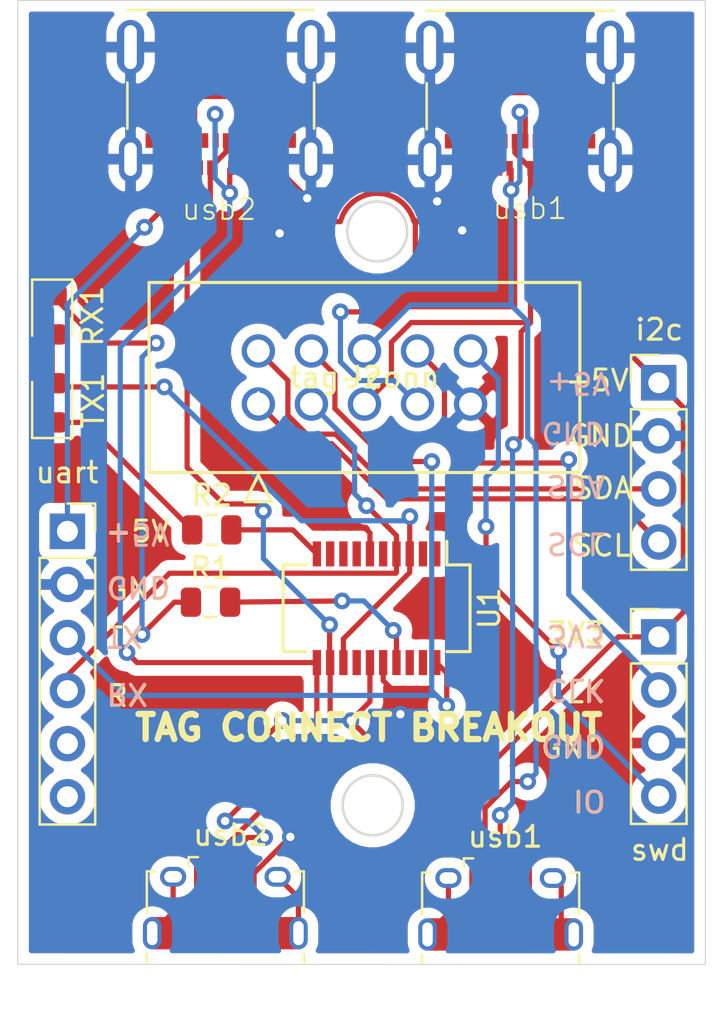
<source format=kicad_pcb>
(kicad_pcb (version 20171130) (host pcbnew 5.1.9)

  (general
    (thickness 1.6)
    (drawings 33)
    (tracks 401)
    (zones 0)
    (modules 13)
    (nets 20)
  )

  (page A4)
  (layers
    (0 F.Cu signal)
    (31 B.Cu signal)
    (32 B.Adhes user)
    (33 F.Adhes user)
    (34 B.Paste user)
    (35 F.Paste user)
    (36 B.SilkS user)
    (37 F.SilkS user)
    (38 B.Mask user)
    (39 F.Mask user)
    (40 Dwgs.User user)
    (41 Cmts.User user)
    (42 Eco1.User user)
    (43 Eco2.User user)
    (44 Edge.Cuts user)
    (45 Margin user)
    (46 B.CrtYd user)
    (47 F.CrtYd user)
    (48 B.Fab user)
    (49 F.Fab user)
  )

  (setup
    (last_trace_width 0.25)
    (trace_clearance 0.2)
    (zone_clearance 0.508)
    (zone_45_only no)
    (trace_min 0.2)
    (via_size 0.8)
    (via_drill 0.4)
    (via_min_size 0.4)
    (via_min_drill 0.3)
    (uvia_size 0.3)
    (uvia_drill 0.1)
    (uvias_allowed no)
    (uvia_min_size 0.2)
    (uvia_min_drill 0.1)
    (edge_width 0.05)
    (segment_width 0.2)
    (pcb_text_width 0.3)
    (pcb_text_size 1.5 1.5)
    (mod_edge_width 0.12)
    (mod_text_size 1 1)
    (mod_text_width 0.15)
    (pad_size 1.524 1.524)
    (pad_drill 0.762)
    (pad_to_mask_clearance 0.05)
    (aux_axis_origin 0 0)
    (visible_elements FFFFFF7F)
    (pcbplotparams
      (layerselection 0x010fc_ffffffff)
      (usegerberextensions false)
      (usegerberattributes true)
      (usegerberadvancedattributes true)
      (creategerberjobfile false)
      (excludeedgelayer true)
      (linewidth 0.100000)
      (plotframeref false)
      (viasonmask false)
      (mode 1)
      (useauxorigin false)
      (hpglpennumber 1)
      (hpglpenspeed 20)
      (hpglpendiameter 15.000000)
      (psnegative false)
      (psa4output false)
      (plotreference true)
      (plotvalue false)
      (plotinvisibletext false)
      (padsonsilk true)
      (subtractmaskfromsilk false)
      (outputformat 1)
      (mirror false)
      (drillshape 0)
      (scaleselection 1)
      (outputdirectory "gerber/"))
  )

  (net 0 "")
  (net 1 "Net-(J1-Pad6)")
  (net 2 GND)
  (net 3 /USB_XBEE_DP)
  (net 4 /USB_XBEE_DM)
  (net 5 /SWDIO)
  (net 6 /SWDCLK)
  (net 7 /USB_DM)
  (net 8 /USB_DP)
  (net 9 /XBEE_TX)
  (net 10 /XBEE_RX)
  (net 11 /I2C_SDA)
  (net 12 /I2C_SCL)
  (net 13 "Net-(J4-Pad6)")
  (net 14 +3V3)
  (net 15 "Net-(R1-Pad2)")
  (net 16 "Net-(R2-Pad2)")
  (net 17 "Net-(R1-Pad1)")
  (net 18 "Net-(R2-Pad1)")
  (net 19 +5V)

  (net_class Default "This is the default net class."
    (clearance 0.2)
    (trace_width 0.25)
    (via_dia 0.8)
    (via_drill 0.4)
    (uvia_dia 0.3)
    (uvia_drill 0.1)
    (add_net +3V3)
    (add_net +5V)
    (add_net /I2C_SCL)
    (add_net /I2C_SDA)
    (add_net /SWDCLK)
    (add_net /SWDIO)
    (add_net /USB_DM)
    (add_net /USB_DP)
    (add_net /USB_XBEE_DM)
    (add_net /USB_XBEE_DP)
    (add_net /XBEE_RX)
    (add_net /XBEE_TX)
    (add_net GND)
    (add_net "Net-(J1-Pad6)")
    (add_net "Net-(J4-Pad6)")
    (add_net "Net-(R1-Pad1)")
    (add_net "Net-(R1-Pad2)")
    (add_net "Net-(R2-Pad1)")
    (add_net "Net-(R2-Pad2)")
  )

  (module idc:61201021621 (layer F.Cu) (tedit 0) (tstamp 5FAC7A26)
    (at 140 89.24 180)
    (path /5F851C23)
    (fp_text reference J2 (at -5.08 1.27) (layer F.SilkS)
      (effects (font (size 1 1) (thickness 0.15)))
    )
    (fp_text value tag-conn (at -5.08 1.27) (layer F.SilkS)
      (effects (font (size 1 1) (thickness 0.15)))
    )
    (fp_line (start 0 -3.4036) (end -0.635 -4.6736) (layer F.SilkS) (width 0.1524))
    (fp_line (start -0.635 -4.6736) (end 0.635 -4.6736) (layer F.SilkS) (width 0.1524))
    (fp_line (start 0.635 -4.6736) (end 0 -3.4036) (layer F.SilkS) (width 0.1524))
    (fp_line (start 0 -3.4036) (end -0.635 -4.6736) (layer F.Fab) (width 0.1524))
    (fp_line (start -0.635 -4.6736) (end 0.635 -4.6736) (layer F.Fab) (width 0.1524))
    (fp_line (start 0.635 -4.6736) (end 0 -3.4036) (layer F.Fab) (width 0.1524))
    (fp_line (start -15.3924 5.8166) (end 5.2324 5.8166) (layer F.SilkS) (width 0.1524))
    (fp_line (start 5.2324 5.8166) (end 5.2324 -3.2766) (layer F.SilkS) (width 0.1524))
    (fp_line (start 5.2324 -3.2766) (end -15.3924 -3.2766) (layer F.SilkS) (width 0.1524))
    (fp_line (start -15.3924 -3.2766) (end -15.3924 5.8166) (layer F.SilkS) (width 0.1524))
    (fp_line (start -15.2654 5.6896) (end 5.1054 5.6896) (layer F.Fab) (width 0.1524))
    (fp_line (start 5.1054 5.6896) (end 5.1054 -3.1496) (layer F.Fab) (width 0.1524))
    (fp_line (start 5.1054 -3.1496) (end -15.2654 -3.1496) (layer F.Fab) (width 0.1524))
    (fp_line (start -15.2654 -3.1496) (end -15.2654 5.6896) (layer F.Fab) (width 0.1524))
    (fp_line (start -15.5194 -3.4036) (end -15.5194 5.9436) (layer F.CrtYd) (width 0.1524))
    (fp_line (start -15.5194 5.9436) (end 5.3594 5.9436) (layer F.CrtYd) (width 0.1524))
    (fp_line (start 5.3594 5.9436) (end 5.3594 -3.4036) (layer F.CrtYd) (width 0.1524))
    (fp_line (start 5.3594 -3.4036) (end -15.5194 -3.4036) (layer F.CrtYd) (width 0.1524))
    (fp_text user * (at 0 0) (layer F.Fab)
      (effects (font (size 1 1) (thickness 0.15)))
    )
    (fp_text user * (at 0 0) (layer F.SilkS)
      (effects (font (size 1 1) (thickness 0.15)))
    )
    (fp_text user "Copyright 2016 Accelerated Designs. All rights reserved." (at 0 0) (layer Cmts.User)
      (effects (font (size 0.127 0.127) (thickness 0.002)))
    )
    (pad 10 thru_hole circle (at -10.16 2.54 180) (size 1.6002 1.6002) (drill 1.0922) (layers *.Cu *.Mask)
      (net 5 /SWDIO))
    (pad 9 thru_hole circle (at -10.16 0 180) (size 1.6002 1.6002) (drill 1.0922) (layers *.Cu *.Mask)
      (net 2 GND))
    (pad 8 thru_hole circle (at -7.62 2.54 180) (size 1.6002 1.6002) (drill 1.0922) (layers *.Cu *.Mask)
      (net 6 /SWDCLK))
    (pad 7 thru_hole circle (at -7.62 0 180) (size 1.6002 1.6002) (drill 1.0922) (layers *.Cu *.Mask)
      (net 19 +5V))
    (pad 6 thru_hole circle (at -5.08 2.54 180) (size 1.6002 1.6002) (drill 1.0922) (layers *.Cu *.Mask)
      (net 7 /USB_DM))
    (pad 5 thru_hole circle (at -5.08 0 180) (size 1.6002 1.6002) (drill 1.0922) (layers *.Cu *.Mask)
      (net 8 /USB_DP))
    (pad 4 thru_hole circle (at -2.54 2.54 180) (size 1.6002 1.6002) (drill 1.0922) (layers *.Cu *.Mask)
      (net 9 /XBEE_TX))
    (pad 3 thru_hole circle (at -2.54 0 180) (size 1.6002 1.6002) (drill 1.0922) (layers *.Cu *.Mask)
      (net 10 /XBEE_RX))
    (pad 2 thru_hole circle (at 0 2.54 180) (size 1.6002 1.6002) (drill 1.0922) (layers *.Cu *.Mask)
      (net 11 /I2C_SDA))
    (pad 1 thru_hole circle (at 0 0 180) (size 1.6002 1.6002) (drill 1.0922) (layers *.Cu *.Mask)
      (net 12 /I2C_SCL))
  )

  (module Resistor_SMD:R_0805_2012Metric (layer F.Cu) (tedit 5B36C52B) (tstamp 5F858067)
    (at 137.77 95.26)
    (descr "Resistor SMD 0805 (2012 Metric), square (rectangular) end terminal, IPC_7351 nominal, (Body size source: https://docs.google.com/spreadsheets/d/1BsfQQcO9C6DZCsRaXUlFlo91Tg2WpOkGARC1WS5S8t0/edit?usp=sharing), generated with kicad-footprint-generator")
    (tags resistor)
    (path /5F991792)
    (attr smd)
    (fp_text reference R2 (at 0 -1.65) (layer F.SilkS)
      (effects (font (size 1 1) (thickness 0.15)))
    )
    (fp_text value 1K (at 0 1.65) (layer F.Fab)
      (effects (font (size 1 1) (thickness 0.15)))
    )
    (fp_line (start 1.68 0.95) (end -1.68 0.95) (layer F.CrtYd) (width 0.05))
    (fp_line (start 1.68 -0.95) (end 1.68 0.95) (layer F.CrtYd) (width 0.05))
    (fp_line (start -1.68 -0.95) (end 1.68 -0.95) (layer F.CrtYd) (width 0.05))
    (fp_line (start -1.68 0.95) (end -1.68 -0.95) (layer F.CrtYd) (width 0.05))
    (fp_line (start -0.258578 0.71) (end 0.258578 0.71) (layer F.SilkS) (width 0.12))
    (fp_line (start -0.258578 -0.71) (end 0.258578 -0.71) (layer F.SilkS) (width 0.12))
    (fp_line (start 1 0.6) (end -1 0.6) (layer F.Fab) (width 0.1))
    (fp_line (start 1 -0.6) (end 1 0.6) (layer F.Fab) (width 0.1))
    (fp_line (start -1 -0.6) (end 1 -0.6) (layer F.Fab) (width 0.1))
    (fp_line (start -1 0.6) (end -1 -0.6) (layer F.Fab) (width 0.1))
    (fp_text user %R (at 0 0) (layer F.Fab)
      (effects (font (size 0.5 0.5) (thickness 0.08)))
    )
    (pad 2 smd roundrect (at 0.9375 0) (size 0.975 1.4) (layers F.Cu F.Paste F.Mask) (roundrect_rratio 0.25)
      (net 16 "Net-(R2-Pad2)"))
    (pad 1 smd roundrect (at -0.9375 0) (size 0.975 1.4) (layers F.Cu F.Paste F.Mask) (roundrect_rratio 0.25)
      (net 18 "Net-(R2-Pad1)"))
    (model ${KISYS3DMOD}/Resistor_SMD.3dshapes/R_0805_2012Metric.wrl
      (at (xyz 0 0 0))
      (scale (xyz 1 1 1))
      (rotate (xyz 0 0 0))
    )
  )

  (module Resistor_SMD:R_0805_2012Metric (layer F.Cu) (tedit 5B36C52B) (tstamp 5F858056)
    (at 137.71 98.72)
    (descr "Resistor SMD 0805 (2012 Metric), square (rectangular) end terminal, IPC_7351 nominal, (Body size source: https://docs.google.com/spreadsheets/d/1BsfQQcO9C6DZCsRaXUlFlo91Tg2WpOkGARC1WS5S8t0/edit?usp=sharing), generated with kicad-footprint-generator")
    (tags resistor)
    (path /5F985D71)
    (attr smd)
    (fp_text reference R1 (at 0 -1.65) (layer F.SilkS)
      (effects (font (size 1 1) (thickness 0.15)))
    )
    (fp_text value 1K (at 0 1.65) (layer F.Fab)
      (effects (font (size 1 1) (thickness 0.15)))
    )
    (fp_line (start 1.68 0.95) (end -1.68 0.95) (layer F.CrtYd) (width 0.05))
    (fp_line (start 1.68 -0.95) (end 1.68 0.95) (layer F.CrtYd) (width 0.05))
    (fp_line (start -1.68 -0.95) (end 1.68 -0.95) (layer F.CrtYd) (width 0.05))
    (fp_line (start -1.68 0.95) (end -1.68 -0.95) (layer F.CrtYd) (width 0.05))
    (fp_line (start -0.258578 0.71) (end 0.258578 0.71) (layer F.SilkS) (width 0.12))
    (fp_line (start -0.258578 -0.71) (end 0.258578 -0.71) (layer F.SilkS) (width 0.12))
    (fp_line (start 1 0.6) (end -1 0.6) (layer F.Fab) (width 0.1))
    (fp_line (start 1 -0.6) (end 1 0.6) (layer F.Fab) (width 0.1))
    (fp_line (start -1 -0.6) (end 1 -0.6) (layer F.Fab) (width 0.1))
    (fp_line (start -1 0.6) (end -1 -0.6) (layer F.Fab) (width 0.1))
    (fp_text user %R (at 0 0) (layer F.Fab)
      (effects (font (size 0.5 0.5) (thickness 0.08)))
    )
    (pad 2 smd roundrect (at 0.9375 0) (size 0.975 1.4) (layers F.Cu F.Paste F.Mask) (roundrect_rratio 0.25)
      (net 15 "Net-(R1-Pad2)"))
    (pad 1 smd roundrect (at -0.9375 0) (size 0.975 1.4) (layers F.Cu F.Paste F.Mask) (roundrect_rratio 0.25)
      (net 17 "Net-(R1-Pad1)"))
    (model ${KISYS3DMOD}/Resistor_SMD.3dshapes/R_0805_2012Metric.wrl
      (at (xyz 0 0 0))
      (scale (xyz 1 1 1))
      (rotate (xyz 0 0 0))
    )
  )

  (module LED_SMD:LED_0805_2012Metric (layer F.Cu) (tedit 5B36C52C) (tstamp 5F857E29)
    (at 130.13 89.18 90)
    (descr "LED SMD 0805 (2012 Metric), square (rectangular) end terminal, IPC_7351 nominal, (Body size source: https://docs.google.com/spreadsheets/d/1BsfQQcO9C6DZCsRaXUlFlo91Tg2WpOkGARC1WS5S8t0/edit?usp=sharing), generated with kicad-footprint-generator")
    (tags diode)
    (path /5F99179C)
    (attr smd)
    (fp_text reference TX1 (at 0.11 1.96 90) (layer F.SilkS)
      (effects (font (size 1 1) (thickness 0.15)))
    )
    (fp_text value TX_LED (at 0 1.65 90) (layer F.Fab)
      (effects (font (size 1 1) (thickness 0.15)))
    )
    (fp_line (start 1 -0.6) (end -0.7 -0.6) (layer F.Fab) (width 0.1))
    (fp_line (start -0.7 -0.6) (end -1 -0.3) (layer F.Fab) (width 0.1))
    (fp_line (start -1 -0.3) (end -1 0.6) (layer F.Fab) (width 0.1))
    (fp_line (start -1 0.6) (end 1 0.6) (layer F.Fab) (width 0.1))
    (fp_line (start 1 0.6) (end 1 -0.6) (layer F.Fab) (width 0.1))
    (fp_line (start 1 -0.96) (end -1.685 -0.96) (layer F.SilkS) (width 0.12))
    (fp_line (start -1.685 -0.96) (end -1.685 0.96) (layer F.SilkS) (width 0.12))
    (fp_line (start -1.685 0.96) (end 1 0.96) (layer F.SilkS) (width 0.12))
    (fp_line (start -1.68 0.95) (end -1.68 -0.95) (layer F.CrtYd) (width 0.05))
    (fp_line (start -1.68 -0.95) (end 1.68 -0.95) (layer F.CrtYd) (width 0.05))
    (fp_line (start 1.68 -0.95) (end 1.68 0.95) (layer F.CrtYd) (width 0.05))
    (fp_line (start 1.68 0.95) (end -1.68 0.95) (layer F.CrtYd) (width 0.05))
    (fp_text user %R (at 0 0 90) (layer F.Fab)
      (effects (font (size 0.5 0.5) (thickness 0.08)))
    )
    (pad 1 smd roundrect (at -0.9375 0 90) (size 0.975 1.4) (layers F.Cu F.Paste F.Mask) (roundrect_rratio 0.25)
      (net 18 "Net-(R2-Pad1)"))
    (pad 2 smd roundrect (at 0.9375 0 90) (size 0.975 1.4) (layers F.Cu F.Paste F.Mask) (roundrect_rratio 0.25)
      (net 14 +3V3))
    (model ${KISYS3DMOD}/LED_SMD.3dshapes/LED_0805_2012Metric.wrl
      (at (xyz 0 0 0))
      (scale (xyz 1 1 1))
      (rotate (xyz 0 0 0))
    )
  )

  (module LED_SMD:LED_0805_2012Metric (layer F.Cu) (tedit 5B36C52C) (tstamp 5F857E16)
    (at 130.13 84.97 270)
    (descr "LED SMD 0805 (2012 Metric), square (rectangular) end terminal, IPC_7351 nominal, (Body size source: https://docs.google.com/spreadsheets/d/1BsfQQcO9C6DZCsRaXUlFlo91Tg2WpOkGARC1WS5S8t0/edit?usp=sharing), generated with kicad-footprint-generator")
    (tags diode)
    (path /5F98654E)
    (attr smd)
    (fp_text reference RX1 (at 0.06 -1.92 90) (layer F.SilkS)
      (effects (font (size 1 1) (thickness 0.15)))
    )
    (fp_text value RX_LED (at 0 1.65 90) (layer F.Fab)
      (effects (font (size 1 1) (thickness 0.15)))
    )
    (fp_line (start 1 -0.6) (end -0.7 -0.6) (layer F.Fab) (width 0.1))
    (fp_line (start -0.7 -0.6) (end -1 -0.3) (layer F.Fab) (width 0.1))
    (fp_line (start -1 -0.3) (end -1 0.6) (layer F.Fab) (width 0.1))
    (fp_line (start -1 0.6) (end 1 0.6) (layer F.Fab) (width 0.1))
    (fp_line (start 1 0.6) (end 1 -0.6) (layer F.Fab) (width 0.1))
    (fp_line (start 1 -0.96) (end -1.685 -0.96) (layer F.SilkS) (width 0.12))
    (fp_line (start -1.685 -0.96) (end -1.685 0.96) (layer F.SilkS) (width 0.12))
    (fp_line (start -1.685 0.96) (end 1 0.96) (layer F.SilkS) (width 0.12))
    (fp_line (start -1.68 0.95) (end -1.68 -0.95) (layer F.CrtYd) (width 0.05))
    (fp_line (start -1.68 -0.95) (end 1.68 -0.95) (layer F.CrtYd) (width 0.05))
    (fp_line (start 1.68 -0.95) (end 1.68 0.95) (layer F.CrtYd) (width 0.05))
    (fp_line (start 1.68 0.95) (end -1.68 0.95) (layer F.CrtYd) (width 0.05))
    (fp_text user %R (at 0 0 90) (layer F.Fab)
      (effects (font (size 0.5 0.5) (thickness 0.08)))
    )
    (pad 1 smd roundrect (at -0.9375 0 270) (size 0.975 1.4) (layers F.Cu F.Paste F.Mask) (roundrect_rratio 0.25)
      (net 17 "Net-(R1-Pad1)"))
    (pad 2 smd roundrect (at 0.9375 0 270) (size 0.975 1.4) (layers F.Cu F.Paste F.Mask) (roundrect_rratio 0.25)
      (net 14 +3V3))
    (model ${KISYS3DMOD}/LED_SMD.3dshapes/LED_0805_2012Metric.wrl
      (at (xyz 0 0 0))
      (scale (xyz 1 1 1))
      (rotate (xyz 0 0 0))
    )
  )

  (module molex-usbc2:MOLEX_105450-0101 (layer F.Cu) (tedit 5F8497CB) (tstamp 5F85141D)
    (at 138.2 74.16 180)
    (path /5F94CA4C)
    (fp_text reference J8 (at -1.899125 -5.722835) (layer Cmts.User)
      (effects (font (size 1.003598 1.003598) (thickness 0.015)))
    )
    (fp_text value usb2 (at 0.08 -5.76) (layer F.SilkS)
      (effects (font (size 1.003504 1.003504) (thickness 0.1)))
    )
    (fp_poly (pts (xy -3.50081 -1.88) (xy 3.5 -1.88) (xy 3.5 3.77087) (xy -3.50081 3.77087)) (layer Dwgs.User) (width 0.01))
    (fp_line (start -4.47 3.95) (end 4.47 3.95) (layer F.Fab) (width 0.127))
    (fp_line (start 4.47 3.95) (end 4.47 -3.95) (layer F.Fab) (width 0.127))
    (fp_line (start 4.47 -3.95) (end -4.47 -3.95) (layer F.Fab) (width 0.127))
    (fp_line (start -4.47 -3.95) (end -4.47 3.95) (layer F.Fab) (width 0.127))
    (fp_line (start -5.22 -4.71) (end 5.22 -4.71) (layer F.CrtYd) (width 0.05))
    (fp_line (start 5.22 -4.71) (end 5.22 4.2) (layer F.CrtYd) (width 0.05))
    (fp_line (start 5.22 4.2) (end -5.22 4.2) (layer F.CrtYd) (width 0.05))
    (fp_line (start -5.22 4.2) (end -5.22 -4.71) (layer F.CrtYd) (width 0.05))
    (fp_line (start -4.47 3.77) (end 4.47 3.77) (layer F.SilkS) (width 0.127))
    (fp_line (start -4.47 0.3) (end -4.47 -1.9) (layer F.SilkS) (width 0.127))
    (fp_line (start 4.47 0.3) (end 4.47 -1.9) (layer F.SilkS) (width 0.127))
    (fp_poly (pts (xy -3.50241 -1.88) (xy 3.5 -1.88) (xy 3.5 3.7726) (xy -3.50241 3.7726)) (layer Dwgs.User) (width 0.01))
    (pad A1 smd rect (at -3 -3.77 180) (size 0.3 0.7) (layers F.Cu F.Paste F.Mask)
      (net 2 GND))
    (pad A2 smd rect (at -2.5 -3.77 180) (size 0.3 0.7) (layers F.Cu F.Paste F.Mask))
    (pad A3 smd rect (at -2 -3.77 180) (size 0.3 0.7) (layers F.Cu F.Paste F.Mask))
    (pad A4 smd rect (at -1.5 -3.77 180) (size 0.3 0.7) (layers F.Cu F.Paste F.Mask)
      (net 19 +5V))
    (pad A5 smd rect (at -1 -3.77 180) (size 0.3 0.7) (layers F.Cu F.Paste F.Mask))
    (pad A6 smd rect (at -0.5 -3.77 180) (size 0.3 0.7) (layers F.Cu F.Paste F.Mask)
      (net 3 /USB_XBEE_DP))
    (pad A7 smd rect (at 0.5 -3.77 180) (size 0.3 0.7) (layers F.Cu F.Paste F.Mask)
      (net 4 /USB_XBEE_DM))
    (pad A8 smd rect (at 1 -3.77 180) (size 0.3 0.7) (layers F.Cu F.Paste F.Mask))
    (pad A9 smd rect (at 1.5 -3.77 180) (size 0.3 0.7) (layers F.Cu F.Paste F.Mask)
      (net 19 +5V))
    (pad A10 smd rect (at 2 -3.77 180) (size 0.3 0.7) (layers F.Cu F.Paste F.Mask))
    (pad A11 smd rect (at 2.5 -3.77 180) (size 0.3 0.7) (layers F.Cu F.Paste F.Mask))
    (pad A12 smd rect (at 3 -3.77 180) (size 0.3 0.7) (layers F.Cu F.Paste F.Mask)
      (net 2 GND))
    (pad B1 smd rect (at 3.1 -2.47 180) (size 1 0.7) (layers F.Cu F.Paste F.Mask)
      (net 2 GND))
    (pad B2 smd rect (at 2.25 -2.47 180) (size 0.3 0.7) (layers F.Cu F.Paste F.Mask))
    (pad B3 smd rect (at 1.75 -2.47 180) (size 0.3 0.7) (layers F.Cu F.Paste F.Mask))
    (pad B4 smd rect (at 1.25 -2.47 180) (size 0.3 0.7) (layers F.Cu F.Paste F.Mask)
      (net 19 +5V))
    (pad B5 smd rect (at 0.75 -2.47 180) (size 0.3 0.7) (layers F.Cu F.Paste F.Mask))
    (pad B6 smd rect (at 0.25 -2.47 180) (size 0.3 0.7) (layers F.Cu F.Paste F.Mask)
      (net 3 /USB_XBEE_DP))
    (pad B7 smd rect (at -0.25 -2.47 180) (size 0.3 0.7) (layers F.Cu F.Paste F.Mask)
      (net 4 /USB_XBEE_DM))
    (pad B8 smd rect (at -0.75 -2.47 180) (size 0.3 0.7) (layers F.Cu F.Paste F.Mask))
    (pad B9 smd rect (at -1.25 -2.47 180) (size 0.3 0.7) (layers F.Cu F.Paste F.Mask)
      (net 19 +5V))
    (pad B10 smd rect (at -1.75 -2.47 180) (size 0.3 0.7) (layers F.Cu F.Paste F.Mask))
    (pad B11 smd rect (at -2.25 -2.47 180) (size 0.3 0.7) (layers F.Cu F.Paste F.Mask))
    (pad B12 smd rect (at -3.1 -2.47 180) (size 1 0.7) (layers F.Cu F.Paste F.Mask)
      (net 2 GND))
    (pad S1 thru_hole oval (at -4.32 -3.36 180) (size 1.1 2.2) (drill oval 0.6 1.6) (layers *.Cu *.Mask)
      (net 2 GND))
    (pad S2 thru_hole oval (at 4.32 -3.36 180) (size 1.1 2.2) (drill oval 0.6 1.6) (layers *.Cu *.Mask)
      (net 2 GND))
    (pad S3 thru_hole oval (at -4.32 2 180) (size 1.3 2.6) (drill oval 0.6 2.1) (layers *.Cu *.Mask)
      (net 2 GND))
    (pad S4 thru_hole oval (at 4.32 2 180) (size 1.3 2.6) (drill oval 0.6 2.1) (layers *.Cu *.Mask)
      (net 2 GND))
    (model ${KIPRJMOD}/lib/molex_usbc/105450-0101.stp
      (offset (xyz 0 0.7874 1.6002))
      (scale (xyz 1 1 1))
      (rotate (xyz 0 0 -180))
    )
  )

  (module Connector_PinHeader_2.54mm:PinHeader_1x04_P2.54mm_Vertical (layer F.Cu) (tedit 59FED5CC) (tstamp 5F848D90)
    (at 159.17 88.22)
    (descr "Through hole straight pin header, 1x04, 2.54mm pitch, single row")
    (tags "Through hole pin header THT 1x04 2.54mm single row")
    (path /5F8C0192)
    (fp_text reference J5 (at 0 -2.33) (layer F.Fab)
      (effects (font (size 1 1) (thickness 0.15)))
    )
    (fp_text value i2c (at 0.02 -2.54) (layer F.SilkS)
      (effects (font (size 1 1) (thickness 0.15)))
    )
    (fp_line (start 1.8 -1.8) (end -1.8 -1.8) (layer F.CrtYd) (width 0.05))
    (fp_line (start 1.8 9.4) (end 1.8 -1.8) (layer F.CrtYd) (width 0.05))
    (fp_line (start -1.8 9.4) (end 1.8 9.4) (layer F.CrtYd) (width 0.05))
    (fp_line (start -1.8 -1.8) (end -1.8 9.4) (layer F.CrtYd) (width 0.05))
    (fp_line (start -1.33 -1.33) (end 0 -1.33) (layer F.SilkS) (width 0.12))
    (fp_line (start -1.33 0) (end -1.33 -1.33) (layer F.SilkS) (width 0.12))
    (fp_line (start -1.33 1.27) (end 1.33 1.27) (layer F.SilkS) (width 0.12))
    (fp_line (start 1.33 1.27) (end 1.33 8.95) (layer F.SilkS) (width 0.12))
    (fp_line (start -1.33 1.27) (end -1.33 8.95) (layer F.SilkS) (width 0.12))
    (fp_line (start -1.33 8.95) (end 1.33 8.95) (layer F.SilkS) (width 0.12))
    (fp_line (start -1.27 -0.635) (end -0.635 -1.27) (layer F.Fab) (width 0.1))
    (fp_line (start -1.27 8.89) (end -1.27 -0.635) (layer F.Fab) (width 0.1))
    (fp_line (start 1.27 8.89) (end -1.27 8.89) (layer F.Fab) (width 0.1))
    (fp_line (start 1.27 -1.27) (end 1.27 8.89) (layer F.Fab) (width 0.1))
    (fp_line (start -0.635 -1.27) (end 1.27 -1.27) (layer F.Fab) (width 0.1))
    (fp_text user %R (at 0 3.81 90) (layer F.Fab)
      (effects (font (size 1 1) (thickness 0.15)))
    )
    (pad 4 thru_hole oval (at 0 7.62) (size 1.7 1.7) (drill 1) (layers *.Cu *.Mask)
      (net 12 /I2C_SCL))
    (pad 3 thru_hole oval (at 0 5.08) (size 1.7 1.7) (drill 1) (layers *.Cu *.Mask)
      (net 11 /I2C_SDA))
    (pad 2 thru_hole oval (at 0 2.54) (size 1.7 1.7) (drill 1) (layers *.Cu *.Mask)
      (net 2 GND))
    (pad 1 thru_hole rect (at 0 0) (size 1.7 1.7) (drill 1) (layers *.Cu *.Mask)
      (net 19 +5V))
    (model ${KISYS3DMOD}/Connector_PinHeader_2.54mm.3dshapes/PinHeader_1x04_P2.54mm_Vertical.wrl
      (at (xyz 0 0 0))
      (scale (xyz 1 1 1))
      (rotate (xyz 0 0 0))
    )
  )

  (module Connector_PinHeader_2.54mm:PinHeader_1x04_P2.54mm_Vertical (layer F.Cu) (tedit 59FED5CC) (tstamp 5F848D50)
    (at 159.17 100.38)
    (descr "Through hole straight pin header, 1x04, 2.54mm pitch, single row")
    (tags "Through hole pin header THT 1x04 2.54mm single row")
    (path /5F84D6CA)
    (fp_text reference J3 (at 0 -2.33) (layer F.Fab)
      (effects (font (size 1 1) (thickness 0.15)))
    )
    (fp_text value swd (at 0.05 10.19) (layer F.SilkS)
      (effects (font (size 1 1) (thickness 0.15)))
    )
    (fp_line (start 1.8 -1.8) (end -1.8 -1.8) (layer F.CrtYd) (width 0.05))
    (fp_line (start 1.8 9.4) (end 1.8 -1.8) (layer F.CrtYd) (width 0.05))
    (fp_line (start -1.8 9.4) (end 1.8 9.4) (layer F.CrtYd) (width 0.05))
    (fp_line (start -1.8 -1.8) (end -1.8 9.4) (layer F.CrtYd) (width 0.05))
    (fp_line (start -1.33 -1.33) (end 0 -1.33) (layer F.SilkS) (width 0.12))
    (fp_line (start -1.33 0) (end -1.33 -1.33) (layer F.SilkS) (width 0.12))
    (fp_line (start -1.33 1.27) (end 1.33 1.27) (layer F.SilkS) (width 0.12))
    (fp_line (start 1.33 1.27) (end 1.33 8.95) (layer F.SilkS) (width 0.12))
    (fp_line (start -1.33 1.27) (end -1.33 8.95) (layer F.SilkS) (width 0.12))
    (fp_line (start -1.33 8.95) (end 1.33 8.95) (layer F.SilkS) (width 0.12))
    (fp_line (start -1.27 -0.635) (end -0.635 -1.27) (layer F.Fab) (width 0.1))
    (fp_line (start -1.27 8.89) (end -1.27 -0.635) (layer F.Fab) (width 0.1))
    (fp_line (start 1.27 8.89) (end -1.27 8.89) (layer F.Fab) (width 0.1))
    (fp_line (start 1.27 -1.27) (end 1.27 8.89) (layer F.Fab) (width 0.1))
    (fp_line (start -0.635 -1.27) (end 1.27 -1.27) (layer F.Fab) (width 0.1))
    (fp_text user %R (at 0 3.81 90) (layer F.Fab)
      (effects (font (size 1 1) (thickness 0.15)))
    )
    (pad 4 thru_hole oval (at 0 7.62) (size 1.7 1.7) (drill 1) (layers *.Cu *.Mask)
      (net 5 /SWDIO))
    (pad 3 thru_hole oval (at 0 5.08) (size 1.7 1.7) (drill 1) (layers *.Cu *.Mask)
      (net 2 GND))
    (pad 2 thru_hole oval (at 0 2.54) (size 1.7 1.7) (drill 1) (layers *.Cu *.Mask)
      (net 6 /SWDCLK))
    (pad 1 thru_hole rect (at 0 0) (size 1.7 1.7) (drill 1) (layers *.Cu *.Mask)
      (net 19 +5V))
    (model ${KISYS3DMOD}/Connector_PinHeader_2.54mm.3dshapes/PinHeader_1x04_P2.54mm_Vertical.wrl
      (at (xyz 0 0 0))
      (scale (xyz 1 1 1))
      (rotate (xyz 0 0 0))
    )
  )

  (module molex-usbc2:MOLEX_105450-0101 (layer F.Cu) (tedit 5F8497CB) (tstamp 5F850715)
    (at 152.53 74.19 180)
    (path /5F91E04E)
    (fp_text reference J7 (at -1.899125 -5.722835) (layer Cmts.User)
      (effects (font (size 1.003598 1.003598) (thickness 0.015)))
    )
    (fp_text value usb1 (at -0.47 -5.69) (layer F.SilkS)
      (effects (font (size 1.003504 1.003504) (thickness 0.1)))
    )
    (fp_poly (pts (xy -3.50241 -1.88) (xy 3.5 -1.88) (xy 3.5 3.7726) (xy -3.50241 3.7726)) (layer Dwgs.User) (width 0.01))
    (fp_line (start 4.47 0.3) (end 4.47 -1.9) (layer F.SilkS) (width 0.127))
    (fp_line (start -4.47 0.3) (end -4.47 -1.9) (layer F.SilkS) (width 0.127))
    (fp_line (start -4.47 3.77) (end 4.47 3.77) (layer F.SilkS) (width 0.127))
    (fp_line (start -5.22 4.2) (end -5.22 -4.71) (layer F.CrtYd) (width 0.05))
    (fp_line (start 5.22 4.2) (end -5.22 4.2) (layer F.CrtYd) (width 0.05))
    (fp_line (start 5.22 -4.71) (end 5.22 4.2) (layer F.CrtYd) (width 0.05))
    (fp_line (start -5.22 -4.71) (end 5.22 -4.71) (layer F.CrtYd) (width 0.05))
    (fp_line (start -4.47 -3.95) (end -4.47 3.95) (layer F.Fab) (width 0.127))
    (fp_line (start 4.47 -3.95) (end -4.47 -3.95) (layer F.Fab) (width 0.127))
    (fp_line (start 4.47 3.95) (end 4.47 -3.95) (layer F.Fab) (width 0.127))
    (fp_line (start -4.47 3.95) (end 4.47 3.95) (layer F.Fab) (width 0.127))
    (fp_poly (pts (xy -3.50081 -1.88) (xy 3.5 -1.88) (xy 3.5 3.77087) (xy -3.50081 3.77087)) (layer Dwgs.User) (width 0.01))
    (pad S4 thru_hole oval (at 4.32 2 180) (size 1.3 2.6) (drill oval 0.6 2.1) (layers *.Cu *.Mask)
      (net 2 GND))
    (pad S3 thru_hole oval (at -4.32 2 180) (size 1.3 2.6) (drill oval 0.6 2.1) (layers *.Cu *.Mask)
      (net 2 GND))
    (pad S2 thru_hole oval (at 4.32 -3.36 180) (size 1.1 2.2) (drill oval 0.6 1.6) (layers *.Cu *.Mask)
      (net 2 GND))
    (pad S1 thru_hole oval (at -4.32 -3.36 180) (size 1.1 2.2) (drill oval 0.6 1.6) (layers *.Cu *.Mask)
      (net 2 GND))
    (pad B12 smd rect (at -3.1 -2.47 180) (size 1 0.7) (layers F.Cu F.Paste F.Mask)
      (net 2 GND))
    (pad B11 smd rect (at -2.25 -2.47 180) (size 0.3 0.7) (layers F.Cu F.Paste F.Mask))
    (pad B10 smd rect (at -1.75 -2.47 180) (size 0.3 0.7) (layers F.Cu F.Paste F.Mask))
    (pad B9 smd rect (at -1.25 -2.47 180) (size 0.3 0.7) (layers F.Cu F.Paste F.Mask)
      (net 19 +5V))
    (pad B8 smd rect (at -0.75 -2.47 180) (size 0.3 0.7) (layers F.Cu F.Paste F.Mask))
    (pad B7 smd rect (at -0.25 -2.47 180) (size 0.3 0.7) (layers F.Cu F.Paste F.Mask)
      (net 7 /USB_DM))
    (pad B6 smd rect (at 0.25 -2.47 180) (size 0.3 0.7) (layers F.Cu F.Paste F.Mask)
      (net 8 /USB_DP))
    (pad B5 smd rect (at 0.75 -2.47 180) (size 0.3 0.7) (layers F.Cu F.Paste F.Mask))
    (pad B4 smd rect (at 1.25 -2.47 180) (size 0.3 0.7) (layers F.Cu F.Paste F.Mask)
      (net 19 +5V))
    (pad B3 smd rect (at 1.75 -2.47 180) (size 0.3 0.7) (layers F.Cu F.Paste F.Mask))
    (pad B2 smd rect (at 2.25 -2.47 180) (size 0.3 0.7) (layers F.Cu F.Paste F.Mask))
    (pad B1 smd rect (at 3.1 -2.47 180) (size 1 0.7) (layers F.Cu F.Paste F.Mask)
      (net 2 GND))
    (pad A12 smd rect (at 3 -3.77 180) (size 0.3 0.7) (layers F.Cu F.Paste F.Mask)
      (net 2 GND))
    (pad A11 smd rect (at 2.5 -3.77 180) (size 0.3 0.7) (layers F.Cu F.Paste F.Mask))
    (pad A10 smd rect (at 2 -3.77 180) (size 0.3 0.7) (layers F.Cu F.Paste F.Mask))
    (pad A9 smd rect (at 1.5 -3.77 180) (size 0.3 0.7) (layers F.Cu F.Paste F.Mask)
      (net 19 +5V))
    (pad A8 smd rect (at 1 -3.77 180) (size 0.3 0.7) (layers F.Cu F.Paste F.Mask))
    (pad A7 smd rect (at 0.5 -3.77 180) (size 0.3 0.7) (layers F.Cu F.Paste F.Mask)
      (net 7 /USB_DM))
    (pad A6 smd rect (at -0.5 -3.77 180) (size 0.3 0.7) (layers F.Cu F.Paste F.Mask)
      (net 8 /USB_DP))
    (pad A5 smd rect (at -1 -3.77 180) (size 0.3 0.7) (layers F.Cu F.Paste F.Mask))
    (pad A4 smd rect (at -1.5 -3.77 180) (size 0.3 0.7) (layers F.Cu F.Paste F.Mask)
      (net 19 +5V))
    (pad A3 smd rect (at -2 -3.77 180) (size 0.3 0.7) (layers F.Cu F.Paste F.Mask))
    (pad A2 smd rect (at -2.5 -3.77 180) (size 0.3 0.7) (layers F.Cu F.Paste F.Mask))
    (pad A1 smd rect (at -3 -3.77 180) (size 0.3 0.7) (layers F.Cu F.Paste F.Mask)
      (net 2 GND))
    (model ${KIPRJMOD}/lib/molex_usbc/105450-0101.stp
      (offset (xyz 0 0.7874 1.6002))
      (scale (xyz 1 1 1))
      (rotate (xyz 0 0 -180))
    )
  )

  (module Package_SO:SSOP-20_3.9x8.7mm_P0.635mm (layer F.Cu) (tedit 5A4A2523) (tstamp 5F848DD3)
    (at 145.66 99.01 270)
    (descr "SSOP20: plastic shrink small outline package; 24 leads; body width 3.9 mm; lead pitch 0.635; (see http://www.ftdichip.com/Support/Documents/DataSheets/ICs/DS_FT231X.pdf)")
    (tags "SSOP 0.635")
    (path /5F85E822)
    (attr smd)
    (fp_text reference U1 (at 0 -5.4 270) (layer F.SilkS)
      (effects (font (size 1 1) (thickness 0.15)))
    )
    (fp_text value "uart xbee" (at 0 5.4 270) (layer F.Fab)
      (effects (font (size 1 1) (thickness 0.15)))
    )
    (fp_line (start -0.95 -4.35) (end 1.95 -4.35) (layer F.Fab) (width 0.15))
    (fp_line (start 1.95 -4.35) (end 1.95 4.35) (layer F.Fab) (width 0.15))
    (fp_line (start 1.95 4.35) (end -1.95 4.35) (layer F.Fab) (width 0.15))
    (fp_line (start -1.95 4.35) (end -1.95 -3.35) (layer F.Fab) (width 0.15))
    (fp_line (start -1.95 -3.35) (end -0.95 -4.35) (layer F.Fab) (width 0.15))
    (fp_line (start -3.45 -4.65) (end -3.45 4.65) (layer F.CrtYd) (width 0.05))
    (fp_line (start 3.45 -4.65) (end 3.45 4.65) (layer F.CrtYd) (width 0.05))
    (fp_line (start -3.45 -4.65) (end 3.45 -4.65) (layer F.CrtYd) (width 0.05))
    (fp_line (start -3.45 4.65) (end 3.45 4.65) (layer F.CrtYd) (width 0.05))
    (fp_line (start -2.075 -3.365) (end -2.075 -4.475) (layer F.SilkS) (width 0.15))
    (fp_line (start 2.075 -4.475) (end 2.075 -3.365) (layer F.SilkS) (width 0.15))
    (fp_line (start 2.075 4.475) (end 2.075 3.365) (layer F.SilkS) (width 0.15))
    (fp_line (start -2.075 4.475) (end -2.075 3.365) (layer F.SilkS) (width 0.15))
    (fp_line (start -2.075 -4.475) (end 2.075 -4.475) (layer F.SilkS) (width 0.15))
    (fp_line (start -2.075 4.475) (end 2.075 4.475) (layer F.SilkS) (width 0.15))
    (fp_line (start -2.075 -3.365) (end -3.2 -3.365) (layer F.SilkS) (width 0.15))
    (fp_text user %R (at 0 0 270) (layer F.Fab)
      (effects (font (size 0.8 0.8) (thickness 0.15)))
    )
    (pad 1 smd rect (at -2.6 -2.8575 270) (size 1.2 0.4) (layers F.Cu F.Paste F.Mask))
    (pad 2 smd rect (at -2.6 -2.2225 270) (size 1.2 0.4) (layers F.Cu F.Paste F.Mask))
    (pad 3 smd rect (at -2.6 -1.5875 270) (size 1.2 0.4) (layers F.Cu F.Paste F.Mask)
      (net 14 +3V3))
    (pad 4 smd rect (at -2.6 -0.9525 270) (size 1.2 0.4) (layers F.Cu F.Paste F.Mask)
      (net 10 /XBEE_RX))
    (pad 5 smd rect (at -2.6 -0.3175 270) (size 1.2 0.4) (layers F.Cu F.Paste F.Mask))
    (pad 6 smd rect (at -2.6 0.3175 270) (size 1.2 0.4) (layers F.Cu F.Paste F.Mask)
      (net 2 GND))
    (pad 7 smd rect (at -2.6 0.9525 270) (size 1.2 0.4) (layers F.Cu F.Paste F.Mask))
    (pad 8 smd rect (at -2.6 1.5875 270) (size 1.2 0.4) (layers F.Cu F.Paste F.Mask))
    (pad 9 smd rect (at -2.6 2.2225 270) (size 1.2 0.4) (layers F.Cu F.Paste F.Mask))
    (pad 10 smd rect (at -2.6 2.8575 270) (size 1.2 0.4) (layers F.Cu F.Paste F.Mask)
      (net 16 "Net-(R2-Pad2)"))
    (pad 11 smd rect (at 2.6 2.8575 270) (size 1.2 0.4) (layers F.Cu F.Paste F.Mask)
      (net 3 /USB_XBEE_DP))
    (pad 12 smd rect (at 2.6 2.2225 270) (size 1.2 0.4) (layers F.Cu F.Paste F.Mask)
      (net 4 /USB_XBEE_DM))
    (pad 13 smd rect (at 2.6 1.5875 270) (size 1.2 0.4) (layers F.Cu F.Paste F.Mask)
      (net 14 +3V3))
    (pad 14 smd rect (at 2.6 0.9525 270) (size 1.2 0.4) (layers F.Cu F.Paste F.Mask))
    (pad 15 smd rect (at 2.6 0.3175 270) (size 1.2 0.4) (layers F.Cu F.Paste F.Mask)
      (net 19 +5V))
    (pad 16 smd rect (at 2.6 -0.3175 270) (size 1.2 0.4) (layers F.Cu F.Paste F.Mask)
      (net 2 GND))
    (pad 17 smd rect (at 2.6 -0.9525 270) (size 1.2 0.4) (layers F.Cu F.Paste F.Mask)
      (net 15 "Net-(R1-Pad2)"))
    (pad 18 smd rect (at 2.6 -1.5875 270) (size 1.2 0.4) (layers F.Cu F.Paste F.Mask))
    (pad 19 smd rect (at 2.6 -2.2225 270) (size 1.2 0.4) (layers F.Cu F.Paste F.Mask))
    (pad 20 smd rect (at 2.6 -2.8575 270) (size 1.2 0.4) (layers F.Cu F.Paste F.Mask)
      (net 9 /XBEE_TX))
    (model ${KISYS3DMOD}/Package_SO.3dshapes/SSOP-20_3.9x8.7mm_P0.635mm.wrl
      (at (xyz 0 0 0))
      (scale (xyz 1 1 1))
      (rotate (xyz 0 0 0))
    )
  )

  (module Connector_PinSocket_2.54mm:PinSocket_1x06_P2.54mm_Vertical (layer F.Cu) (tedit 5A19A430) (tstamp 5F848EFD)
    (at 130.86 95.33)
    (descr "Through hole straight socket strip, 1x06, 2.54mm pitch, single row (from Kicad 4.0.7), script generated")
    (tags "Through hole socket strip THT 1x06 2.54mm single row")
    (path /5F84FFEC)
    (fp_text reference J6 (at 0 -2.77) (layer F.Fab)
      (effects (font (size 1 1) (thickness 0.15)))
    )
    (fp_text value uart (at -0.02 -2.82) (layer F.SilkS)
      (effects (font (size 1 1) (thickness 0.15)))
    )
    (fp_line (start -1.27 -1.27) (end 0.635 -1.27) (layer F.Fab) (width 0.1))
    (fp_line (start 0.635 -1.27) (end 1.27 -0.635) (layer F.Fab) (width 0.1))
    (fp_line (start 1.27 -0.635) (end 1.27 13.97) (layer F.Fab) (width 0.1))
    (fp_line (start 1.27 13.97) (end -1.27 13.97) (layer F.Fab) (width 0.1))
    (fp_line (start -1.27 13.97) (end -1.27 -1.27) (layer F.Fab) (width 0.1))
    (fp_line (start -1.33 1.27) (end 1.33 1.27) (layer F.SilkS) (width 0.12))
    (fp_line (start -1.33 1.27) (end -1.33 14.03) (layer F.SilkS) (width 0.12))
    (fp_line (start -1.33 14.03) (end 1.33 14.03) (layer F.SilkS) (width 0.12))
    (fp_line (start 1.33 1.27) (end 1.33 14.03) (layer F.SilkS) (width 0.12))
    (fp_line (start 1.33 -1.33) (end 1.33 0) (layer F.SilkS) (width 0.12))
    (fp_line (start 0 -1.33) (end 1.33 -1.33) (layer F.SilkS) (width 0.12))
    (fp_line (start -1.8 -1.8) (end 1.75 -1.8) (layer F.CrtYd) (width 0.05))
    (fp_line (start 1.75 -1.8) (end 1.75 14.45) (layer F.CrtYd) (width 0.05))
    (fp_line (start 1.75 14.45) (end -1.8 14.45) (layer F.CrtYd) (width 0.05))
    (fp_line (start -1.8 14.45) (end -1.8 -1.8) (layer F.CrtYd) (width 0.05))
    (fp_text user %R (at 0 6.35 90) (layer F.Fab)
      (effects (font (size 1 1) (thickness 0.15)))
    )
    (pad 1 thru_hole rect (at 0 0) (size 1.7 1.7) (drill 1) (layers *.Cu *.Mask)
      (net 19 +5V))
    (pad 2 thru_hole oval (at 0 2.54) (size 1.7 1.7) (drill 1) (layers *.Cu *.Mask)
      (net 2 GND))
    (pad 3 thru_hole oval (at 0 5.08) (size 1.7 1.7) (drill 1) (layers *.Cu *.Mask)
      (net 9 /XBEE_TX))
    (pad 4 thru_hole oval (at 0 7.62) (size 1.7 1.7) (drill 1) (layers *.Cu *.Mask)
      (net 10 /XBEE_RX))
    (pad 5 thru_hole oval (at 0 10.16) (size 1.7 1.7) (drill 1) (layers *.Cu *.Mask))
    (pad 6 thru_hole oval (at 0 12.7) (size 1.7 1.7) (drill 1) (layers *.Cu *.Mask))
    (model ${KISYS3DMOD}/Connector_PinSocket_2.54mm.3dshapes/PinSocket_1x06_P2.54mm_Vertical.wrl
      (at (xyz 0 0 0))
      (scale (xyz 1 1 1))
      (rotate (xyz 0 0 0))
    )
  )

  (module Connector_USB:USB_Micro-B_Amphenol_10118194_Horizontal (layer F.Cu) (tedit 5F2142B6) (tstamp 5F848D79)
    (at 151.6 113.32)
    (descr "USB Micro-B receptacle, horizontal, SMD, 10118194, https://cdn.amphenol-icc.com/media/wysiwyg/files/drawing/10118194.pdf")
    (tags "USB Micro B horizontal SMD")
    (path /5F854F56)
    (attr smd)
    (fp_text reference J4 (at 0 -3.5) (layer F.SilkS) hide
      (effects (font (size 1 1) (thickness 0.15)))
    )
    (fp_text value "mcu usb" (at 0 4.75) (layer F.Fab)
      (effects (font (size 1 1) (thickness 0.15)))
    )
    (fp_line (start -2.65 -1.55) (end 3.65 -1.55) (layer F.Fab) (width 0.1))
    (fp_line (start 3.65 -1.55) (end 3.65 3.45) (layer F.Fab) (width 0.1))
    (fp_line (start 3.65 3.45) (end -3.65 3.45) (layer F.Fab) (width 0.1))
    (fp_line (start -3.65 3.45) (end -3.65 -0.55) (layer F.Fab) (width 0.1))
    (fp_line (start 3.76 0.32) (end 3.76 -1.66) (layer F.SilkS) (width 0.12))
    (fp_line (start 3.76 -1.66) (end 3.34 -1.66) (layer F.SilkS) (width 0.12))
    (fp_line (start 3.76 2.29) (end 3.76 2.69) (layer F.SilkS) (width 0.12))
    (fp_line (start -3.76 2.69) (end -3.76 2.29) (layer F.SilkS) (width 0.12))
    (fp_line (start -3.76 0.32) (end -3.76 -1.66) (layer F.SilkS) (width 0.12))
    (fp_line (start -3.76 -1.66) (end -3.34 -1.66) (layer F.SilkS) (width 0.12))
    (fp_line (start 3 2.75) (end -3 2.75) (layer Dwgs.User) (width 0.1))
    (fp_line (start -4.45 3.95) (end 4.45 3.95) (layer F.CrtYd) (width 0.05))
    (fp_line (start -4.45 -2.58) (end 4.45 -2.58) (layer F.CrtYd) (width 0.05))
    (fp_line (start -4.45 -2.58) (end -4.45 3.95) (layer F.CrtYd) (width 0.05))
    (fp_line (start 4.45 -2.58) (end 4.45 3.95) (layer F.CrtYd) (width 0.05))
    (fp_line (start -1.31 -2.34) (end -1.76 -2.34) (layer F.SilkS) (width 0.12))
    (fp_line (start -1.76 -1.89) (end -1.76 -2.34) (layer F.SilkS) (width 0.12))
    (fp_line (start -3.65 -0.55) (end -2.65 -1.55) (layer F.Fab) (width 0.1))
    (fp_text user "PCB Edge" (at 0 2.75) (layer Dwgs.User)
      (effects (font (size 0.5 0.5) (thickness 0.08)))
    )
    (fp_text user %R (at 0 -0.05) (layer F.Fab)
      (effects (font (size 1 1) (thickness 0.15)))
    )
    (pad "" smd oval (at 2.5 -1.4) (size 1.25 0.95) (layers F.Paste))
    (pad "" smd oval (at -2.5 -1.4) (size 1.25 0.95) (layers F.Paste))
    (pad 6 thru_hole oval (at 3.5 1.3) (size 0.89 1.55) (drill oval 0.5 1.15) (layers *.Cu *.Mask)
      (net 13 "Net-(J4-Pad6)"))
    (pad 6 thru_hole oval (at -3.5 1.3) (size 0.89 1.55) (drill oval 0.5 1.15) (layers *.Cu *.Mask)
      (net 13 "Net-(J4-Pad6)"))
    (pad 6 smd rect (at 2.9 1.3) (size 1.2 1.55) (layers F.Cu F.Paste F.Mask)
      (net 13 "Net-(J4-Pad6)"))
    (pad 6 smd rect (at -2.9 1.3) (size 1.2 1.55) (layers F.Cu F.Paste F.Mask)
      (net 13 "Net-(J4-Pad6)"))
    (pad "" smd oval (at 3.5 1.3) (size 0.89 1.55) (layers F.Paste))
    (pad 6 smd rect (at 1 1.3) (size 1.5 1.55) (layers F.Cu F.Paste F.Mask)
      (net 13 "Net-(J4-Pad6)"))
    (pad 6 smd rect (at -1 1.3) (size 1.5 1.55) (layers F.Cu F.Paste F.Mask)
      (net 13 "Net-(J4-Pad6)"))
    (pad 6 thru_hole oval (at 2.5 -1.4) (size 1.25 0.95) (drill oval 0.85 0.55) (layers *.Cu *.Mask)
      (net 13 "Net-(J4-Pad6)"))
    (pad "" smd oval (at -3.5 1.3) (size 0.89 1.55) (layers F.Paste))
    (pad 6 thru_hole oval (at -2.5 -1.4) (size 1.25 0.95) (drill oval 0.85 0.55) (layers *.Cu *.Mask)
      (net 13 "Net-(J4-Pad6)"))
    (pad 5 smd rect (at 1.3 -1.4) (size 0.4 1.35) (layers F.Cu F.Paste F.Mask)
      (net 2 GND))
    (pad 4 smd rect (at 0.65 -1.4) (size 0.4 1.35) (layers F.Cu F.Paste F.Mask))
    (pad 3 smd rect (at 0 -1.4) (size 0.4 1.35) (layers F.Cu F.Paste F.Mask)
      (net 8 /USB_DP))
    (pad 2 smd rect (at -0.65 -1.4) (size 0.4 1.35) (layers F.Cu F.Paste F.Mask)
      (net 7 /USB_DM))
    (pad 1 smd rect (at -1.3 -1.4) (size 0.4 1.35) (layers F.Cu F.Paste F.Mask)
      (net 19 +5V))
    (model ${KISYS3DMOD}/Connector_USB.3dshapes/USB_Micro-B_Molex_47346-0001.wrl
      (at (xyz 0 0 0))
      (scale (xyz 1 1 1))
      (rotate (xyz 0 0 0))
    )
  )

  (module Connector_USB:USB_Micro-B_Amphenol_10118194_Horizontal (layer F.Cu) (tedit 5F2142B6) (tstamp 5F848D19)
    (at 138.42 113.26)
    (descr "USB Micro-B receptacle, horizontal, SMD, 10118194, https://cdn.amphenol-icc.com/media/wysiwyg/files/drawing/10118194.pdf")
    (tags "USB Micro B horizontal SMD")
    (path /5F881CD4)
    (attr smd)
    (fp_text reference J1 (at 0 -3.5) (layer F.SilkS) hide
      (effects (font (size 1 1) (thickness 0.15)))
    )
    (fp_text value "xbee usb" (at 0 4.75) (layer F.Fab)
      (effects (font (size 1 1) (thickness 0.15)))
    )
    (fp_line (start -3.65 -0.55) (end -2.65 -1.55) (layer F.Fab) (width 0.1))
    (fp_line (start -1.76 -1.89) (end -1.76 -2.34) (layer F.SilkS) (width 0.12))
    (fp_line (start -1.31 -2.34) (end -1.76 -2.34) (layer F.SilkS) (width 0.12))
    (fp_line (start 4.45 -2.58) (end 4.45 3.95) (layer F.CrtYd) (width 0.05))
    (fp_line (start -4.45 -2.58) (end -4.45 3.95) (layer F.CrtYd) (width 0.05))
    (fp_line (start -4.45 -2.58) (end 4.45 -2.58) (layer F.CrtYd) (width 0.05))
    (fp_line (start -4.45 3.95) (end 4.45 3.95) (layer F.CrtYd) (width 0.05))
    (fp_line (start 3 2.75) (end -3 2.75) (layer Dwgs.User) (width 0.1))
    (fp_line (start -3.76 -1.66) (end -3.34 -1.66) (layer F.SilkS) (width 0.12))
    (fp_line (start -3.76 0.32) (end -3.76 -1.66) (layer F.SilkS) (width 0.12))
    (fp_line (start -3.76 2.69) (end -3.76 2.29) (layer F.SilkS) (width 0.12))
    (fp_line (start 3.76 2.29) (end 3.76 2.69) (layer F.SilkS) (width 0.12))
    (fp_line (start 3.76 -1.66) (end 3.34 -1.66) (layer F.SilkS) (width 0.12))
    (fp_line (start 3.76 0.32) (end 3.76 -1.66) (layer F.SilkS) (width 0.12))
    (fp_line (start -3.65 3.45) (end -3.65 -0.55) (layer F.Fab) (width 0.1))
    (fp_line (start 3.65 3.45) (end -3.65 3.45) (layer F.Fab) (width 0.1))
    (fp_line (start 3.65 -1.55) (end 3.65 3.45) (layer F.Fab) (width 0.1))
    (fp_line (start -2.65 -1.55) (end 3.65 -1.55) (layer F.Fab) (width 0.1))
    (fp_text user %R (at 0 -0.05) (layer F.Fab)
      (effects (font (size 1 1) (thickness 0.15)))
    )
    (fp_text user "PCB Edge" (at 0 2.75) (layer Dwgs.User)
      (effects (font (size 0.5 0.5) (thickness 0.08)))
    )
    (pad 1 smd rect (at -1.3 -1.4) (size 0.4 1.35) (layers F.Cu F.Paste F.Mask)
      (net 19 +5V))
    (pad 2 smd rect (at -0.65 -1.4) (size 0.4 1.35) (layers F.Cu F.Paste F.Mask)
      (net 4 /USB_XBEE_DM))
    (pad 3 smd rect (at 0 -1.4) (size 0.4 1.35) (layers F.Cu F.Paste F.Mask)
      (net 3 /USB_XBEE_DP))
    (pad 4 smd rect (at 0.65 -1.4) (size 0.4 1.35) (layers F.Cu F.Paste F.Mask))
    (pad 5 smd rect (at 1.3 -1.4) (size 0.4 1.35) (layers F.Cu F.Paste F.Mask)
      (net 2 GND))
    (pad 6 thru_hole oval (at -2.5 -1.4) (size 1.25 0.95) (drill oval 0.85 0.55) (layers *.Cu *.Mask)
      (net 1 "Net-(J1-Pad6)"))
    (pad "" smd oval (at -3.5 1.3) (size 0.89 1.55) (layers F.Paste))
    (pad 6 thru_hole oval (at 2.5 -1.4) (size 1.25 0.95) (drill oval 0.85 0.55) (layers *.Cu *.Mask)
      (net 1 "Net-(J1-Pad6)"))
    (pad 6 smd rect (at -1 1.3) (size 1.5 1.55) (layers F.Cu F.Paste F.Mask)
      (net 1 "Net-(J1-Pad6)"))
    (pad 6 smd rect (at 1 1.3) (size 1.5 1.55) (layers F.Cu F.Paste F.Mask)
      (net 1 "Net-(J1-Pad6)"))
    (pad "" smd oval (at 3.5 1.3) (size 0.89 1.55) (layers F.Paste))
    (pad 6 smd rect (at -2.9 1.3) (size 1.2 1.55) (layers F.Cu F.Paste F.Mask)
      (net 1 "Net-(J1-Pad6)"))
    (pad 6 smd rect (at 2.9 1.3) (size 1.2 1.55) (layers F.Cu F.Paste F.Mask)
      (net 1 "Net-(J1-Pad6)"))
    (pad 6 thru_hole oval (at -3.5 1.3) (size 0.89 1.55) (drill oval 0.5 1.15) (layers *.Cu *.Mask)
      (net 1 "Net-(J1-Pad6)"))
    (pad 6 thru_hole oval (at 3.5 1.3) (size 0.89 1.55) (drill oval 0.5 1.15) (layers *.Cu *.Mask)
      (net 1 "Net-(J1-Pad6)"))
    (pad "" smd oval (at -2.5 -1.4) (size 1.25 0.95) (layers F.Paste))
    (pad "" smd oval (at 2.5 -1.4) (size 1.25 0.95) (layers F.Paste))
    (model ${KISYS3DMOD}/Connector_USB.3dshapes/USB_Micro-B_Molex_47346-0001.wrl
      (at (xyz 0 0 0))
      (scale (xyz 1 1 1))
      (rotate (xyz 0 0 0))
    )
  )

  (gr_text "TAG CONNECT BREAKOUT" (at 145.29 104.73) (layer F.SilkS)
    (effects (font (size 1.2 1.2) (thickness 0.3)))
  )
  (gr_text 3V3 (at 155.21 100.32 180) (layer B.SilkS) (tstamp 5F85A057)
    (effects (font (size 1 1) (thickness 0.15)) (justify mirror))
  )
  (gr_text "+5V\n" (at 155.32 88.23 180) (layer B.SilkS) (tstamp 5F85A050)
    (effects (font (size 1 1) (thickness 0.15)) (justify mirror))
  )
  (gr_text "+5V\n" (at 134.21 95.45 180) (layer B.SilkS) (tstamp 5F85A049)
    (effects (font (size 1 1) (thickness 0.15)) (justify mirror))
  )
  (gr_text "3V3\n" (at 155.22 100.19) (layer F.SilkS) (tstamp 5F85A01D)
    (effects (font (size 1 1) (thickness 0.15)))
  )
  (gr_text "+5V\n" (at 156.21 88.11) (layer F.SilkS) (tstamp 5F85A01B)
    (effects (font (size 1 1) (thickness 0.15)))
  )
  (gr_text "+5V\n" (at 134.21 95.34) (layer F.SilkS) (tstamp 5F85A015)
    (effects (font (size 1 1) (thickness 0.15)))
  )
  (gr_circle (center 145.474974 108.44) (end 146.91 108.44) (layer Edge.Cuts) (width 0.12) (tstamp 5F84DE90))
  (gr_circle (center 145.69 80.98) (end 147.125026 80.98) (layer Edge.Cuts) (width 0.12))
  (gr_text "RX\n" (at 133.708095 103.1 180) (layer B.SilkS) (tstamp 5F84C751)
    (effects (font (size 1 1) (thickness 0.15)) (justify mirror))
  )
  (gr_text GND (at 134.255714 97.99 180) (layer B.SilkS) (tstamp 5F84C750)
    (effects (font (size 1 1) (thickness 0.15)) (justify mirror))
  )
  (gr_text "TX\n" (at 133.589047 100.34 180) (layer B.SilkS) (tstamp 5F84C74F)
    (effects (font (size 1 1) (thickness 0.15)) (justify mirror))
  )
  (gr_text "SCL\n" (at 155.20381 95.91 180) (layer B.SilkS) (tstamp 5F84C73F)
    (effects (font (size 1 1) (thickness 0.15)) (justify mirror))
  )
  (gr_text GND (at 155.080953 90.61 180) (layer B.SilkS) (tstamp 5FAC5E91)
    (effects (font (size 1 1) (thickness 0.15)) (justify mirror))
  )
  (gr_text "SDA\n" (at 155.2 93.16 180) (layer B.SilkS) (tstamp 5F84C73D)
    (effects (font (size 1 1) (thickness 0.15)) (justify mirror))
  )
  (gr_text GND (at 155.099048 105.565 180) (layer B.SilkS) (tstamp 5F84C67D)
    (effects (font (size 1 1) (thickness 0.15)) (justify mirror))
  )
  (gr_text "IO\n" (at 155.860952 108.22 180) (layer B.SilkS) (tstamp 5F84C67C)
    (effects (font (size 1 1) (thickness 0.15)) (justify mirror))
  )
  (gr_text "CLK\n" (at 155.218095 102.91 180) (layer B.SilkS) (tstamp 5F84C67B)
    (effects (font (size 1 1) (thickness 0.15)) (justify mirror))
  )
  (gr_text "RX\n" (at 133.73 103.21) (layer F.SilkS) (tstamp 5F84B5F7)
    (effects (font (size 1 1) (thickness 0.15)))
  )
  (gr_text "TX\n" (at 133.610953 100.45) (layer F.SilkS) (tstamp 5F84B5F5)
    (effects (font (size 1 1) (thickness 0.15)))
  )
  (gr_text GND (at 134.277619 98.1) (layer F.SilkS) (tstamp 5F84B5F3)
    (effects (font (size 1 1) (thickness 0.15)))
  )
  (gr_text "IO\n" (at 155.84 108.31) (layer F.SilkS) (tstamp 5F84B5CA)
    (effects (font (size 1 1) (thickness 0.15)))
  )
  (gr_text GND (at 155.060952 105.685) (layer F.SilkS) (tstamp 5F84B5C8)
    (effects (font (size 1 1) (thickness 0.15)))
  )
  (gr_text "CLK\n" (at 155.18 103.03) (layer F.SilkS) (tstamp 5F84B5C6)
    (effects (font (size 1 1) (thickness 0.15)))
  )
  (gr_text "SCL\n" (at 156.43 96.02) (layer F.SilkS) (tstamp 5F84B5C4)
    (effects (font (size 1 1) (thickness 0.15)))
  )
  (gr_text "SDA\n" (at 156.48 93.27) (layer F.SilkS) (tstamp 5F84B5C2)
    (effects (font (size 1 1) (thickness 0.15)))
  )
  (gr_text GND (at 156.4 90.77) (layer F.SilkS) (tstamp 5F84E305)
    (effects (font (size 1 1) (thickness 0.15)))
  )
  (gr_text usb1 (at 151.82 109.94) (layer F.SilkS)
    (effects (font (size 1 1) (thickness 0.15)))
  )
  (gr_text usb2 (at 138.67 109.86) (layer F.SilkS)
    (effects (font (size 1 1) (thickness 0.15)))
  )
  (gr_line (start 161.4 69.93) (end 128.48 69.93) (layer Edge.Cuts) (width 0.05))
  (gr_line (start 161.4 116.06) (end 161.4 69.93) (layer Edge.Cuts) (width 0.05))
  (gr_line (start 128.48 116.05) (end 161.4 116.06) (layer Edge.Cuts) (width 0.05))
  (gr_line (start 128.48 69.93) (end 128.48 116.05) (layer Edge.Cuts) (width 0.05))

  (segment (start 135.92 113.56) (end 134.92 114.56) (width 0.25) (layer F.Cu) (net 1))
  (segment (start 135.92 111.86) (end 135.92 113.56) (width 0.25) (layer F.Cu) (net 1))
  (segment (start 135.52 114.56) (end 141.92 114.56) (width 0.25) (layer F.Cu) (net 1))
  (segment (start 141.92 112.86) (end 140.92 111.86) (width 0.25) (layer F.Cu) (net 1))
  (segment (start 141.92 114.56) (end 141.92 112.86) (width 0.25) (layer F.Cu) (net 1))
  (segment (start 135.1 77.83) (end 135.2 77.93) (width 0.25) (layer F.Cu) (net 2))
  (segment (start 135.1 76.63) (end 135.1 77.83) (width 0.25) (layer F.Cu) (net 2))
  (segment (start 141.3 77.83) (end 141.2 77.93) (width 0.25) (layer F.Cu) (net 2))
  (segment (start 141.3 76.63) (end 141.3 77.83) (width 0.25) (layer F.Cu) (net 2))
  (segment (start 149.43 77.86) (end 149.53 77.96) (width 0.25) (layer F.Cu) (net 2))
  (segment (start 149.43 76.66) (end 149.43 77.86) (width 0.25) (layer F.Cu) (net 2))
  (segment (start 155.63 77.86) (end 155.53 77.96) (width 0.25) (layer F.Cu) (net 2))
  (segment (start 155.63 76.66) (end 155.63 77.86) (width 0.25) (layer F.Cu) (net 2))
  (segment (start 141.2 77.93) (end 141.2 78.25) (width 0.25) (layer F.Cu) (net 2))
  (segment (start 141.2 78.25) (end 142.34 79.39) (width 0.25) (layer F.Cu) (net 2))
  (segment (start 142.34 79.39) (end 142.34 79.39) (width 0.25) (layer F.Cu) (net 2) (tstamp 5F859F28))
  (segment (start 142.739999 78.990001) (end 148.010001 78.990001) (width 0.25) (layer B.Cu) (net 2))
  (segment (start 142.34 79.39) (end 142.739999 78.990001) (width 0.25) (layer B.Cu) (net 2))
  (segment (start 148.010001 78.990001) (end 148.56 79.54) (width 0.25) (layer B.Cu) (net 2))
  (segment (start 148.56 79.54) (end 148.56 79.54) (width 0.25) (layer B.Cu) (net 2) (tstamp 5F859F32))
  (via (at 148.56 79.54) (size 0.8) (drill 0.4) (layers F.Cu B.Cu) (net 2))
  (segment (start 149.53 78.57) (end 149.53 77.96) (width 0.25) (layer F.Cu) (net 2))
  (segment (start 148.56 79.54) (end 149.53 78.57) (width 0.25) (layer F.Cu) (net 2))
  (segment (start 145.9775 102.4675) (end 146.79 103.28) (width 0.25) (layer F.Cu) (net 2))
  (segment (start 145.9775 101.61) (end 145.9775 102.4675) (width 0.25) (layer F.Cu) (net 2))
  (segment (start 146.79 103.28) (end 146.8 104.08) (width 0.25) (layer F.Cu) (net 2))
  (segment (start 146.8 104.08) (end 146.79 104.07) (width 0.25) (layer F.Cu) (net 2) (tstamp 5F84EF74))
  (via (at 146.8 104.08) (size 0.8) (drill 0.4) (layers F.Cu B.Cu) (net 2))
  (segment (start 141.53 109.95) (end 141.53 109.95) (width 0.25) (layer B.Cu) (net 2) (tstamp 5F84EF7E))
  (via (at 141.53 109.95) (size 0.8) (drill 0.4) (layers F.Cu B.Cu) (net 2))
  (segment (start 139.72 111.76) (end 139.72 111.86) (width 0.25) (layer F.Cu) (net 2))
  (segment (start 141.53 109.95) (end 139.72 111.76) (width 0.25) (layer F.Cu) (net 2))
  (segment (start 145.3425 96.41) (end 145.3425 95.4025) (width 0.25) (layer F.Cu) (net 2))
  (segment (start 145.3425 95.4025) (end 145.18 95.24) (width 0.25) (layer F.Cu) (net 2))
  (segment (start 152.9 111.92) (end 152.9 110.59) (width 0.25) (layer F.Cu) (net 2))
  (segment (start 152.9 110.59) (end 153.08 110.41) (width 0.25) (layer F.Cu) (net 2))
  (via (at 149.76 80.93) (size 0.8) (drill 0.4) (layers F.Cu B.Cu) (net 2))
  (segment (start 142.34 79.39) (end 142.34 79.39) (width 0.25) (layer F.Cu) (net 2) (tstamp 5FAC80F0))
  (via (at 142.34 79.39) (size 0.8) (drill 0.4) (layers F.Cu B.Cu) (net 2))
  (via (at 141.02 81.07) (size 0.8) (drill 0.4) (layers F.Cu B.Cu) (net 2))
  (segment (start 137.95 76.35) (end 137.93 76.33) (width 0.25) (layer F.Cu) (net 3))
  (segment (start 137.95 76.63) (end 137.95 76.35) (width 0.25) (layer F.Cu) (net 3))
  (segment (start 137.93 76.33) (end 137.93 75.37) (width 0.25) (layer F.Cu) (net 3))
  (segment (start 137.93 75.37) (end 137.93 75.37) (width 0.25) (layer F.Cu) (net 3) (tstamp 5F859955))
  (via (at 137.93 75.37) (size 0.8) (drill 0.4) (layers F.Cu B.Cu) (net 3))
  (segment (start 137.93 75.37) (end 137.93 78.44) (width 0.25) (layer B.Cu) (net 3))
  (segment (start 137.93 78.44) (end 138.63 79.14) (width 0.25) (layer B.Cu) (net 3))
  (segment (start 138.63 79.14) (end 138.63 79.14) (width 0.25) (layer B.Cu) (net 3) (tstamp 5F85995F))
  (via (at 138.63 79.14) (size 0.8) (drill 0.4) (layers F.Cu B.Cu) (net 3))
  (segment (start 138.63 78) (end 138.7 77.93) (width 0.25) (layer F.Cu) (net 3))
  (segment (start 138.63 79.14) (end 138.63 78) (width 0.25) (layer F.Cu) (net 3))
  (segment (start 142.8025 101.61) (end 142.8025 104.7975) (width 0.25) (layer F.Cu) (net 3))
  (segment (start 142.8025 104.7975) (end 138.41 109.19) (width 0.25) (layer F.Cu) (net 3))
  (segment (start 138.41 109.19) (end 138.41 109.19) (width 0.25) (layer F.Cu) (net 3) (tstamp 5F84EC4A))
  (via (at 138.41 109.19) (size 0.8) (drill 0.4) (layers F.Cu B.Cu) (net 3))
  (segment (start 138.41 109.19) (end 139.51 109.19) (width 0.25) (layer B.Cu) (net 3))
  (segment (start 139.51 109.19) (end 140.3 109.98) (width 0.25) (layer B.Cu) (net 3))
  (segment (start 140.3 109.98) (end 140.3 109.98) (width 0.25) (layer B.Cu) (net 3) (tstamp 5F84EC54))
  (via (at 140.3 109.98) (size 0.8) (drill 0.4) (layers F.Cu B.Cu) (net 3))
  (segment (start 140.3 109.98) (end 140.3 109.98) (width 0.25) (layer B.Cu) (net 3) (tstamp 5F84EC56))
  (via (at 140.3 109.98) (size 0.8) (drill 0.4) (layers F.Cu B.Cu) (net 3))
  (segment (start 139.489998 109.98) (end 138.42 111.049998) (width 0.25) (layer F.Cu) (net 3))
  (segment (start 138.42 111.049998) (end 138.42 111.86) (width 0.25) (layer F.Cu) (net 3))
  (segment (start 140.3 109.98) (end 139.489998 109.98) (width 0.25) (layer F.Cu) (net 3))
  (segment (start 142.8025 101.61) (end 134.19 101.61) (width 0.25) (layer F.Cu) (net 3))
  (segment (start 134.19 101.61) (end 133.71 101.13) (width 0.25) (layer F.Cu) (net 3))
  (segment (start 133.71 101.13) (end 133.71 101.13) (width 0.25) (layer F.Cu) (net 3) (tstamp 5F84ECA7))
  (via (at 133.71 101.13) (size 0.8) (drill 0.4) (layers F.Cu B.Cu) (net 3))
  (segment (start 138.63 81.28) (end 138.63 79.14) (width 0.25) (layer B.Cu) (net 3))
  (segment (start 133.39 86.52) (end 138.63 81.28) (width 0.25) (layer B.Cu) (net 3))
  (segment (start 133.39 100.81) (end 133.39 86.52) (width 0.25) (layer B.Cu) (net 3))
  (segment (start 133.71 101.13) (end 133.39 100.81) (width 0.25) (layer B.Cu) (net 3))
  (segment (start 138.45 77.18) (end 138.45 76.63) (width 0.25) (layer F.Cu) (net 4))
  (segment (start 137.7 77.93) (end 138.45 77.18) (width 0.25) (layer F.Cu) (net 4))
  (segment (start 137.77 111.049998) (end 137.77 111.86) (width 0.25) (layer F.Cu) (net 4))
  (segment (start 143.4375 105.382498) (end 137.77 111.049998) (width 0.25) (layer F.Cu) (net 4))
  (segment (start 143.4375 101.61) (end 143.4375 105.382498) (width 0.25) (layer F.Cu) (net 4))
  (segment (start 140.24 94.36) (end 140.24 94.36) (width 0.25) (layer F.Cu) (net 4) (tstamp 5F84ECFE))
  (via (at 140.24 94.36) (size 0.8) (drill 0.4) (layers F.Cu B.Cu) (net 4))
  (segment (start 140.24 94.36) (end 140.24 96.63) (width 0.25) (layer B.Cu) (net 4))
  (segment (start 140.24 96.63) (end 143.41 99.8) (width 0.25) (layer B.Cu) (net 4))
  (segment (start 143.41 99.8) (end 143.41 99.8) (width 0.25) (layer B.Cu) (net 4) (tstamp 5F84ED08))
  (via (at 143.41 99.8) (size 0.8) (drill 0.4) (layers F.Cu B.Cu) (net 4))
  (segment (start 143.41 101.5825) (end 143.4375 101.61) (width 0.25) (layer F.Cu) (net 4))
  (segment (start 143.41 99.8) (end 143.41 101.5825) (width 0.25) (layer F.Cu) (net 4))
  (segment (start 137.7 79.49) (end 137.7 77.93) (width 0.25) (layer F.Cu) (net 4))
  (segment (start 136.59 80.6) (end 137.7 79.49) (width 0.25) (layer F.Cu) (net 4))
  (segment (start 136.59 92.27) (end 136.59 80.6) (width 0.25) (layer F.Cu) (net 4))
  (segment (start 138.34 94.02) (end 136.59 92.27) (width 0.25) (layer F.Cu) (net 4))
  (segment (start 139.9 94.02) (end 138.34 94.02) (width 0.25) (layer F.Cu) (net 4))
  (segment (start 140.24 94.36) (end 139.9 94.02) (width 0.25) (layer F.Cu) (net 4))
  (segment (start 150.9 95.1) (end 150.9 95.1) (width 0.25) (layer B.Cu) (net 5) (tstamp 5F84EE3D))
  (via (at 150.9 95.1) (size 0.8) (drill 0.4) (layers F.Cu B.Cu) (net 5))
  (segment (start 150.9 95.1) (end 150.9 97.58) (width 0.25) (layer F.Cu) (net 5))
  (segment (start 150.9 97.58) (end 154.37 101.05) (width 0.25) (layer F.Cu) (net 5))
  (segment (start 154.37 101.05) (end 154.37 101.05) (width 0.25) (layer F.Cu) (net 5) (tstamp 5F84EE47))
  (via (at 154.37 101.05) (size 0.8) (drill 0.4) (layers F.Cu B.Cu) (net 5))
  (segment (start 154.37 103.2) (end 159.17 108) (width 0.25) (layer B.Cu) (net 5))
  (segment (start 154.37 101.05) (end 154.37 103.2) (width 0.25) (layer B.Cu) (net 5))
  (segment (start 150.9 92.74) (end 150.9 95.1) (width 0.25) (layer B.Cu) (net 5))
  (segment (start 151.49 92.15) (end 150.9 92.74) (width 0.25) (layer B.Cu) (net 5))
  (segment (start 151.49 88.03) (end 151.49 92.15) (width 0.25) (layer B.Cu) (net 5))
  (segment (start 150.16 86.7) (end 151.49 88.03) (width 0.25) (layer B.Cu) (net 5))
  (segment (start 154.86 91.9) (end 154.794999 91.965001) (width 0.25) (layer F.Cu) (net 6) (tstamp 5F84EE23))
  (via (at 154.86 91.9) (size 0.8) (drill 0.4) (layers F.Cu B.Cu) (net 6))
  (segment (start 159.17 102.665002) (end 159.17 102.92) (width 0.25) (layer B.Cu) (net 6))
  (segment (start 154.86 98.355002) (end 159.17 102.665002) (width 0.25) (layer B.Cu) (net 6))
  (segment (start 154.86 91.9) (end 154.86 98.355002) (width 0.25) (layer B.Cu) (net 6))
  (segment (start 148.91 87.99) (end 147.62 86.7) (width 0.25) (layer F.Cu) (net 6))
  (segment (start 148.91 90.82) (end 148.91 87.99) (width 0.25) (layer F.Cu) (net 6))
  (segment (start 150.15 92.06) (end 148.91 90.82) (width 0.25) (layer F.Cu) (net 6))
  (segment (start 154.7 92.06) (end 150.15 92.06) (width 0.25) (layer F.Cu) (net 6))
  (segment (start 154.86 91.9) (end 154.7 92.06) (width 0.25) (layer F.Cu) (net 6))
  (segment (start 152.78 76.66) (end 152.78 75.53) (width 0.25) (layer F.Cu) (net 7))
  (segment (start 152.78 75.53) (end 152.52 75.27) (width 0.25) (layer F.Cu) (net 7))
  (segment (start 152.52 75.27) (end 152.52 75.27) (width 0.25) (layer F.Cu) (net 7) (tstamp 5F859981))
  (via (at 152.52 75.27) (size 0.8) (drill 0.4) (layers F.Cu B.Cu) (net 7))
  (segment (start 152.52 75.27) (end 152.52 78.57) (width 0.25) (layer B.Cu) (net 7))
  (segment (start 152.52 78.57) (end 152.1 78.99) (width 0.25) (layer B.Cu) (net 7))
  (segment (start 152.1 78.99) (end 152.1 78.99) (width 0.25) (layer B.Cu) (net 7) (tstamp 5F85998B))
  (via (at 152.1 78.99) (size 0.8) (drill 0.4) (layers F.Cu B.Cu) (net 7))
  (segment (start 152.1 78.03) (end 152.03 77.96) (width 0.25) (layer F.Cu) (net 7))
  (segment (start 152.1 78.99) (end 152.1 78.03) (width 0.25) (layer F.Cu) (net 7))
  (segment (start 152.895001 107.304999) (end 152.895001 107.304999) (width 0.25) (layer B.Cu) (net 7) (tstamp 5F84EBA3))
  (via (at 152.895001 107.304999) (size 0.8) (drill 0.4) (layers F.Cu B.Cu) (net 7))
  (segment (start 150.854999 108.571999) (end 150.854999 111.824999) (width 0.25) (layer F.Cu) (net 7))
  (segment (start 152.121999 107.304999) (end 150.854999 108.571999) (width 0.25) (layer F.Cu) (net 7))
  (segment (start 150.854999 111.824999) (end 150.95 111.92) (width 0.25) (layer F.Cu) (net 7))
  (segment (start 152.895001 107.304999) (end 152.121999 107.304999) (width 0.25) (layer F.Cu) (net 7))
  (segment (start 152.1 82.61) (end 152.1 78.99) (width 0.25) (layer B.Cu) (net 7))
  (segment (start 152.1 84.5) (end 152.1 82.61) (width 0.25) (layer B.Cu) (net 7))
  (segment (start 147.28 84.5) (end 152.1 84.5) (width 0.25) (layer B.Cu) (net 7))
  (segment (start 145.08 86.7) (end 147.28 84.5) (width 0.25) (layer B.Cu) (net 7))
  (segment (start 152.895001 107.304999) (end 153.295 106.905) (width 0.25) (layer B.Cu) (net 7))
  (segment (start 152.895001 90.821979) (end 152.895001 85.295001) (width 0.25) (layer B.Cu) (net 7))
  (segment (start 152.895001 85.295001) (end 152.1 84.5) (width 0.25) (layer B.Cu) (net 7))
  (segment (start 153.295 91.221978) (end 152.895001 90.821979) (width 0.25) (layer B.Cu) (net 7))
  (segment (start 153.295 106.905) (end 153.295 91.221978) (width 0.25) (layer B.Cu) (net 7))
  (segment (start 152.28 77.21) (end 153.03 77.96) (width 0.25) (layer F.Cu) (net 8))
  (segment (start 152.28 76.66) (end 152.28 77.21) (width 0.25) (layer F.Cu) (net 8))
  (segment (start 152.17 91.24) (end 152.17 91.24) (width 0.25) (layer F.Cu) (net 8) (tstamp 5F84EB87))
  (segment (start 151.58 108.92) (end 151.59 108.92) (width 0.25) (layer B.Cu) (net 8) (tstamp 5F84EB91))
  (via (at 151.58 108.92) (size 0.8) (drill 0.4) (layers F.Cu B.Cu) (net 8))
  (segment (start 151.58 111.9) (end 151.6 111.92) (width 0.25) (layer F.Cu) (net 8))
  (segment (start 151.58 108.92) (end 151.58 111.9) (width 0.25) (layer F.Cu) (net 8))
  (segment (start 153.03 77.96) (end 153.03 85.34) (width 0.25) (layer F.Cu) (net 8))
  (segment (start 146.37 86.28485) (end 147.31485 85.34) (width 0.25) (layer F.Cu) (net 8))
  (segment (start 146.37 87.95) (end 146.37 86.28485) (width 0.25) (layer F.Cu) (net 8))
  (segment (start 147.31485 85.34) (end 153.03 85.34) (width 0.25) (layer F.Cu) (net 8))
  (segment (start 145.08 89.24) (end 146.37 87.95) (width 0.25) (layer F.Cu) (net 8))
  (segment (start 152.17 91.22) (end 152.21501 91.17499) (width 0.25) (layer B.Cu) (net 8))
  (segment (start 151.58 108.92) (end 152.17 108.33) (width 0.25) (layer B.Cu) (net 8))
  (via (at 152.21501 91.17499) (size 0.8) (drill 0.4) (layers F.Cu B.Cu) (net 8))
  (segment (start 152.17 108.33) (end 152.17 91.22) (width 0.25) (layer B.Cu) (net 8))
  (segment (start 152.58 85.79) (end 152.58 90.81) (width 0.25) (layer F.Cu) (net 8))
  (segment (start 152.58 90.81) (end 152.21501 91.17499) (width 0.25) (layer F.Cu) (net 8))
  (segment (start 153.03 85.34) (end 152.58 85.79) (width 0.25) (layer F.Cu) (net 8))
  (segment (start 148.3 91.99) (end 148.3 91.99) (width 0.25) (layer F.Cu) (net 9) (tstamp 5F84EBB5))
  (via (at 148.3 91.99) (size 0.8) (drill 0.4) (layers F.Cu B.Cu) (net 9))
  (segment (start 148.3 91.99) (end 148.3 102.96) (width 0.25) (layer B.Cu) (net 9))
  (segment (start 148.3 102.96) (end 149.02 103.68) (width 0.25) (layer B.Cu) (net 9))
  (segment (start 149.02 103.68) (end 149.02 103.68) (width 0.25) (layer B.Cu) (net 9) (tstamp 5F84EBBF))
  (via (at 149.02 103.68) (size 0.8) (drill 0.4) (layers F.Cu B.Cu) (net 9))
  (segment (start 149.02 102.1125) (end 148.5175 101.61) (width 0.25) (layer F.Cu) (net 9))
  (segment (start 149.02 103.68) (end 149.02 102.1125) (width 0.25) (layer F.Cu) (net 9))
  (segment (start 130.86 100.41) (end 133.63 103.18) (width 0.25) (layer B.Cu) (net 9))
  (segment (start 148.52 103.18) (end 149.02 103.68) (width 0.25) (layer B.Cu) (net 9))
  (segment (start 133.63 103.18) (end 148.52 103.18) (width 0.25) (layer B.Cu) (net 9))
  (segment (start 143.665101 87.825101) (end 142.54 86.7) (width 0.25) (layer F.Cu) (net 9))
  (segment (start 143.665101 89.455101) (end 143.665101 87.825101) (width 0.25) (layer F.Cu) (net 9))
  (segment (start 146.2 91.99) (end 143.665101 89.455101) (width 0.25) (layer F.Cu) (net 9))
  (segment (start 148.3 91.99) (end 146.2 91.99) (width 0.25) (layer F.Cu) (net 9))
  (segment (start 146.6125 97.2975) (end 146.6125 96.41) (width 0.25) (layer F.Cu) (net 10))
  (segment (start 146.574999 97.335001) (end 146.6125 97.2975) (width 0.25) (layer F.Cu) (net 10))
  (segment (start 135.744999 97.335001) (end 146.574999 97.335001) (width 0.25) (layer F.Cu) (net 10))
  (segment (start 130.86 102.22) (end 135.744999 97.335001) (width 0.25) (layer F.Cu) (net 10))
  (segment (start 130.86 102.95) (end 130.86 102.22) (width 0.25) (layer F.Cu) (net 10))
  (segment (start 146.6125 96.41) (end 146.6125 95.5325) (width 0.25) (layer F.Cu) (net 10))
  (segment (start 146.6125 95.5325) (end 145.18 94.1) (width 0.25) (layer F.Cu) (net 10))
  (via (at 145.18 94.1) (size 0.8) (drill 0.4) (layers F.Cu B.Cu) (net 10))
  (segment (start 145.18 94.1) (end 144.61 93.53) (width 0.25) (layer B.Cu) (net 10))
  (segment (start 144.61 91.31) (end 144.61 93.53) (width 0.25) (layer B.Cu) (net 10))
  (segment (start 142.54 89.24) (end 144.61 91.31) (width 0.25) (layer B.Cu) (net 10))
  (segment (start 146.309413 93.3) (end 143.689402 90.67999) (width 0.25) (layer F.Cu) (net 11))
  (segment (start 159.17 93.3) (end 146.309413 93.3) (width 0.25) (layer F.Cu) (net 11))
  (segment (start 141.414899 88.114899) (end 140 86.7) (width 0.25) (layer F.Cu) (net 11))
  (segment (start 141.414899 89.780049) (end 141.414899 88.114899) (width 0.25) (layer F.Cu) (net 11))
  (segment (start 142.31484 90.67999) (end 141.414899 89.780049) (width 0.25) (layer F.Cu) (net 11))
  (segment (start 143.689402 90.67999) (end 142.31484 90.67999) (width 0.25) (layer F.Cu) (net 11))
  (segment (start 146.148 93.774998) (end 143.503002 91.13) (width 0.25) (layer F.Cu) (net 12))
  (segment (start 157.104998 93.774998) (end 146.148 93.774998) (width 0.25) (layer F.Cu) (net 12))
  (segment (start 159.17 95.84) (end 157.104998 93.774998) (width 0.25) (layer F.Cu) (net 12))
  (segment (start 141.89 91.13) (end 140 89.24) (width 0.25) (layer F.Cu) (net 12))
  (segment (start 143.503002 91.13) (end 141.89 91.13) (width 0.25) (layer F.Cu) (net 12))
  (segment (start 149.1 113.62) (end 148.1 114.62) (width 0.25) (layer F.Cu) (net 13))
  (segment (start 149.1 111.92) (end 149.1 113.62) (width 0.25) (layer F.Cu) (net 13))
  (segment (start 148.7 114.62) (end 155.1 114.62) (width 0.25) (layer F.Cu) (net 13))
  (segment (start 154.5 112.32) (end 154.1 111.92) (width 0.25) (layer F.Cu) (net 13))
  (segment (start 154.5 114.62) (end 154.5 112.32) (width 0.25) (layer F.Cu) (net 13))
  (segment (start 147.2475 97.29891) (end 147.2475 96.41) (width 0.25) (layer F.Cu) (net 14))
  (segment (start 144.0725 100.47391) (end 147.2475 97.29891) (width 0.25) (layer F.Cu) (net 14))
  (segment (start 144.0725 101.61) (end 144.0725 100.47391) (width 0.25) (layer F.Cu) (net 14))
  (segment (start 130.13 85.9075) (end 130.13 88.2425) (width 0.25) (layer F.Cu) (net 14))
  (segment (start 147.251102 94.622923) (end 147.253069 94.622923) (width 0.25) (layer F.Cu) (net 14))
  (segment (start 147.2475 96.41) (end 147.2475 94.626525) (width 0.25) (layer F.Cu) (net 14))
  (segment (start 147.2475 94.626525) (end 147.251102 94.622923) (width 0.25) (layer F.Cu) (net 14))
  (via (at 147.253069 94.622923) (size 0.8) (drill 0.4) (layers F.Cu B.Cu) (net 14))
  (segment (start 147.2475 94.6375) (end 147.2475 94.626525) (width 0.25) (layer F.Cu) (net 14))
  (segment (start 142.075001 94.825001) (end 135.5 88.42) (width 0.25) (layer B.Cu) (net 14))
  (segment (start 147.050991 94.825001) (end 142.075001 94.825001) (width 0.25) (layer B.Cu) (net 14))
  (segment (start 147.253069 94.622923) (end 147.050991 94.825001) (width 0.25) (layer B.Cu) (net 14))
  (segment (start 135.5 88.42) (end 135.5 88.42) (width 0.25) (layer B.Cu) (net 14) (tstamp 5F84EDEC))
  (via (at 135.5 88.42) (size 0.8) (drill 0.4) (layers F.Cu B.Cu) (net 14))
  (segment (start 130.3075 88.42) (end 130.13 88.2425) (width 0.25) (layer F.Cu) (net 14))
  (segment (start 135.5 88.42) (end 130.3075 88.42) (width 0.25) (layer F.Cu) (net 14))
  (segment (start 138.6475 98.72) (end 144.01 98.66) (width 0.25) (layer F.Cu) (net 15))
  (segment (start 144.01 98.66) (end 143.95 98.72) (width 0.25) (layer F.Cu) (net 15) (tstamp 5F84ED1A))
  (via (at 144.01 98.66) (size 0.8) (drill 0.4) (layers F.Cu B.Cu) (net 15))
  (segment (start 144.01 98.66) (end 145.05 98.66) (width 0.25) (layer B.Cu) (net 15))
  (segment (start 145.05 98.66) (end 146.46 100.07) (width 0.25) (layer B.Cu) (net 15))
  (segment (start 146.46 100.07) (end 146.46 100.07) (width 0.25) (layer B.Cu) (net 15) (tstamp 5F84ED24))
  (via (at 146.46 100.07) (size 0.8) (drill 0.4) (layers F.Cu B.Cu) (net 15))
  (segment (start 146.6125 100.2225) (end 146.6125 101.61) (width 0.25) (layer F.Cu) (net 15))
  (segment (start 146.46 100.07) (end 146.6125 100.2225) (width 0.25) (layer F.Cu) (net 15))
  (segment (start 141.6525 95.26) (end 142.8025 96.41) (width 0.25) (layer F.Cu) (net 16))
  (segment (start 138.7075 95.26) (end 141.6525 95.26) (width 0.25) (layer F.Cu) (net 16))
  (segment (start 136.7725 98.72) (end 135.98 98.72) (width 0.25) (layer F.Cu) (net 17))
  (segment (start 135.98 98.72) (end 134.43 100.27) (width 0.25) (layer F.Cu) (net 17))
  (segment (start 134.43 100.27) (end 134.43 100.27) (width 0.25) (layer F.Cu) (net 17) (tstamp 5F84ECD2))
  (via (at 134.43 100.27) (size 0.8) (drill 0.4) (layers F.Cu B.Cu) (net 17))
  (segment (start 134.43 100.27) (end 134.43 87) (width 0.25) (layer B.Cu) (net 17))
  (segment (start 134.43 87) (end 135.11 86.32) (width 0.25) (layer B.Cu) (net 17))
  (segment (start 135.11 86.32) (end 135.11 86.32) (width 0.25) (layer B.Cu) (net 17) (tstamp 5F84ECDC))
  (via (at 135.11 86.32) (size 0.8) (drill 0.4) (layers F.Cu B.Cu) (net 17))
  (segment (start 132.4175 86.32) (end 130.13 84.0325) (width 0.25) (layer F.Cu) (net 17))
  (segment (start 135.11 86.32) (end 132.4175 86.32) (width 0.25) (layer F.Cu) (net 17))
  (segment (start 131.69 90.1175) (end 136.8325 95.26) (width 0.25) (layer F.Cu) (net 18))
  (segment (start 130.13 90.1175) (end 131.69 90.1175) (width 0.25) (layer F.Cu) (net 18))
  (segment (start 139.7 77.344998) (end 139.7 77.93) (width 0.25) (layer F.Cu) (net 19))
  (segment (start 139.45 77.094998) (end 139.7 77.344998) (width 0.25) (layer F.Cu) (net 19))
  (segment (start 139.45 76.63) (end 139.45 77.094998) (width 0.25) (layer F.Cu) (net 19))
  (segment (start 136.7 77.344998) (end 136.7 77.93) (width 0.25) (layer F.Cu) (net 19))
  (segment (start 136.95 77.094998) (end 136.7 77.344998) (width 0.25) (layer F.Cu) (net 19))
  (segment (start 136.95 76.63) (end 136.95 77.094998) (width 0.25) (layer F.Cu) (net 19))
  (segment (start 139.03 74.52) (end 139.45 74.94) (width 0.25) (layer F.Cu) (net 19))
  (segment (start 137.31 74.52) (end 139.03 74.52) (width 0.25) (layer F.Cu) (net 19))
  (segment (start 139.45 74.94) (end 139.45 76.63) (width 0.25) (layer F.Cu) (net 19))
  (segment (start 136.95 74.88) (end 137.31 74.52) (width 0.25) (layer F.Cu) (net 19))
  (segment (start 136.95 76.63) (end 136.95 74.88) (width 0.25) (layer F.Cu) (net 19))
  (segment (start 153.78 74.82) (end 153.78 76.66) (width 0.25) (layer F.Cu) (net 19))
  (segment (start 153.32 74.36) (end 153.78 74.82) (width 0.25) (layer F.Cu) (net 19))
  (segment (start 153.32 74.34) (end 153.32 74.36) (width 0.25) (layer F.Cu) (net 19))
  (segment (start 151.49 74.34) (end 153.32 74.34) (width 0.25) (layer F.Cu) (net 19))
  (segment (start 151.28 74.55) (end 151.49 74.34) (width 0.25) (layer F.Cu) (net 19))
  (segment (start 151.28 76.66) (end 151.28 74.55) (width 0.25) (layer F.Cu) (net 19))
  (segment (start 154.03 77.374998) (end 154.03 77.96) (width 0.25) (layer F.Cu) (net 19))
  (segment (start 153.78 77.124998) (end 154.03 77.374998) (width 0.25) (layer F.Cu) (net 19))
  (segment (start 153.78 76.66) (end 153.78 77.124998) (width 0.25) (layer F.Cu) (net 19))
  (segment (start 154.03 83.08) (end 159.17 88.22) (width 0.25) (layer F.Cu) (net 19))
  (segment (start 154.03 77.96) (end 154.03 83.08) (width 0.25) (layer F.Cu) (net 19))
  (segment (start 151.28 77.245002) (end 151.28 76.66) (width 0.25) (layer F.Cu) (net 19))
  (segment (start 151.03 77.495002) (end 151.28 77.245002) (width 0.25) (layer F.Cu) (net 19))
  (segment (start 151.03 77.96) (end 151.03 77.495002) (width 0.25) (layer F.Cu) (net 19))
  (segment (start 130.82 84.51) (end 134.55 80.78) (width 0.25) (layer B.Cu) (net 19))
  (segment (start 134.55 80.78) (end 134.55 80.78) (width 0.25) (layer B.Cu) (net 19) (tstamp 5F859DE8))
  (via (at 134.55 80.78) (size 0.8) (drill 0.4) (layers F.Cu B.Cu) (net 19))
  (segment (start 136.7 78.63) (end 136.7 77.93) (width 0.25) (layer F.Cu) (net 19))
  (segment (start 134.55 80.78) (end 136.7 78.63) (width 0.25) (layer F.Cu) (net 19))
  (segment (start 150.3 111.92) (end 150.3 107.317502) (width 0.25) (layer F.Cu) (net 19))
  (segment (start 137.12 111.86) (end 137.12 108.41) (width 0.25) (layer F.Cu) (net 19))
  (segment (start 137.12 108.41) (end 141.15 104.38) (width 0.25) (layer F.Cu) (net 19))
  (segment (start 141.15 104.38) (end 141.15 104.38) (width 0.25) (layer F.Cu) (net 19) (tstamp 5F84EC70))
  (segment (start 141.15 104.38) (end 141.15 104.38) (width 0.25) (layer F.Cu) (net 19) (tstamp 5F84EC72))
  (via (at 141.15 104.38) (size 0.8) (drill 0.4) (layers F.Cu B.Cu) (net 19))
  (segment (start 157.237502 100.38) (end 159.17 100.38) (width 0.25) (layer F.Cu) (net 19))
  (segment (start 150.3 107.317502) (end 157.237502 100.38) (width 0.25) (layer F.Cu) (net 19))
  (segment (start 160.345001 99.204999) (end 159.17 100.38) (width 0.25) (layer F.Cu) (net 19))
  (segment (start 160.345001 89.395001) (end 160.345001 99.204999) (width 0.25) (layer F.Cu) (net 19))
  (segment (start 159.17 88.22) (end 160.345001 89.395001) (width 0.25) (layer F.Cu) (net 19))
  (via (at 144.43 104.39) (size 0.8) (drill 0.4) (layers F.Cu B.Cu) (net 19))
  (segment (start 141.16 104.39) (end 141.15 104.38) (width 0.25) (layer B.Cu) (net 19))
  (segment (start 144.43 104.39) (end 141.16 104.39) (width 0.25) (layer B.Cu) (net 19))
  (segment (start 145.3425 103.4775) (end 145.3425 101.61) (width 0.25) (layer F.Cu) (net 19))
  (segment (start 144.43 104.39) (end 145.3425 103.4775) (width 0.25) (layer F.Cu) (net 19))
  (segment (start 145.44 105.4) (end 144.43 104.39) (width 0.25) (layer F.Cu) (net 19))
  (segment (start 148.382498 105.4) (end 145.44 105.4) (width 0.25) (layer F.Cu) (net 19))
  (segment (start 150.3 107.317502) (end 148.382498 105.4) (width 0.25) (layer F.Cu) (net 19))
  (segment (start 130.86 84.55) (end 130.82 84.51) (width 0.25) (layer B.Cu) (net 19))
  (segment (start 130.86 95.33) (end 130.86 84.55) (width 0.25) (layer B.Cu) (net 19))
  (segment (start 149.065002 80.51) (end 151.03 78.545002) (width 0.25) (layer F.Cu) (net 19))
  (segment (start 147.454265 80.51) (end 149.065002 80.51) (width 0.25) (layer F.Cu) (net 19))
  (segment (start 147.440377 80.471132) (end 147.454265 80.51) (width 0.25) (layer F.Cu) (net 19))
  (segment (start 147.414973 80.368346) (end 147.411083 80.379468) (width 0.25) (layer F.Cu) (net 19))
  (segment (start 147.37699 80.289471) (end 147.414973 80.368346) (width 0.25) (layer F.Cu) (net 19))
  (segment (start 151.03 78.545002) (end 151.03 77.96) (width 0.25) (layer F.Cu) (net 19))
  (segment (start 147.380289 80.278159) (end 147.37699 80.289471) (width 0.25) (layer F.Cu) (net 19))
  (segment (start 147.294809 80.115503) (end 147.340893 80.189934) (width 0.25) (layer F.Cu) (net 19))
  (segment (start 147.296897 80.103908) (end 147.294809 80.115503) (width 0.25) (layer F.Cu) (net 19))
  (segment (start 147.246948 80.032012) (end 147.296897 80.103908) (width 0.25) (layer F.Cu) (net 19))
  (segment (start 147.194749 79.951165) (end 147.248421 80.020322) (width 0.25) (layer F.Cu) (net 19))
  (segment (start 147.195603 79.939416) (end 147.194749 79.951165) (width 0.25) (layer F.Cu) (net 19))
  (segment (start 147.138355 79.873187) (end 147.195603 79.939416) (width 0.25) (layer F.Cu) (net 19))
  (segment (start 147.077922 79.798289) (end 147.138588 79.861405) (width 0.25) (layer F.Cu) (net 19))
  (segment (start 147.138588 79.861405) (end 147.138355 79.873187) (width 0.25) (layer F.Cu) (net 19))
  (segment (start 146.874146 79.594155) (end 146.944007 79.646911) (width 0.25) (layer F.Cu) (net 19))
  (segment (start 146.871905 79.582587) (end 146.874146 79.594155) (width 0.25) (layer F.Cu) (net 19))
  (segment (start 146.721478 79.477063) (end 146.796511 79.522162) (width 0.25) (layer F.Cu) (net 19))
  (segment (start 146.640722 79.42472) (end 146.718031 79.465797) (width 0.25) (layer F.Cu) (net 19))
  (segment (start 146.552701 79.365874) (end 146.557316 79.376711) (width 0.25) (layer F.Cu) (net 19))
  (segment (start 146.471495 79.333175) (end 146.552701 79.365874) (width 0.25) (layer F.Cu) (net 19))
  (segment (start 146.383494 79.294226) (end 146.466313 79.322594) (width 0.25) (layer F.Cu) (net 19))
  (segment (start 146.945634 79.658581) (end 147.012615 79.714952) (width 0.25) (layer F.Cu) (net 19))
  (segment (start 146.636684 79.41365) (end 146.640722 79.42472) (width 0.25) (layer F.Cu) (net 19))
  (segment (start 146.377761 79.283933) (end 146.383494 79.294226) (width 0.25) (layer F.Cu) (net 19))
  (segment (start 146.293559 79.259975) (end 146.377761 79.283933) (width 0.25) (layer F.Cu) (net 19))
  (segment (start 146.28729 79.249998) (end 146.293559 79.259975) (width 0.25) (layer F.Cu) (net 19))
  (segment (start 144.288647 79.814248) (end 144.340478 79.743696) (width 0.25) (layer F.Cu) (net 19))
  (segment (start 144.217685 79.892827) (end 144.229076 79.889829) (width 0.25) (layer F.Cu) (net 19))
  (segment (start 144.709837 79.434381) (end 144.721543 79.4357) (width 0.25) (layer F.Cu) (net 19))
  (segment (start 144.641392 79.488963) (end 144.709837 79.434381) (width 0.25) (layer F.Cu) (net 19))
  (segment (start 145.535387 79.163722) (end 145.62201 79.151056) (width 0.25) (layer F.Cu) (net 19))
  (segment (start 147.340893 80.189934) (end 147.338197 80.2014) (width 0.25) (layer F.Cu) (net 19))
  (segment (start 144.792773 79.384806) (end 144.804396 79.386741) (width 0.25) (layer F.Cu) (net 19))
  (segment (start 145.815169 79.154079) (end 145.823821 79.162071) (width 0.25) (layer F.Cu) (net 19))
  (segment (start 147.013624 79.72669) (end 147.077534 79.786515) (width 0.25) (layer F.Cu) (net 19))
  (segment (start 146.108901 79.205939) (end 146.195158 79.220888) (width 0.25) (layer F.Cu) (net 19))
  (segment (start 144.552383 79.546304) (end 144.564163 79.546381) (width 0.25) (layer F.Cu) (net 19))
  (segment (start 144.419327 79.673035) (end 144.478308 79.608337) (width 0.25) (layer F.Cu) (net 19))
  (segment (start 144.407598 79.6742) (end 144.419327 79.673035) (width 0.25) (layer F.Cu) (net 19))
  (segment (start 146.799359 79.533592) (end 146.871905 79.582587) (width 0.25) (layer F.Cu) (net 19))
  (segment (start 139.7 78.515002) (end 141.694998 80.51) (width 0.25) (layer F.Cu) (net 19))
  (segment (start 144.122305 80.049889) (end 144.162357 79.972047) (width 0.25) (layer F.Cu) (net 19))
  (segment (start 145.334368 79.184677) (end 145.344809 79.190136) (width 0.25) (layer F.Cu) (net 19))
  (segment (start 146.796511 79.522162) (end 146.799359 79.533592) (width 0.25) (layer F.Cu) (net 19))
  (segment (start 139.7 77.93) (end 139.7 78.515002) (width 0.25) (layer F.Cu) (net 19))
  (segment (start 145.911355 79.163227) (end 145.919575 79.171667) (width 0.25) (layer F.Cu) (net 19))
  (segment (start 144.064628 80.138678) (end 144.075404 80.13392) (width 0.25) (layer F.Cu) (net 19))
  (segment (start 144.478308 79.608337) (end 144.490076 79.607794) (width 0.25) (layer F.Cu) (net 19))
  (segment (start 144.35212 79.741916) (end 144.407598 79.6742) (width 0.25) (layer F.Cu) (net 19))
  (segment (start 144.075404 80.13392) (end 144.111292 80.054072) (width 0.25) (layer F.Cu) (net 19))
  (segment (start 144.490076 79.607794) (end 144.552383 79.546304) (width 0.25) (layer F.Cu) (net 19))
  (segment (start 147.012615 79.714952) (end 147.013624 79.72669) (width 0.25) (layer F.Cu) (net 19))
  (segment (start 141.694998 80.51) (end 143.923483 80.51) (width 0.25) (layer F.Cu) (net 19))
  (segment (start 145.71863 79.150017) (end 145.727694 79.157544) (width 0.25) (layer F.Cu) (net 19))
  (segment (start 144.804396 79.386741) (end 144.878213 79.339678) (width 0.25) (layer F.Cu) (net 19))
  (segment (start 146.195158 79.220888) (end 146.201943 79.230518) (width 0.25) (layer F.Cu) (net 19))
  (segment (start 147.411083 80.379468) (end 147.444849 80.460232) (width 0.25) (layer F.Cu) (net 19))
  (segment (start 143.923483 80.51) (end 143.92204 80.506734) (width 0.25) (layer F.Cu) (net 19))
  (segment (start 144.111292 80.054072) (end 144.122305 80.049889) (width 0.25) (layer F.Cu) (net 19))
  (segment (start 144.229076 79.889829) (end 144.277109 79.816642) (width 0.25) (layer F.Cu) (net 19))
  (segment (start 144.721543 79.4357) (end 144.792773 79.384806) (width 0.25) (layer F.Cu) (net 19))
  (segment (start 145.631459 79.158094) (end 145.71863 79.150017) (width 0.25) (layer F.Cu) (net 19))
  (segment (start 143.92204 80.506734) (end 144.064628 80.138678) (width 0.25) (layer F.Cu) (net 19))
  (segment (start 147.444849 80.460232) (end 147.440377 80.471132) (width 0.25) (layer F.Cu) (net 19))
  (segment (start 147.248421 80.020322) (end 147.246948 80.032012) (width 0.25) (layer F.Cu) (net 19))
  (segment (start 144.162357 79.972047) (end 144.173578 79.96845) (width 0.25) (layer F.Cu) (net 19))
  (segment (start 144.173578 79.96845) (end 144.217685 79.892827) (width 0.25) (layer F.Cu) (net 19))
  (segment (start 147.077534 79.786515) (end 147.077922 79.798289) (width 0.25) (layer F.Cu) (net 19))
  (segment (start 144.340478 79.743696) (end 144.35212 79.741916) (width 0.25) (layer F.Cu) (net 19))
  (segment (start 144.564163 79.546381) (end 144.62963 79.488264) (width 0.25) (layer F.Cu) (net 19))
  (segment (start 144.878213 79.339678) (end 144.889713 79.342223) (width 0.25) (layer F.Cu) (net 19))
  (segment (start 144.889713 79.342223) (end 144.965906 79.299122) (width 0.25) (layer F.Cu) (net 19))
  (segment (start 146.944007 79.646911) (end 146.945634 79.658581) (width 0.25) (layer F.Cu) (net 19))
  (segment (start 146.557316 79.376711) (end 146.636684 79.41365) (width 0.25) (layer F.Cu) (net 19))
  (segment (start 145.429612 79.168411) (end 145.439748 79.174413) (width 0.25) (layer F.Cu) (net 19))
  (segment (start 144.965906 79.299122) (end 144.977261 79.302271) (width 0.25) (layer F.Cu) (net 19))
  (segment (start 144.977261 79.302271) (end 145.05563 79.26325) (width 0.25) (layer F.Cu) (net 19))
  (segment (start 145.05563 79.26325) (end 145.066799 79.266993) (width 0.25) (layer F.Cu) (net 19))
  (segment (start 147.338197 80.2014) (end 147.380289 80.278159) (width 0.25) (layer F.Cu) (net 19))
  (segment (start 145.066799 79.266993) (end 145.147116 79.232163) (width 0.25) (layer F.Cu) (net 19))
  (segment (start 145.147116 79.232163) (end 145.158073 79.236491) (width 0.25) (layer F.Cu) (net 19))
  (segment (start 146.718031 79.465797) (end 146.721478 79.477063) (width 0.25) (layer F.Cu) (net 19))
  (segment (start 145.158073 79.236491) (end 145.240113 79.205948) (width 0.25) (layer F.Cu) (net 19))
  (segment (start 146.466313 79.322594) (end 146.471495 79.333175) (width 0.25) (layer F.Cu) (net 19))
  (segment (start 145.240113 79.205948) (end 145.250827 79.210848) (width 0.25) (layer F.Cu) (net 19))
  (segment (start 146.101615 79.196678) (end 146.108901 79.205939) (width 0.25) (layer F.Cu) (net 19))
  (segment (start 145.250827 79.210848) (end 145.334368 79.184677) (width 0.25) (layer F.Cu) (net 19))
  (segment (start 145.727694 79.157544) (end 145.815169 79.154079) (width 0.25) (layer F.Cu) (net 19))
  (segment (start 145.344809 79.190136) (end 145.429612 79.168411) (width 0.25) (layer F.Cu) (net 19))
  (segment (start 144.277109 79.816642) (end 144.288647 79.814248) (width 0.25) (layer F.Cu) (net 19))
  (segment (start 145.439748 79.174413) (end 145.52558 79.157193) (width 0.25) (layer F.Cu) (net 19))
  (segment (start 145.52558 79.157193) (end 145.535387 79.163722) (width 0.25) (layer F.Cu) (net 19))
  (segment (start 144.62963 79.488264) (end 144.641392 79.488963) (width 0.25) (layer F.Cu) (net 19))
  (segment (start 145.823821 79.162071) (end 145.911355 79.163227) (width 0.25) (layer F.Cu) (net 19))
  (segment (start 145.919575 79.171667) (end 146.006924 79.17744) (width 0.25) (layer F.Cu) (net 19))
  (segment (start 145.62201 79.151056) (end 145.631459 79.158094) (width 0.25) (layer F.Cu) (net 19))
  (segment (start 146.006924 79.17744) (end 146.014687 79.186302) (width 0.25) (layer F.Cu) (net 19))
  (segment (start 146.014687 79.186302) (end 146.101615 79.196678) (width 0.25) (layer F.Cu) (net 19))
  (segment (start 146.201943 79.230518) (end 146.28729 79.249998) (width 0.25) (layer F.Cu) (net 19))
  (segment (start 147.514817 80.46819) (end 147.514817 82.175183) (width 0.25) (layer F.Cu) (net 19))
  (segment (start 147.414973 80.368346) (end 147.514817 80.46819) (width 0.25) (layer F.Cu) (net 19))
  (segment (start 147.514817 82.175183) (end 144.86 84.83) (width 0.25) (layer F.Cu) (net 19))
  (segment (start 144.86 84.83) (end 143.93 84.83) (width 0.25) (layer F.Cu) (net 19))
  (segment (start 143.93 84.83) (end 143.93 84.83) (width 0.25) (layer F.Cu) (net 19) (tstamp 5FAC7ED2))
  (via (at 143.93 84.83) (size 0.8) (drill 0.4) (layers F.Cu B.Cu) (net 19))
  (segment (start 143.93 84.83) (end 143.93 84.83) (width 0.25) (layer F.Cu) (net 19) (tstamp 5FAC7ED4))
  (via (at 143.93 84.83) (size 0.8) (drill 0.4) (layers F.Cu B.Cu) (net 19))
  (segment (start 146.494899 88.114899) (end 147.62 89.24) (width 0.25) (layer B.Cu) (net 19))
  (segment (start 144.829749 88.114899) (end 146.494899 88.114899) (width 0.25) (layer B.Cu) (net 19))
  (segment (start 143.93 87.21515) (end 144.829749 88.114899) (width 0.25) (layer B.Cu) (net 19))
  (segment (start 143.93 84.83) (end 143.93 87.21515) (width 0.25) (layer B.Cu) (net 19))

  (zone (net 2) (net_name GND) (layer F.Cu) (tstamp 5FAC5EAD) (hatch edge 0.508)
    (connect_pads (clearance 0.508))
    (min_thickness 0.254)
    (fill yes (arc_segments 32) (thermal_gap 0.508) (thermal_bridge_width 0.508))
    (polygon
      (pts
        (xy 161.03 115.74) (xy 128.77 115.74) (xy 128.77 70.11) (xy 161.03 70.11)
      )
    )
    (filled_polygon
      (pts
        (xy 160.74 115.3998) (xy 156.084931 115.398386) (xy 156.102617 115.365298) (xy 156.164373 115.161716) (xy 156.18 115.00305)
        (xy 156.18 114.236949) (xy 156.164373 114.078283) (xy 156.102617 113.874702) (xy 156.002332 113.687081) (xy 155.86737 113.52263)
        (xy 155.702919 113.387668) (xy 155.515297 113.287383) (xy 155.311716 113.225627) (xy 155.26 113.220533) (xy 155.26 112.385127)
        (xy 155.280468 112.346834) (xy 155.343938 112.137598) (xy 155.36537 111.92) (xy 155.343938 111.702402) (xy 155.280468 111.493166)
        (xy 155.177396 111.300334) (xy 155.038686 111.131314) (xy 154.869666 110.992604) (xy 154.676834 110.889532) (xy 154.467598 110.826062)
        (xy 154.304521 110.81) (xy 153.895479 110.81) (xy 153.732402 110.826062) (xy 153.608122 110.863761) (xy 153.558343 110.801088)
        (xy 153.462933 110.7202) (xy 153.353576 110.659479) (xy 153.234474 110.621259) (xy 153.13175 110.61) (xy 152.973 110.76875)
        (xy 152.973 110.881322) (xy 152.901185 110.793815) (xy 152.804494 110.714463) (xy 152.736218 110.677968) (xy 152.66825 110.61)
        (xy 152.57712 110.619988) (xy 152.574482 110.619188) (xy 152.45 110.606928) (xy 152.34 110.606928) (xy 152.34 109.623711)
        (xy 152.383937 109.579774) (xy 152.497205 109.410256) (xy 152.575226 109.221898) (xy 152.615 109.021939) (xy 152.615 108.818061)
        (xy 152.575226 108.618102) (xy 152.497205 108.429744) (xy 152.383937 108.260226) (xy 152.312755 108.189044) (xy 152.329723 108.172076)
        (xy 152.404745 108.222204) (xy 152.593103 108.300225) (xy 152.793062 108.339999) (xy 152.99694 108.339999) (xy 153.196899 108.300225)
        (xy 153.385257 108.222204) (xy 153.554775 108.108936) (xy 153.698938 107.964773) (xy 153.773127 107.85374) (xy 157.685 107.85374)
        (xy 157.685 108.14626) (xy 157.742068 108.433158) (xy 157.85401 108.703411) (xy 158.016525 108.946632) (xy 158.223368 109.153475)
        (xy 158.466589 109.31599) (xy 158.736842 109.427932) (xy 159.02374 109.485) (xy 159.31626 109.485) (xy 159.603158 109.427932)
        (xy 159.873411 109.31599) (xy 160.116632 109.153475) (xy 160.323475 108.946632) (xy 160.48599 108.703411) (xy 160.597932 108.433158)
        (xy 160.655 108.14626) (xy 160.655 107.85374) (xy 160.597932 107.566842) (xy 160.48599 107.296589) (xy 160.323475 107.053368)
        (xy 160.116632 106.846525) (xy 159.934466 106.724805) (xy 160.051355 106.655178) (xy 160.267588 106.460269) (xy 160.441641 106.22692)
        (xy 160.566825 105.964099) (xy 160.611476 105.81689) (xy 160.490155 105.587) (xy 159.297 105.587) (xy 159.297 105.607)
        (xy 159.043 105.607) (xy 159.043 105.587) (xy 157.849845 105.587) (xy 157.728524 105.81689) (xy 157.773175 105.964099)
        (xy 157.898359 106.22692) (xy 158.072412 106.460269) (xy 158.288645 106.655178) (xy 158.405534 106.724805) (xy 158.223368 106.846525)
        (xy 158.016525 107.053368) (xy 157.85401 107.296589) (xy 157.742068 107.566842) (xy 157.685 107.85374) (xy 153.773127 107.85374)
        (xy 153.812206 107.795255) (xy 153.890227 107.606897) (xy 153.930001 107.406938) (xy 153.930001 107.20306) (xy 153.890227 107.003101)
        (xy 153.812206 106.814743) (xy 153.698938 106.645225) (xy 153.554775 106.501062) (xy 153.385257 106.387794) (xy 153.196899 106.309773)
        (xy 152.99694 106.269999) (xy 152.793062 106.269999) (xy 152.593103 106.309773) (xy 152.404745 106.387794) (xy 152.235227 106.501062)
        (xy 152.19129 106.544999) (xy 152.159332 106.544999) (xy 152.148383 106.543921) (xy 157.552305 101.14) (xy 157.681928 101.14)
        (xy 157.681928 101.23) (xy 157.694188 101.354482) (xy 157.730498 101.47418) (xy 157.789463 101.584494) (xy 157.868815 101.681185)
        (xy 157.965506 101.760537) (xy 158.07582 101.819502) (xy 158.14838 101.841513) (xy 158.016525 101.973368) (xy 157.85401 102.216589)
        (xy 157.742068 102.486842) (xy 157.685 102.77374) (xy 157.685 103.06626) (xy 157.742068 103.353158) (xy 157.85401 103.623411)
        (xy 158.016525 103.866632) (xy 158.223368 104.073475) (xy 158.405534 104.195195) (xy 158.288645 104.264822) (xy 158.072412 104.459731)
        (xy 157.898359 104.69308) (xy 157.773175 104.955901) (xy 157.728524 105.10311) (xy 157.849845 105.333) (xy 159.043 105.333)
        (xy 159.043 105.313) (xy 159.297 105.313) (xy 159.297 105.333) (xy 160.490155 105.333) (xy 160.611476 105.10311)
        (xy 160.566825 104.955901) (xy 160.441641 104.69308) (xy 160.267588 104.459731) (xy 160.051355 104.264822) (xy 159.934466 104.195195)
        (xy 160.116632 104.073475) (xy 160.323475 103.866632) (xy 160.48599 103.623411) (xy 160.597932 103.353158) (xy 160.655 103.06626)
        (xy 160.655 102.77374) (xy 160.597932 102.486842) (xy 160.48599 102.216589) (xy 160.323475 101.973368) (xy 160.19162 101.841513)
        (xy 160.26418 101.819502) (xy 160.374494 101.760537) (xy 160.471185 101.681185) (xy 160.550537 101.584494) (xy 160.609502 101.47418)
        (xy 160.645812 101.354482) (xy 160.658072 101.23) (xy 160.658072 99.96673) (xy 160.74 99.884802)
      )
    )
    (filled_polygon
      (pts
        (xy 144.328061 105.425) (xy 144.390199 105.425) (xy 144.8762 105.911002) (xy 144.899999 105.940001) (xy 145.015724 106.034974)
        (xy 145.147753 106.105546) (xy 145.291014 106.149003) (xy 145.402667 106.16) (xy 145.402675 106.16) (xy 145.44 106.163676)
        (xy 145.477325 106.16) (xy 148.067697 106.16) (xy 149.540001 107.632305) (xy 149.54 110.848025) (xy 149.467598 110.826062)
        (xy 149.304521 110.81) (xy 148.895479 110.81) (xy 148.732402 110.826062) (xy 148.523166 110.889532) (xy 148.330334 110.992604)
        (xy 148.161314 111.131314) (xy 148.022604 111.300334) (xy 147.919532 111.493166) (xy 147.856062 111.702402) (xy 147.83463 111.92)
        (xy 147.856062 112.137598) (xy 147.919532 112.346834) (xy 148.022604 112.539666) (xy 148.161314 112.708686) (xy 148.330334 112.847396)
        (xy 148.340001 112.852563) (xy 148.340001 113.206928) (xy 148.12186 113.206928) (xy 148.1 113.204775) (xy 147.888283 113.225627)
        (xy 147.684702 113.287383) (xy 147.497081 113.387668) (xy 147.33263 113.52263) (xy 147.197668 113.687081) (xy 147.097383 113.874703)
        (xy 147.035627 114.078284) (xy 147.02 114.23695) (xy 147.02 115.003051) (xy 147.035627 115.161717) (xy 147.097384 115.365298)
        (xy 147.113613 115.395661) (xy 142.875006 115.394373) (xy 142.922617 115.305298) (xy 142.984373 115.101716) (xy 143 114.94305)
        (xy 143 114.176949) (xy 142.984373 114.018283) (xy 142.922617 113.814702) (xy 142.822332 113.627081) (xy 142.68737 113.46263)
        (xy 142.68 113.456582) (xy 142.68 112.897333) (xy 142.683677 112.86) (xy 142.669003 112.711014) (xy 142.625546 112.567753)
        (xy 142.554974 112.435724) (xy 142.483799 112.348997) (xy 142.460001 112.319999) (xy 142.431003 112.296201) (xy 142.168283 112.033481)
        (xy 142.18537 111.86) (xy 142.163938 111.642402) (xy 142.100468 111.433166) (xy 141.997396 111.240334) (xy 141.858686 111.071314)
        (xy 141.689666 110.932604) (xy 141.496834 110.829532) (xy 141.287598 110.766062) (xy 141.124521 110.75) (xy 140.993711 110.75)
        (xy 141.103937 110.639774) (xy 141.217205 110.470256) (xy 141.295226 110.281898) (xy 141.335 110.081939) (xy 141.335 109.878061)
        (xy 141.295226 109.678102) (xy 141.217205 109.489744) (xy 141.103937 109.320226) (xy 140.959774 109.176063) (xy 140.815282 109.079517)
        (xy 141.665538 108.229261) (xy 143.335301 108.229261) (xy 143.335301 108.650739) (xy 143.417527 109.06412) (xy 143.57882 109.453515)
        (xy 143.812981 109.803962) (xy 144.111012 110.101993) (xy 144.461459 110.336154) (xy 144.850854 110.497447) (xy 145.264235 110.579673)
        (xy 145.685713 110.579673) (xy 146.099094 110.497447) (xy 146.488489 110.336154) (xy 146.838936 110.101993) (xy 147.136967 109.803962)
        (xy 147.371128 109.453515) (xy 147.532421 109.06412) (xy 147.614647 108.650739) (xy 147.614647 108.229261) (xy 147.532421 107.81588)
        (xy 147.371128 107.426485) (xy 147.136967 107.076038) (xy 146.838936 106.778007) (xy 146.488489 106.543846) (xy 146.099094 106.382553)
        (xy 145.685713 106.300327) (xy 145.264235 106.300327) (xy 144.850854 106.382553) (xy 144.461459 106.543846) (xy 144.111012 106.778007)
        (xy 143.812981 107.076038) (xy 143.57882 107.426485) (xy 143.417527 107.81588) (xy 143.335301 108.229261) (xy 141.665538 108.229261)
        (xy 143.948503 105.946297) (xy 143.977501 105.922499) (xy 144.072474 105.806774) (xy 144.143046 105.674745) (xy 144.186503 105.531484)
        (xy 144.1975 105.419831) (xy 144.1975 105.419822) (xy 144.199508 105.39943)
      )
    )
    (filled_polygon
      (pts
        (xy 135.706928 95.20923) (xy 135.706928 95.71625) (xy 135.723872 95.888285) (xy 135.774053 96.053709) (xy 135.855542 96.206164)
        (xy 135.965208 96.339792) (xy 136.098836 96.449458) (xy 136.251291 96.530947) (xy 136.396517 96.575001) (xy 135.782322 96.575001)
        (xy 135.744999 96.571325) (xy 135.707676 96.575001) (xy 135.707666 96.575001) (xy 135.596013 96.585998) (xy 135.452752 96.629455)
        (xy 135.320723 96.700027) (xy 135.204998 96.795) (xy 135.1812 96.823998) (xy 132.211904 99.793294) (xy 132.17599 99.706589)
        (xy 132.013475 99.463368) (xy 131.806632 99.256525) (xy 131.624466 99.134805) (xy 131.741355 99.065178) (xy 131.957588 98.870269)
        (xy 132.131641 98.63692) (xy 132.256825 98.374099) (xy 132.301476 98.22689) (xy 132.180155 97.997) (xy 130.987 97.997)
        (xy 130.987 98.017) (xy 130.733 98.017) (xy 130.733 97.997) (xy 129.539845 97.997) (xy 129.418524 98.22689)
        (xy 129.463175 98.374099) (xy 129.588359 98.63692) (xy 129.762412 98.870269) (xy 129.978645 99.065178) (xy 130.095534 99.134805)
        (xy 129.913368 99.256525) (xy 129.706525 99.463368) (xy 129.54401 99.706589) (xy 129.432068 99.976842) (xy 129.375 100.26374)
        (xy 129.375 100.55626) (xy 129.432068 100.843158) (xy 129.54401 101.113411) (xy 129.706525 101.356632) (xy 129.913368 101.563475)
        (xy 130.08776 101.68) (xy 129.913368 101.796525) (xy 129.706525 102.003368) (xy 129.54401 102.246589) (xy 129.432068 102.516842)
        (xy 129.375 102.80374) (xy 129.375 103.09626) (xy 129.432068 103.383158) (xy 129.54401 103.653411) (xy 129.706525 103.896632)
        (xy 129.913368 104.103475) (xy 130.08776 104.22) (xy 129.913368 104.336525) (xy 129.706525 104.543368) (xy 129.54401 104.786589)
        (xy 129.432068 105.056842) (xy 129.375 105.34374) (xy 129.375 105.63626) (xy 129.432068 105.923158) (xy 129.54401 106.193411)
        (xy 129.706525 106.436632) (xy 129.913368 106.643475) (xy 130.08776 106.76) (xy 129.913368 106.876525) (xy 129.706525 107.083368)
        (xy 129.54401 107.326589) (xy 129.432068 107.596842) (xy 129.375 107.88374) (xy 129.375 108.17626) (xy 129.432068 108.463158)
        (xy 129.54401 108.733411) (xy 129.706525 108.976632) (xy 129.913368 109.183475) (xy 130.156589 109.34599) (xy 130.426842 109.457932)
        (xy 130.71374 109.515) (xy 131.00626 109.515) (xy 131.293158 109.457932) (xy 131.563411 109.34599) (xy 131.806632 109.183475)
        (xy 132.013475 108.976632) (xy 132.17599 108.733411) (xy 132.287932 108.463158) (xy 132.345 108.17626) (xy 132.345 107.88374)
        (xy 132.287932 107.596842) (xy 132.17599 107.326589) (xy 132.013475 107.083368) (xy 131.806632 106.876525) (xy 131.63224 106.76)
        (xy 131.806632 106.643475) (xy 132.013475 106.436632) (xy 132.17599 106.193411) (xy 132.287932 105.923158) (xy 132.345 105.63626)
        (xy 132.345 105.34374) (xy 132.287932 105.056842) (xy 132.17599 104.786589) (xy 132.013475 104.543368) (xy 131.806632 104.336525)
        (xy 131.63224 104.22) (xy 131.806632 104.103475) (xy 132.013475 103.896632) (xy 132.17599 103.653411) (xy 132.287932 103.383158)
        (xy 132.345 103.09626) (xy 132.345 102.80374) (xy 132.287932 102.516842) (xy 132.17599 102.246589) (xy 132.068733 102.086068)
        (xy 132.717155 101.437646) (xy 132.792795 101.620256) (xy 132.906063 101.789774) (xy 133.050226 101.933937) (xy 133.219744 102.047205)
        (xy 133.408102 102.125226) (xy 133.608061 102.165) (xy 133.668275 102.165) (xy 133.735293 102.22) (xy 133.765724 102.244974)
        (xy 133.897753 102.315546) (xy 134.041014 102.359003) (xy 134.19 102.373677) (xy 134.227333 102.37) (xy 141.987462 102.37)
        (xy 142.012998 102.45418) (xy 142.0425 102.509374) (xy 142.042501 103.852771) (xy 141.953937 103.720226) (xy 141.809774 103.576063)
        (xy 141.640256 103.462795) (xy 141.451898 103.384774) (xy 141.251939 103.345) (xy 141.048061 103.345) (xy 140.848102 103.384774)
        (xy 140.659744 103.462795) (xy 140.490226 103.576063) (xy 140.346063 103.720226) (xy 140.232795 103.889744) (xy 140.154774 104.078102)
        (xy 140.115 104.278061) (xy 140.115 104.340198) (xy 136.608998 107.846201) (xy 136.58 107.869999) (xy 136.556202 107.898997)
        (xy 136.556201 107.898998) (xy 136.485026 107.985724) (xy 136.414454 108.117754) (xy 136.403156 108.155) (xy 136.370998 108.261014)
        (xy 136.369152 108.279753) (xy 136.356324 108.41) (xy 136.360001 108.447332) (xy 136.36 110.788025) (xy 136.287598 110.766062)
        (xy 136.124521 110.75) (xy 135.715479 110.75) (xy 135.552402 110.766062) (xy 135.343166 110.829532) (xy 135.150334 110.932604)
        (xy 134.981314 111.071314) (xy 134.842604 111.240334) (xy 134.739532 111.433166) (xy 134.676062 111.642402) (xy 134.65463 111.86)
        (xy 134.676062 112.077598) (xy 134.739532 112.286834) (xy 134.842604 112.479666) (xy 134.981314 112.648686) (xy 135.150334 112.787396)
        (xy 135.160001 112.792563) (xy 135.160001 113.146928) (xy 134.94186 113.146928) (xy 134.92 113.144775) (xy 134.708283 113.165627)
        (xy 134.504702 113.227383) (xy 134.317081 113.327668) (xy 134.15263 113.46263) (xy 134.017668 113.627081) (xy 133.917383 113.814703)
        (xy 133.855627 114.018284) (xy 133.84 114.17695) (xy 133.84 114.943051) (xy 133.855627 115.101717) (xy 133.917384 115.305298)
        (xy 133.963549 115.391666) (xy 129.14 115.390201) (xy 129.14 94.48) (xy 129.371928 94.48) (xy 129.371928 96.18)
        (xy 129.384188 96.304482) (xy 129.420498 96.42418) (xy 129.479463 96.534494) (xy 129.558815 96.631185) (xy 129.655506 96.710537)
        (xy 129.76582 96.769502) (xy 129.846466 96.793966) (xy 129.762412 96.869731) (xy 129.588359 97.10308) (xy 129.463175 97.365901)
        (xy 129.418524 97.51311) (xy 129.539845 97.743) (xy 130.733 97.743) (xy 130.733 97.723) (xy 130.987 97.723)
        (xy 130.987 97.743) (xy 132.180155 97.743) (xy 132.301476 97.51311) (xy 132.256825 97.365901) (xy 132.131641 97.10308)
        (xy 131.957588 96.869731) (xy 131.873534 96.793966) (xy 131.95418 96.769502) (xy 132.064494 96.710537) (xy 132.161185 96.631185)
        (xy 132.240537 96.534494) (xy 132.299502 96.42418) (xy 132.335812 96.304482) (xy 132.348072 96.18) (xy 132.348072 94.48)
        (xy 132.335812 94.355518) (xy 132.299502 94.23582) (xy 132.240537 94.125506) (xy 132.161185 94.028815) (xy 132.064494 93.949463)
        (xy 131.95418 93.890498) (xy 131.834482 93.854188) (xy 131.71 93.841928) (xy 130.01 93.841928) (xy 129.885518 93.854188)
        (xy 129.76582 93.890498) (xy 129.655506 93.949463) (xy 129.558815 94.028815) (xy 129.479463 94.125506) (xy 129.420498 94.23582)
        (xy 129.384188 94.355518) (xy 129.371928 94.48) (xy 129.14 94.48) (xy 129.14 91.058483) (xy 129.183836 91.094458)
        (xy 129.336291 91.175947) (xy 129.501715 91.226128) (xy 129.67375 91.243072) (xy 130.58625 91.243072) (xy 130.758285 91.226128)
        (xy 130.923709 91.175947) (xy 131.076164 91.094458) (xy 131.209792 90.984792) (xy 131.297845 90.8775) (xy 131.375199 90.8775)
      )
    )
    (filled_polygon
      (pts
        (xy 149.982795 94.609744) (xy 149.904774 94.798102) (xy 149.865 94.998061) (xy 149.865 95.201939) (xy 149.904774 95.401898)
        (xy 149.982795 95.590256) (xy 150.096063 95.759774) (xy 150.14 95.803711) (xy 150.140001 97.542668) (xy 150.136324 97.58)
        (xy 150.140001 97.617333) (xy 150.140978 97.627247) (xy 150.150998 97.728985) (xy 150.194454 97.872246) (xy 150.265026 98.004276)
        (xy 150.330457 98.084003) (xy 150.36 98.120001) (xy 150.388998 98.143799) (xy 153.335 101.089802) (xy 153.335 101.151939)
        (xy 153.374774 101.351898) (xy 153.452795 101.540256) (xy 153.566063 101.709774) (xy 153.710226 101.853937) (xy 153.879744 101.967205)
        (xy 154.068102 102.045226) (xy 154.268061 102.085) (xy 154.4577 102.085) (xy 150.3 106.242701) (xy 148.946302 104.889003)
        (xy 148.922499 104.859999) (xy 148.806774 104.765026) (xy 148.674745 104.694454) (xy 148.531484 104.650997) (xy 148.419831 104.64)
        (xy 148.41982 104.64) (xy 148.382498 104.636324) (xy 148.345176 104.64) (xy 145.754802 104.64) (xy 145.504802 104.39)
        (xy 145.853504 104.041298) (xy 145.882501 104.017501) (xy 145.9332 103.955724) (xy 145.977474 103.901777) (xy 146.048046 103.769747)
        (xy 146.060034 103.730226) (xy 146.091503 103.626486) (xy 146.1025 103.514833) (xy 146.1025 103.514823) (xy 146.106176 103.4775)
        (xy 146.1025 103.440177) (xy 146.1025 102.845) (xy 146.104502 102.845) (xy 146.104502 102.76539) (xy 146.158506 102.794256)
        (xy 146.20925 102.845) (xy 146.290354 102.836042) (xy 146.4125 102.848072) (xy 146.8125 102.848072) (xy 146.93 102.8365)
        (xy 147.0475 102.848072) (xy 147.4475 102.848072) (xy 147.565 102.8365) (xy 147.6825 102.848072) (xy 148.0825 102.848072)
        (xy 148.2 102.8365) (xy 148.260001 102.842409) (xy 148.26 102.976289) (xy 148.216063 103.020226) (xy 148.102795 103.189744)
        (xy 148.024774 103.378102) (xy 147.985 103.578061) (xy 147.985 103.781939) (xy 148.024774 103.981898) (xy 148.102795 104.170256)
        (xy 148.216063 104.339774) (xy 148.360226 104.483937) (xy 148.529744 104.597205) (xy 148.718102 104.675226) (xy 148.918061 104.715)
        (xy 149.121939 104.715) (xy 149.321898 104.675226) (xy 149.510256 104.597205) (xy 149.679774 104.483937) (xy 149.823937 104.339774)
        (xy 149.937205 104.170256) (xy 150.015226 103.981898) (xy 150.055 103.781939) (xy 150.055 103.578061) (xy 150.015226 103.378102)
        (xy 149.937205 103.189744) (xy 149.823937 103.020226) (xy 149.78 102.976289) (xy 149.78 102.149822) (xy 149.783676 102.112499)
        (xy 149.78 102.075176) (xy 149.78 102.075167) (xy 149.769003 101.963514) (xy 149.725546 101.820253) (xy 149.654974 101.688224)
        (xy 149.560001 101.572499) (xy 149.530997 101.548696) (xy 149.355572 101.373271) (xy 149.355572 101.01) (xy 149.343312 100.885518)
        (xy 149.307002 100.76582) (xy 149.248037 100.655506) (xy 149.168685 100.558815) (xy 149.071994 100.479463) (xy 148.96168 100.420498)
        (xy 148.841982 100.384188) (xy 148.7175 100.371928) (xy 148.3175 100.371928) (xy 148.2 100.3835) (xy 148.0825 100.371928)
        (xy 147.6825 100.371928) (xy 147.565 100.3835) (xy 147.454911 100.372658) (xy 147.455226 100.371898) (xy 147.495 100.171939)
        (xy 147.495 99.968061) (xy 147.455226 99.768102) (xy 147.377205 99.579744) (xy 147.263937 99.410226) (xy 147.119774 99.266063)
        (xy 146.950256 99.152795) (xy 146.761898 99.074774) (xy 146.582185 99.039027) (xy 147.758504 97.862708) (xy 147.787501 97.838911)
        (xy 147.852855 97.759277) (xy 147.882474 97.723187) (xy 147.922624 97.648072) (xy 148.0825 97.648072) (xy 148.2 97.6365)
        (xy 148.3175 97.648072) (xy 148.7175 97.648072) (xy 148.841982 97.635812) (xy 148.96168 97.599502) (xy 149.071994 97.540537)
        (xy 149.168685 97.461185) (xy 149.248037 97.364494) (xy 149.307002 97.25418) (xy 149.343312 97.134482) (xy 149.355572 97.01)
        (xy 149.355572 95.81) (xy 149.343312 95.685518) (xy 149.307002 95.56582) (xy 149.248037 95.455506) (xy 149.168685 95.358815)
        (xy 149.071994 95.279463) (xy 148.96168 95.220498) (xy 148.841982 95.184188) (xy 148.7175 95.171928) (xy 148.3175 95.171928)
        (xy 148.2 95.1835) (xy 148.128023 95.176412) (xy 148.170274 95.113179) (xy 148.248295 94.924821) (xy 148.288069 94.724862)
        (xy 148.288069 94.534998) (xy 150.032739 94.534998)
      )
    )
    (filled_polygon
      (pts
        (xy 141.131199 81.021003) (xy 141.154997 81.050001) (xy 141.270722 81.144974) (xy 141.402751 81.215546) (xy 141.546012 81.259003)
        (xy 141.657665 81.27) (xy 141.657674 81.27) (xy 141.694997 81.273676) (xy 141.73232 81.27) (xy 143.566093 81.27)
        (xy 143.632553 81.60412) (xy 143.793846 81.993515) (xy 144.028007 82.343962) (xy 144.326038 82.641993) (xy 144.676485 82.876154)
        (xy 145.06588 83.037447) (xy 145.479261 83.119673) (xy 145.495526 83.119673) (xy 144.589391 84.025807) (xy 144.420256 83.912795)
        (xy 144.231898 83.834774) (xy 144.031939 83.795) (xy 143.828061 83.795) (xy 143.628102 83.834774) (xy 143.439744 83.912795)
        (xy 143.270226 84.026063) (xy 143.126063 84.170226) (xy 143.012795 84.339744) (xy 142.934774 84.528102) (xy 142.895 84.728061)
        (xy 142.895 84.931939) (xy 142.934774 85.131898) (xy 143.012795 85.320256) (xy 143.033343 85.351008) (xy 142.958603 85.32005)
        (xy 142.681345 85.2649) (xy 142.398655 85.2649) (xy 142.121397 85.32005) (xy 141.860225 85.428231) (xy 141.625177 85.585285)
        (xy 141.425285 85.785177) (xy 141.27 86.017578) (xy 141.114715 85.785177) (xy 140.914823 85.585285) (xy 140.679775 85.428231)
        (xy 140.418603 85.32005) (xy 140.141345 85.2649) (xy 139.858655 85.2649) (xy 139.581397 85.32005) (xy 139.320225 85.428231)
        (xy 139.085177 85.585285) (xy 138.885285 85.785177) (xy 138.728231 86.020225) (xy 138.62005 86.281397) (xy 138.5649 86.558655)
        (xy 138.5649 86.841345) (xy 138.62005 87.118603) (xy 138.728231 87.379775) (xy 138.885285 87.614823) (xy 139.085177 87.814715)
        (xy 139.317578 87.97) (xy 139.085177 88.125285) (xy 138.885285 88.325177) (xy 138.728231 88.560225) (xy 138.62005 88.821397)
        (xy 138.5649 89.098655) (xy 138.5649 89.381345) (xy 138.62005 89.658603) (xy 138.728231 89.919775) (xy 138.885285 90.154823)
        (xy 139.085177 90.354715) (xy 139.320225 90.511769) (xy 139.581397 90.61995) (xy 139.858655 90.6751) (xy 140.141345 90.6751)
        (xy 140.323972 90.638773) (xy 141.3262 91.641002) (xy 141.349999 91.670001) (xy 141.465724 91.764974) (xy 141.597753 91.835546)
        (xy 141.741014 91.879003) (xy 141.852667 91.89) (xy 141.852675 91.89) (xy 141.89 91.893676) (xy 141.927325 91.89)
        (xy 143.188201 91.89) (xy 144.564608 93.266408) (xy 144.520226 93.296063) (xy 144.376063 93.440226) (xy 144.262795 93.609744)
        (xy 144.184774 93.798102) (xy 144.145 93.998061) (xy 144.145 94.201939) (xy 144.184774 94.401898) (xy 144.262795 94.590256)
        (xy 144.376063 94.759774) (xy 144.520226 94.903937) (xy 144.689744 95.017205) (xy 144.878102 95.095226) (xy 145.078061 95.135)
        (xy 145.140199 95.135) (xy 145.215498 95.210299) (xy 145.215498 95.25461) (xy 145.161494 95.225744) (xy 145.11075 95.175)
        (xy 145.029646 95.183958) (xy 144.9075 95.171928) (xy 144.5075 95.171928) (xy 144.39 95.1835) (xy 144.2725 95.171928)
        (xy 143.8725 95.171928) (xy 143.755 95.1835) (xy 143.6375 95.171928) (xy 143.2375 95.171928) (xy 143.12 95.1835)
        (xy 143.0025 95.171928) (xy 142.639229 95.171928) (xy 142.216304 94.749003) (xy 142.192501 94.719999) (xy 142.076776 94.625026)
        (xy 141.944747 94.554454) (xy 141.801486 94.510997) (xy 141.689833 94.5) (xy 141.689822 94.5) (xy 141.6525 94.496324)
        (xy 141.615178 94.5) (xy 141.267429 94.5) (xy 141.275 94.461939) (xy 141.275 94.258061) (xy 141.235226 94.058102)
        (xy 141.157205 93.869744) (xy 141.043937 93.700226) (xy 140.899774 93.556063) (xy 140.730256 93.442795) (xy 140.541898 93.364774)
        (xy 140.341939 93.325) (xy 140.211977 93.325) (xy 140.192247 93.314454) (xy 140.048986 93.270997) (xy 139.937333 93.26)
        (xy 139.937322 93.26) (xy 139.9 93.256324) (xy 139.862678 93.26) (xy 138.654802 93.26) (xy 137.35 91.955199)
        (xy 137.35 80.914801) (xy 138.187723 80.077079) (xy 138.328102 80.135226) (xy 138.528061 80.175) (xy 138.731939 80.175)
        (xy 138.931898 80.135226) (xy 139.120256 80.057205) (xy 139.289774 79.943937) (xy 139.433937 79.799774) (xy 139.547205 79.630256)
        (xy 139.603806 79.493609)
      )
    )
    (filled_polygon
      (pts
        (xy 157.681928 87.80673) (xy 157.681928 89.07) (xy 157.694188 89.194482) (xy 157.730498 89.31418) (xy 157.789463 89.424494)
        (xy 157.868815 89.521185) (xy 157.965506 89.600537) (xy 158.07582 89.659502) (xy 158.156466 89.683966) (xy 158.072412 89.759731)
        (xy 157.898359 89.99308) (xy 157.773175 90.255901) (xy 157.728524 90.40311) (xy 157.849845 90.633) (xy 159.043 90.633)
        (xy 159.043 90.613) (xy 159.297 90.613) (xy 159.297 90.633) (xy 159.317 90.633) (xy 159.317 90.887)
        (xy 159.297 90.887) (xy 159.297 90.907) (xy 159.043 90.907) (xy 159.043 90.887) (xy 157.849845 90.887)
        (xy 157.728524 91.11689) (xy 157.773175 91.264099) (xy 157.898359 91.52692) (xy 158.072412 91.760269) (xy 158.288645 91.955178)
        (xy 158.405534 92.024805) (xy 158.223368 92.146525) (xy 158.016525 92.353368) (xy 157.891822 92.54) (xy 155.67715 92.54)
        (xy 155.777205 92.390256) (xy 155.855226 92.201898) (xy 155.895 92.001939) (xy 155.895 91.798061) (xy 155.855226 91.598102)
        (xy 155.777205 91.409744) (xy 155.663937 91.240226) (xy 155.519774 91.096063) (xy 155.350256 90.982795) (xy 155.161898 90.904774)
        (xy 154.961939 90.865) (xy 154.758061 90.865) (xy 154.558102 90.904774) (xy 154.369744 90.982795) (xy 154.200226 91.096063)
        (xy 154.056063 91.240226) (xy 154.016123 91.3) (xy 153.245421 91.3) (xy 153.25001 91.276929) (xy 153.25001 91.168729)
        (xy 153.285546 91.102247) (xy 153.329003 90.958986) (xy 153.34 90.847333) (xy 153.34 90.847323) (xy 153.343676 90.81)
        (xy 153.34 90.772677) (xy 153.34 86.104801) (xy 153.540997 85.903804) (xy 153.570001 85.880001) (xy 153.647821 85.785177)
        (xy 153.664974 85.764277) (xy 153.735546 85.632247) (xy 153.748361 85.59) (xy 153.779003 85.488986) (xy 153.79 85.377333)
        (xy 153.793677 85.34) (xy 153.79 85.302667) (xy 153.79 83.914801)
      )
    )
    (filled_polygon
      (pts
        (xy 151.820001 90.218332) (xy 151.724754 90.257785) (xy 151.555236 90.371053) (xy 151.411073 90.515216) (xy 151.297805 90.684734)
        (xy 151.219784 90.873092) (xy 151.18001 91.073051) (xy 151.18001 91.276929) (xy 151.184599 91.3) (xy 150.464802 91.3)
        (xy 149.792075 90.627274) (xy 149.948161 90.6664) (xy 150.230508 90.68032) (xy 150.510147 90.638889) (xy 150.776328 90.5437)
        (xy 150.901574 90.476754) (xy 150.973169 90.232774) (xy 150.16 89.419605) (xy 150.145858 89.433748) (xy 149.966253 89.254143)
        (xy 149.980395 89.24) (xy 150.339605 89.24) (xy 151.152774 90.053169) (xy 151.396754 89.981574) (xy 151.517664 89.726046)
        (xy 151.5864 89.451839) (xy 151.60032 89.169492) (xy 151.558889 88.889853) (xy 151.4637 88.623672) (xy 151.396754 88.498426)
        (xy 151.152774 88.426831) (xy 150.339605 89.24) (xy 149.980395 89.24) (xy 149.966253 89.225858) (xy 150.145858 89.046253)
        (xy 150.16 89.060395) (xy 150.973169 88.247226) (xy 150.901574 88.003246) (xy 150.837256 87.972812) (xy 150.839775 87.971769)
        (xy 151.074823 87.814715) (xy 151.274715 87.614823) (xy 151.431769 87.379775) (xy 151.53995 87.118603) (xy 151.5951 86.841345)
        (xy 151.5951 86.558655) (xy 151.53995 86.281397) (xy 151.464813 86.1) (xy 151.82 86.1)
      )
    )
    (filled_polygon
      (pts
        (xy 132.882118 70.690495) (xy 132.741415 70.900919) (xy 132.644467 71.134749) (xy 132.595 71.383) (xy 132.595 72.033)
        (xy 133.753 72.033) (xy 133.753 72.013) (xy 134.007 72.013) (xy 134.007 72.033) (xy 135.165 72.033)
        (xy 135.165 71.383) (xy 135.115533 71.134749) (xy 135.018585 70.900919) (xy 134.877882 70.690495) (xy 134.777319 70.59)
        (xy 141.622681 70.59) (xy 141.522118 70.690495) (xy 141.381415 70.900919) (xy 141.284467 71.134749) (xy 141.235 71.383)
        (xy 141.235 72.033) (xy 142.393 72.033) (xy 142.393 72.013) (xy 142.647 72.013) (xy 142.647 72.033)
        (xy 143.805 72.033) (xy 143.805 71.383) (xy 143.755533 71.134749) (xy 143.658585 70.900919) (xy 143.517882 70.690495)
        (xy 143.417319 70.59) (xy 147.342701 70.59) (xy 147.212118 70.720495) (xy 147.071415 70.930919) (xy 146.974467 71.164749)
        (xy 146.925 71.413) (xy 146.925 72.063) (xy 148.083 72.063) (xy 148.083 72.043) (xy 148.337 72.043)
        (xy 148.337 72.063) (xy 149.495 72.063) (xy 149.495 71.413) (xy 149.445533 71.164749) (xy 149.348585 70.930919)
        (xy 149.207882 70.720495) (xy 149.077299 70.59) (xy 155.982701 70.59) (xy 155.852118 70.720495) (xy 155.711415 70.930919)
        (xy 155.614467 71.164749) (xy 155.565 71.413) (xy 155.565 72.063) (xy 156.723 72.063) (xy 156.723 72.043)
        (xy 156.977 72.043) (xy 156.977 72.063) (xy 158.135 72.063) (xy 158.135 71.413) (xy 158.085533 71.164749)
        (xy 157.988585 70.930919) (xy 157.847882 70.720495) (xy 157.717299 70.59) (xy 160.740001 70.59) (xy 160.740001 88.715199)
        (xy 160.658072 88.63327) (xy 160.658072 87.37) (xy 160.645812 87.245518) (xy 160.609502 87.12582) (xy 160.550537 87.015506)
        (xy 160.471185 86.918815) (xy 160.374494 86.839463) (xy 160.26418 86.780498) (xy 160.144482 86.744188) (xy 160.02 86.731928)
        (xy 158.75673 86.731928) (xy 154.79 82.765199) (xy 154.79 78.939208) (xy 154.88 78.948072) (xy 155.18 78.948072)
        (xy 155.284893 78.937741) (xy 155.34825 78.945) (xy 155.380497 78.912753) (xy 155.42418 78.899502) (xy 155.534494 78.840537)
        (xy 155.574475 78.807725) (xy 155.71175 78.945) (xy 155.819326 78.932675) (xy 155.938127 78.893529) (xy 155.955414 78.883753)
        (xy 156.101881 79.027725) (xy 156.297246 79.15585) (xy 156.513853 79.243399) (xy 156.540256 79.243803) (xy 156.723 79.118361)
        (xy 156.723 77.677) (xy 156.977 77.677) (xy 156.977 79.118361) (xy 157.159744 79.243803) (xy 157.186147 79.243399)
        (xy 157.402754 79.15585) (xy 157.598119 79.027725) (xy 157.764734 78.863948) (xy 157.896196 78.670813) (xy 157.987454 78.455742)
        (xy 158.035 78.227) (xy 158.035 77.677) (xy 156.977 77.677) (xy 156.723 77.677) (xy 156.703 77.677)
        (xy 156.703 77.423) (xy 156.723 77.423) (xy 156.723 77.242649) (xy 156.755812 77.134482) (xy 156.768072 77.01)
        (xy 156.765 76.94575) (xy 156.723 76.90375) (xy 156.723 76.41625) (xy 156.765 76.37425) (xy 156.768072 76.31)
        (xy 156.755812 76.185518) (xy 156.723 76.077351) (xy 156.723 75.981639) (xy 156.977 75.981639) (xy 156.977 77.423)
        (xy 158.035 77.423) (xy 158.035 76.873) (xy 157.987454 76.644258) (xy 157.896196 76.429187) (xy 157.764734 76.236052)
        (xy 157.598119 76.072275) (xy 157.402754 75.94415) (xy 157.186147 75.856601) (xy 157.159744 75.856197) (xy 156.977 75.981639)
        (xy 156.723 75.981639) (xy 156.629068 75.917161) (xy 156.581185 75.858815) (xy 156.484494 75.779463) (xy 156.37418 75.720498)
        (xy 156.254482 75.684188) (xy 156.13 75.671928) (xy 155.91575 75.675) (xy 155.757 75.83375) (xy 155.757 76.533)
        (xy 155.759755 76.533) (xy 155.712546 76.644258) (xy 155.678719 76.807) (xy 155.568072 76.807) (xy 155.568072 76.31)
        (xy 155.555812 76.185518) (xy 155.519502 76.06582) (xy 155.503 76.034947) (xy 155.503 75.83375) (xy 155.34425 75.675)
        (xy 155.13 75.671928) (xy 155.03 75.681777) (xy 154.93 75.671928) (xy 154.63 75.671928) (xy 154.54 75.680792)
        (xy 154.54 74.857322) (xy 154.543676 74.819999) (xy 154.54 74.782676) (xy 154.54 74.782667) (xy 154.529003 74.671014)
        (xy 154.485546 74.527753) (xy 154.414974 74.395724) (xy 154.320001 74.279999) (xy 154.290998 74.256197) (xy 153.960083 73.925282)
        (xy 153.954974 73.915724) (xy 153.860001 73.799999) (xy 153.744276 73.705026) (xy 153.612247 73.634454) (xy 153.468986 73.590997)
        (xy 153.357333 73.58) (xy 153.32 73.576323) (xy 153.282667 73.58) (xy 151.527323 73.58) (xy 151.49 73.576324)
        (xy 151.452677 73.58) (xy 151.452667 73.58) (xy 151.341014 73.590997) (xy 151.197753 73.634454) (xy 151.065724 73.705026)
        (xy 150.949999 73.799999) (xy 150.926196 73.829003) (xy 150.768998 73.986201) (xy 150.74 74.009999) (xy 150.716202 74.038997)
        (xy 150.716201 74.038998) (xy 150.645026 74.125724) (xy 150.574454 74.257754) (xy 150.56083 74.302668) (xy 150.530998 74.401014)
        (xy 150.524591 74.466063) (xy 150.516324 74.55) (xy 150.520001 74.587332) (xy 150.52 75.680792) (xy 150.43 75.671928)
        (xy 150.13 75.671928) (xy 150.03 75.681777) (xy 149.93 75.671928) (xy 149.71575 75.675) (xy 149.557 75.83375)
        (xy 149.557 76.034947) (xy 149.540498 76.06582) (xy 149.504188 76.185518) (xy 149.491928 76.31) (xy 149.491928 76.807)
        (xy 149.381281 76.807) (xy 149.347454 76.644258) (xy 149.300245 76.533) (xy 149.303 76.533) (xy 149.303 75.83375)
        (xy 149.14425 75.675) (xy 148.93 75.671928) (xy 148.805518 75.684188) (xy 148.68582 75.720498) (xy 148.575506 75.779463)
        (xy 148.478815 75.858815) (xy 148.430932 75.917161) (xy 148.337 75.981639) (xy 148.337 76.077351) (xy 148.304188 76.185518)
        (xy 148.291928 76.31) (xy 148.295 76.37425) (xy 148.337 76.41625) (xy 148.337 76.90375) (xy 148.295 76.94575)
        (xy 148.291928 77.01) (xy 148.304188 77.134482) (xy 148.337 77.242649) (xy 148.337 77.423) (xy 148.357 77.423)
        (xy 148.357 77.677) (xy 148.337 77.677) (xy 148.337 79.118361) (xy 148.519744 79.243803) (xy 148.546147 79.243399)
        (xy 148.762754 79.15585) (xy 148.958119 79.027725) (xy 149.104586 78.883753) (xy 149.121873 78.893529) (xy 149.240674 78.932675)
        (xy 149.34825 78.945) (xy 149.485525 78.807725) (xy 149.525506 78.840537) (xy 149.612932 78.887268) (xy 148.750201 79.75)
        (xy 147.96973 79.75) (xy 147.958109 79.729179) (xy 147.942352 79.700943) (xy 147.942341 79.700928) (xy 147.934712 79.687259)
        (xy 147.931476 79.678801) (xy 147.931462 79.678779) (xy 147.931454 79.678758) (xy 147.896563 79.623337) (xy 147.871709 79.583853)
        (xy 147.871687 79.583825) (xy 147.863364 79.570605) (xy 147.859682 79.562321) (xy 147.859671 79.562305) (xy 147.859664 79.56229)
        (xy 147.817713 79.50286) (xy 147.794986 79.47066) (xy 147.794974 79.470646) (xy 147.785952 79.457866) (xy 147.781833 79.449778)
        (xy 147.781829 79.449773) (xy 147.781826 79.449767) (xy 147.737621 79.393677) (xy 147.712389 79.36166) (xy 147.712383 79.361654)
        (xy 147.702704 79.349373) (xy 147.698189 79.341556) (xy 147.698175 79.341541) (xy 147.698163 79.341519) (xy 147.646153 79.282246)
        (xy 147.613832 79.245408) (xy 147.608919 79.237853) (xy 147.608903 79.237837) (xy 147.608893 79.237821) (xy 147.54596 79.173311)
        (xy 147.519618 79.146306) (xy 147.514313 79.139021) (xy 147.51429 79.139) (xy 147.514272 79.138975) (xy 147.455915 79.085156)
        (xy 147.420275 79.052282) (xy 147.414596 79.045291) (xy 147.414585 79.045282) (xy 147.414573 79.045267) (xy 147.347404 78.989584)
        (xy 147.316116 78.963644) (xy 147.310066 78.956952) (xy 147.310063 78.956949) (xy 147.220031 78.890004) (xy 147.220027 78.890002)
        (xy 147.207482 78.880674) (xy 147.201086 78.874308) (xy 147.201059 78.87429) (xy 147.20104 78.874271) (xy 147.137065 78.831752)
        (xy 147.094533 78.80348) (xy 147.087818 78.797469) (xy 147.087811 78.797465) (xy 147.087801 78.797456) (xy 147.021449 78.758242)
        (xy 146.977701 78.732386) (xy 146.970672 78.726733) (xy 146.949066 78.715458) (xy 146.871208 78.674827) (xy 146.871202 78.674825)
        (xy 146.857311 78.667575) (xy 146.849972 78.662286) (xy 146.849966 78.662283) (xy 146.84996 78.662279) (xy 146.782526 78.631502)
        (xy 146.747907 78.615701) (xy 146.747898 78.615698) (xy 146.73365 78.609195) (xy 146.726042 78.6043) (xy 146.726041 78.6043)
        (xy 146.726037 78.604297) (xy 146.621656 78.563164) (xy 146.60707 78.557416) (xy 146.59921 78.552927) (xy 146.564975 78.541484)
        (xy 146.477936 78.512391) (xy 146.469863 78.50833) (xy 146.469859 78.508329) (xy 146.469857 78.508328) (xy 146.361722 78.478426)
        (xy 146.361716 78.478425) (xy 146.346611 78.474248) (xy 146.338323 78.470613) (xy 146.33832 78.470612) (xy 146.338319 78.470612)
        (xy 146.308865 78.464119) (xy 146.228761 78.44646) (xy 146.228753 78.446459) (xy 146.213451 78.443086) (xy 146.20499 78.439896)
        (xy 146.204986 78.439895) (xy 146.20498 78.439893) (xy 146.102536 78.422922) (xy 146.078835 78.418995) (xy 146.070219 78.416257)
        (xy 145.995854 78.40794) (xy 145.943124 78.402042) (xy 145.934392 78.399767) (xy 145.934375 78.399766) (xy 145.93436 78.399762)
        (xy 145.866165 78.395765) (xy 145.822392 78.393197) (xy 145.822372 78.393198) (xy 145.806757 78.392283) (xy 145.797888 78.390465)
        (xy 145.797885 78.390465) (xy 145.797875 78.390463) (xy 145.711502 78.389964) (xy 145.669998 78.389723) (xy 145.661061 78.388379)
        (xy 145.661057 78.388379) (xy 145.661049 78.388378) (xy 145.580119 78.392187) (xy 145.548992 78.393652) (xy 145.548986 78.393653)
        (xy 145.533327 78.39439) (xy 145.524322 78.393518) (xy 145.524309 78.393519) (xy 145.524296 78.393518) (xy 145.456833 78.400277)
        (xy 145.412688 78.404698) (xy 145.412671 78.404701) (xy 145.397108 78.406261) (xy 145.388071 78.405865) (xy 145.388063 78.405866)
        (xy 145.388059 78.405866) (xy 145.328512 78.415025) (xy 145.261665 78.425306) (xy 145.252629 78.425388) (xy 145.252611 78.425392)
        (xy 145.252587 78.425392) (xy 145.172871 78.442006) (xy 145.142795 78.448272) (xy 145.142778 78.448277) (xy 145.127449 78.451472)
        (xy 145.118411 78.452032) (xy 145.11839 78.452038) (xy 145.118368 78.452039) (xy 145.05284 78.46935) (xy 145.009937 78.480681)
        (xy 145.009911 78.480691) (xy 144.994802 78.484682) (xy 144.985807 78.485718) (xy 144.985796 78.485722) (xy 144.985784 78.485723)
        (xy 144.930589 78.503467) (xy 144.878996 78.52005) (xy 144.878976 78.520059) (xy 144.864074 78.524849) (xy 144.855154 78.526357)
        (xy 144.855132 78.526365) (xy 144.85511 78.526369) (xy 144.794602 78.549412) (xy 144.750303 78.566279) (xy 144.750278 78.566291)
        (xy 144.735653 78.571861) (xy 144.726801 78.573843) (xy 144.726777 78.573854) (xy 144.726749 78.57386) (xy 144.662191 78.602435)
        (xy 144.624204 78.619245) (xy 144.624175 78.619261) (xy 144.609901 78.625579) (xy 144.601179 78.628022) (xy 144.601168 78.628028)
        (xy 144.601163 78.628029) (xy 144.558354 78.649744) (xy 144.501121 78.678774) (xy 144.501111 78.678781) (xy 144.487143 78.685866)
        (xy 144.47856 78.688766) (xy 144.478548 78.688773) (xy 144.478533 78.688778) (xy 144.414987 78.725353) (xy 144.38132 78.744729)
        (xy 144.381308 78.744738) (xy 144.36774 78.752547) (xy 144.35933 78.755893) (xy 144.265179 78.816908) (xy 144.265171 78.816915)
        (xy 144.252018 78.825438) (xy 144.2438 78.829222) (xy 144.243786 78.829232) (xy 144.243771 78.829239) (xy 144.191751 78.866998)
        (xy 144.153001 78.895122) (xy 144.152983 78.895138) (xy 144.140324 78.904327) (xy 144.132307 78.908544) (xy 144.132286 78.908561)
        (xy 144.132267 78.908571) (xy 144.079124 78.951606) (xy 144.045113 78.979145) (xy 144.045097 78.979161) (xy 144.032982 78.988971)
        (xy 144.025216 78.993595) (xy 144.025198 78.993612) (xy 144.025165 78.993631) (xy 143.967862 79.045267) (xy 143.930148 79.079244)
        (xy 143.922639 79.084271) (xy 143.922635 79.084275) (xy 143.922632 79.084277) (xy 143.845262 79.161776) (xy 143.832312 79.174747)
        (xy 143.825107 79.180141) (xy 143.825086 79.180164) (xy 143.825065 79.18018) (xy 143.775879 79.234945) (xy 143.739607 79.275326)
        (xy 143.73268 79.281107) (xy 143.732676 79.281112) (xy 143.73267 79.281117) (xy 143.677954 79.348922) (xy 143.652374 79.38062)
        (xy 143.645767 79.386753) (xy 143.64576 79.386763) (xy 143.64575 79.386772) (xy 143.594316 79.457883) (xy 143.570802 79.490391)
        (xy 143.564508 79.496885) (xy 143.564503 79.496893) (xy 143.564501 79.496895) (xy 143.535171 79.542317) (xy 143.503984 79.590615)
        (xy 143.495144 79.604304) (xy 143.4892 79.611124) (xy 143.489199 79.611126) (xy 143.489198 79.611127) (xy 143.435657 79.704513)
        (xy 143.425597 79.722061) (xy 143.420026 79.729178) (xy 143.409507 79.75) (xy 142.0098 79.75) (xy 141.117068 78.857268)
        (xy 141.204494 78.810537) (xy 141.244475 78.777725) (xy 141.38175 78.915) (xy 141.489326 78.902675) (xy 141.608127 78.863529)
        (xy 141.625414 78.853753) (xy 141.771881 78.997725) (xy 141.967246 79.12585) (xy 142.183853 79.213399) (xy 142.210256 79.213803)
        (xy 142.393 79.088361) (xy 142.393 77.647) (xy 142.647 77.647) (xy 142.647 79.088361) (xy 142.829744 79.213803)
        (xy 142.856147 79.213399) (xy 143.072754 79.12585) (xy 143.268119 78.997725) (xy 143.434734 78.833948) (xy 143.566196 78.640813)
        (xy 143.657454 78.425742) (xy 143.705 78.197) (xy 143.705 77.677) (xy 147.025 77.677) (xy 147.025 78.227)
        (xy 147.072546 78.455742) (xy 147.163804 78.670813) (xy 147.295266 78.863948) (xy 147.461881 79.027725) (xy 147.657246 79.15585)
        (xy 147.873853 79.243399) (xy 147.900256 79.243803) (xy 148.083 79.118361) (xy 148.083 77.677) (xy 147.025 77.677)
        (xy 143.705 77.677) (xy 143.705 77.647) (xy 142.647 77.647) (xy 142.393 77.647) (xy 142.373 77.647)
        (xy 142.373 77.393) (xy 142.393 77.393) (xy 142.393 77.212649) (xy 142.425812 77.104482) (xy 142.438072 76.98)
        (xy 142.435 76.91575) (xy 142.393 76.87375) (xy 142.393 76.38625) (xy 142.435 76.34425) (xy 142.438072 76.28)
        (xy 142.425812 76.155518) (xy 142.393 76.047351) (xy 142.393 75.951639) (xy 142.647 75.951639) (xy 142.647 77.393)
        (xy 143.705 77.393) (xy 143.705 76.873) (xy 147.025 76.873) (xy 147.025 77.423) (xy 148.083 77.423)
        (xy 148.083 75.981639) (xy 147.900256 75.856197) (xy 147.873853 75.856601) (xy 147.657246 75.94415) (xy 147.461881 76.072275)
        (xy 147.295266 76.236052) (xy 147.163804 76.429187) (xy 147.072546 76.644258) (xy 147.025 76.873) (xy 143.705 76.873)
        (xy 143.705 76.843) (xy 143.657454 76.614258) (xy 143.566196 76.399187) (xy 143.434734 76.206052) (xy 143.268119 76.042275)
        (xy 143.072754 75.91415) (xy 142.856147 75.826601) (xy 142.829744 75.826197) (xy 142.647 75.951639) (xy 142.393 75.951639)
        (xy 142.299068 75.887161) (xy 142.251185 75.828815) (xy 142.154494 75.749463) (xy 142.04418 75.690498) (xy 141.924482 75.654188)
        (xy 141.8 75.641928) (xy 141.58575 75.645) (xy 141.427 75.80375) (xy 141.427 76.503) (xy 141.429755 76.503)
        (xy 141.382546 76.614258) (xy 141.348719 76.777) (xy 141.238072 76.777) (xy 141.238072 76.28) (xy 141.225812 76.155518)
        (xy 141.189502 76.03582) (xy 141.173 76.004947) (xy 141.173 75.80375) (xy 141.01425 75.645) (xy 140.8 75.641928)
        (xy 140.7 75.651777) (xy 140.6 75.641928) (xy 140.3 75.641928) (xy 140.21 75.650792) (xy 140.21 74.977325)
        (xy 140.213676 74.94) (xy 140.21 74.902675) (xy 140.21 74.902667) (xy 140.199003 74.791014) (xy 140.155546 74.647753)
        (xy 140.084974 74.515724) (xy 139.990001 74.399999) (xy 139.960998 74.376197) (xy 139.593804 74.009003) (xy 139.570001 73.979999)
        (xy 139.454276 73.885026) (xy 139.322247 73.814454) (xy 139.178986 73.770997) (xy 139.067333 73.76) (xy 139.067322 73.76)
        (xy 139.03 73.756324) (xy 138.992678 73.76) (xy 137.347323 73.76) (xy 137.31 73.756324) (xy 137.272677 73.76)
        (xy 137.272667 73.76) (xy 137.161014 73.770997) (xy 137.017753 73.814454) (xy 136.885724 73.885026) (xy 136.769999 73.979999)
        (xy 136.746196 74.009003) (xy 136.438998 74.316201) (xy 136.41 74.339999) (xy 136.386202 74.368997) (xy 136.386201 74.368998)
        (xy 136.315026 74.455724) (xy 136.244454 74.587754) (xy 136.224891 74.652247) (xy 136.200998 74.731014) (xy 136.190001 74.842667)
        (xy 136.186324 74.88) (xy 136.190001 74.917332) (xy 136.190001 75.650792) (xy 136.1 75.641928) (xy 135.8 75.641928)
        (xy 135.7 75.651777) (xy 135.6 75.641928) (xy 135.38575 75.645) (xy 135.227 75.80375) (xy 135.227 76.004947)
        (xy 135.210498 76.03582) (xy 135.174188 76.155518) (xy 135.161928 76.28) (xy 135.161928 76.777) (xy 135.051281 76.777)
        (xy 135.017454 76.614258) (xy 134.970245 76.503) (xy 134.973 76.503) (xy 134.973 75.80375) (xy 134.81425 75.645)
        (xy 134.6 75.641928) (xy 134.475518 75.654188) (xy 134.35582 75.690498) (xy 134.245506 75.749463) (xy 134.148815 75.828815)
        (xy 134.100932 75.887161) (xy 134.007 75.951639) (xy 134.007 76.047351) (xy 133.974188 76.155518) (xy 133.961928 76.28)
        (xy 133.965 76.34425) (xy 134.007 76.38625) (xy 134.007 76.87375) (xy 133.965 76.91575) (xy 133.961928 76.98)
        (xy 133.974188 77.104482) (xy 134.007 77.212649) (xy 134.007 77.393) (xy 134.027 77.393) (xy 134.027 77.647)
        (xy 134.007 77.647) (xy 134.007 79.088361) (xy 134.189744 79.213803) (xy 134.216147 79.213399) (xy 134.432754 79.12585)
        (xy 134.628119 78.997725) (xy 134.774586 78.853753) (xy 134.791873 78.863529) (xy 134.910674 78.902675) (xy 135.01825 78.915)
        (xy 135.155525 78.777725) (xy 135.195506 78.810537) (xy 135.30582 78.869502) (xy 135.349503 78.882753) (xy 135.360974 78.894224)
        (xy 134.510199 79.745) (xy 134.448061 79.745) (xy 134.248102 79.784774) (xy 134.059744 79.862795) (xy 133.890226 79.976063)
        (xy 133.746063 80.120226) (xy 133.632795 80.289744) (xy 133.554774 80.478102) (xy 133.515 80.678061) (xy 133.515 80.881939)
        (xy 133.554774 81.081898) (xy 133.632795 81.270256) (xy 133.746063 81.439774) (xy 133.890226 81.583937) (xy 134.059744 81.697205)
        (xy 134.248102 81.775226) (xy 134.448061 81.815) (xy 134.651939 81.815) (xy 134.851898 81.775226) (xy 135.040256 81.697205)
        (xy 135.209774 81.583937) (xy 135.353937 81.439774) (xy 135.467205 81.270256) (xy 135.545226 81.081898) (xy 135.585 80.881939)
        (xy 135.585 80.819801) (xy 135.828675 80.576126) (xy 135.826324 80.6) (xy 135.830001 80.637332) (xy 135.830001 85.57629)
        (xy 135.769774 85.516063) (xy 135.600256 85.402795) (xy 135.411898 85.324774) (xy 135.211939 85.285) (xy 135.008061 85.285)
        (xy 134.808102 85.324774) (xy 134.619744 85.402795) (xy 134.450226 85.516063) (xy 134.406289 85.56) (xy 132.732302 85.56)
        (xy 131.466322 84.29402) (xy 131.468072 84.27625) (xy 131.468072 83.78875) (xy 131.451128 83.616715) (xy 131.400947 83.451291)
        (xy 131.319458 83.298836) (xy 131.209792 83.165208) (xy 131.076164 83.055542) (xy 130.923709 82.974053) (xy 130.758285 82.923872)
        (xy 130.58625 82.906928) (xy 129.67375 82.906928) (xy 129.501715 82.923872) (xy 129.336291 82.974053) (xy 129.183836 83.055542)
        (xy 129.14 83.091517) (xy 129.14 77.647) (xy 132.695 77.647) (xy 132.695 78.197) (xy 132.742546 78.425742)
        (xy 132.833804 78.640813) (xy 132.965266 78.833948) (xy 133.131881 78.997725) (xy 133.327246 79.12585) (xy 133.543853 79.213399)
        (xy 133.570256 79.213803) (xy 133.753 79.088361) (xy 133.753 77.647) (xy 132.695 77.647) (xy 129.14 77.647)
        (xy 129.14 76.843) (xy 132.695 76.843) (xy 132.695 77.393) (xy 133.753 77.393) (xy 133.753 75.951639)
        (xy 133.570256 75.826197) (xy 133.543853 75.826601) (xy 133.327246 75.91415) (xy 133.131881 76.042275) (xy 132.965266 76.206052)
        (xy 132.833804 76.399187) (xy 132.742546 76.614258) (xy 132.695 76.843) (xy 129.14 76.843) (xy 129.14 72.287)
        (xy 132.595 72.287) (xy 132.595 72.937) (xy 132.644467 73.185251) (xy 132.741415 73.419081) (xy 132.882118 73.629505)
        (xy 133.06117 73.808436) (xy 133.271689 73.948997) (xy 133.505585 74.045787) (xy 133.554529 74.053099) (xy 133.753 73.929067)
        (xy 133.753 72.287) (xy 134.007 72.287) (xy 134.007 73.929067) (xy 134.205471 74.053099) (xy 134.254415 74.045787)
        (xy 134.488311 73.948997) (xy 134.69883 73.808436) (xy 134.877882 73.629505) (xy 135.018585 73.419081) (xy 135.115533 73.185251)
        (xy 135.165 72.937) (xy 135.165 72.287) (xy 141.235 72.287) (xy 141.235 72.937) (xy 141.284467 73.185251)
        (xy 141.381415 73.419081) (xy 141.522118 73.629505) (xy 141.70117 73.808436) (xy 141.911689 73.948997) (xy 142.145585 74.045787)
        (xy 142.194529 74.053099) (xy 142.393 73.929067) (xy 142.393 72.287) (xy 142.647 72.287) (xy 142.647 73.929067)
        (xy 142.845471 74.053099) (xy 142.894415 74.045787) (xy 143.128311 73.948997) (xy 143.33883 73.808436) (xy 143.517882 73.629505)
        (xy 143.658585 73.419081) (xy 143.755533 73.185251) (xy 143.805 72.937) (xy 143.805 72.317) (xy 146.925 72.317)
        (xy 146.925 72.967) (xy 146.974467 73.215251) (xy 147.071415 73.449081) (xy 147.212118 73.659505) (xy 147.39117 73.838436)
        (xy 147.601689 73.978997) (xy 147.835585 74.075787) (xy 147.884529 74.083099) (xy 148.083 73.959067) (xy 148.083 72.317)
        (xy 148.337 72.317) (xy 148.337 73.959067) (xy 148.535471 74.083099) (xy 148.584415 74.075787) (xy 148.818311 73.978997)
        (xy 149.02883 73.838436) (xy 149.207882 73.659505) (xy 149.348585 73.449081) (xy 149.445533 73.215251) (xy 149.495 72.967)
        (xy 149.495 72.317) (xy 155.565 72.317) (xy 155.565 72.967) (xy 155.614467 73.215251) (xy 155.711415 73.449081)
        (xy 155.852118 73.659505) (xy 156.03117 73.838436) (xy 156.241689 73.978997) (xy 156.475585 74.075787) (xy 156.524529 74.083099)
        (xy 156.723 73.959067) (xy 156.723 72.317) (xy 156.977 72.317) (xy 156.977 73.959067) (xy 157.175471 74.083099)
        (xy 157.224415 74.075787) (xy 157.458311 73.978997) (xy 157.66883 73.838436) (xy 157.847882 73.659505) (xy 157.988585 73.449081)
        (xy 158.085533 73.215251) (xy 158.135 72.967) (xy 158.135 72.317) (xy 156.977 72.317) (xy 156.723 72.317)
        (xy 155.565 72.317) (xy 149.495 72.317) (xy 148.337 72.317) (xy 148.083 72.317) (xy 146.925 72.317)
        (xy 143.805 72.317) (xy 143.805 72.287) (xy 142.647 72.287) (xy 142.393 72.287) (xy 141.235 72.287)
        (xy 135.165 72.287) (xy 134.007 72.287) (xy 133.753 72.287) (xy 132.595 72.287) (xy 129.14 72.287)
        (xy 129.14 70.59) (xy 132.982681 70.59)
      )
    )
    (filled_polygon
      (pts
        (xy 151.182795 79.480256) (xy 151.296063 79.649774) (xy 151.440226 79.793937) (xy 151.609744 79.907205) (xy 151.798102 79.985226)
        (xy 151.998061 80.025) (xy 152.201939 80.025) (xy 152.27 80.011462) (xy 152.270001 84.58) (xy 147.352175 84.58)
        (xy 147.31485 84.576324) (xy 147.277525 84.58) (xy 147.277517 84.58) (xy 147.165864 84.590997) (xy 147.022603 84.634454)
        (xy 146.890574 84.705026) (xy 146.774849 84.799999) (xy 146.751051 84.828997) (xy 145.994788 85.585261) (xy 145.759775 85.428231)
        (xy 145.498603 85.32005) (xy 145.453686 85.311115) (xy 148.02582 82.738982) (xy 148.054818 82.715184) (xy 148.149791 82.599459)
        (xy 148.220363 82.46743) (xy 148.26382 82.324169) (xy 148.274817 82.212516) (xy 148.274817 82.212507) (xy 148.278493 82.175184)
        (xy 148.274817 82.137861) (xy 148.274817 81.27) (xy 149.02768 81.27) (xy 149.065002 81.273676) (xy 149.102324 81.27)
        (xy 149.102335 81.27) (xy 149.213988 81.259003) (xy 149.357249 81.215546) (xy 149.489278 81.144974) (xy 149.605003 81.050001)
        (xy 149.628806 81.020997) (xy 151.178915 79.470889)
      )
    )
  )
  (zone (net 2) (net_name GND) (layer B.Cu) (tstamp 5FAC5EAA) (hatch edge 0.508)
    (connect_pads (clearance 0.508))
    (min_thickness 0.254)
    (fill yes (arc_segments 32) (thermal_gap 0.508) (thermal_bridge_width 0.508))
    (polygon
      (pts
        (xy 161.72 116.47) (xy 128.38 116.47) (xy 128.38 70.21) (xy 161.72 70.21)
      )
    )
    (filled_polygon
      (pts
        (xy 132.882118 70.690495) (xy 132.741415 70.900919) (xy 132.644467 71.134749) (xy 132.595 71.383) (xy 132.595 72.033)
        (xy 133.753 72.033) (xy 133.753 72.013) (xy 134.007 72.013) (xy 134.007 72.033) (xy 135.165 72.033)
        (xy 135.165 71.383) (xy 135.115533 71.134749) (xy 135.018585 70.900919) (xy 134.877882 70.690495) (xy 134.777319 70.59)
        (xy 141.622681 70.59) (xy 141.522118 70.690495) (xy 141.381415 70.900919) (xy 141.284467 71.134749) (xy 141.235 71.383)
        (xy 141.235 72.033) (xy 142.393 72.033) (xy 142.393 72.013) (xy 142.647 72.013) (xy 142.647 72.033)
        (xy 143.805 72.033) (xy 143.805 71.383) (xy 143.755533 71.134749) (xy 143.658585 70.900919) (xy 143.517882 70.690495)
        (xy 143.417319 70.59) (xy 147.342701 70.59) (xy 147.212118 70.720495) (xy 147.071415 70.930919) (xy 146.974467 71.164749)
        (xy 146.925 71.413) (xy 146.925 72.063) (xy 148.083 72.063) (xy 148.083 72.043) (xy 148.337 72.043)
        (xy 148.337 72.063) (xy 149.495 72.063) (xy 149.495 71.413) (xy 149.445533 71.164749) (xy 149.348585 70.930919)
        (xy 149.207882 70.720495) (xy 149.077299 70.59) (xy 155.982701 70.59) (xy 155.852118 70.720495) (xy 155.711415 70.930919)
        (xy 155.614467 71.164749) (xy 155.565 71.413) (xy 155.565 72.063) (xy 156.723 72.063) (xy 156.723 72.043)
        (xy 156.977 72.043) (xy 156.977 72.063) (xy 158.135 72.063) (xy 158.135 71.413) (xy 158.085533 71.164749)
        (xy 157.988585 70.930919) (xy 157.847882 70.720495) (xy 157.717299 70.59) (xy 160.740001 70.59) (xy 160.74 115.3998)
        (xy 156.084931 115.398386) (xy 156.102617 115.365298) (xy 156.164373 115.161716) (xy 156.18 115.00305) (xy 156.18 114.236949)
        (xy 156.164373 114.078283) (xy 156.102617 113.874702) (xy 156.002332 113.687081) (xy 155.86737 113.52263) (xy 155.702919 113.387668)
        (xy 155.515297 113.287383) (xy 155.311716 113.225627) (xy 155.1 113.204775) (xy 154.888283 113.225627) (xy 154.684702 113.287383)
        (xy 154.497081 113.387668) (xy 154.33263 113.52263) (xy 154.197668 113.687081) (xy 154.097383 113.874703) (xy 154.035627 114.078284)
        (xy 154.02 114.23695) (xy 154.02 115.003051) (xy 154.035627 115.161717) (xy 154.097384 115.365298) (xy 154.11475 115.397787)
        (xy 149.086068 115.39626) (xy 149.102617 115.365298) (xy 149.164373 115.161716) (xy 149.18 115.00305) (xy 149.18 114.236949)
        (xy 149.164373 114.078283) (xy 149.102617 113.874702) (xy 149.002332 113.687081) (xy 148.86737 113.52263) (xy 148.702919 113.387668)
        (xy 148.515297 113.287383) (xy 148.311716 113.225627) (xy 148.1 113.204775) (xy 147.888283 113.225627) (xy 147.684702 113.287383)
        (xy 147.497081 113.387668) (xy 147.33263 113.52263) (xy 147.197668 113.687081) (xy 147.097383 113.874703) (xy 147.035627 114.078284)
        (xy 147.02 114.23695) (xy 147.02 115.003051) (xy 147.035627 115.161717) (xy 147.097384 115.365298) (xy 147.113613 115.395661)
        (xy 142.875006 115.394373) (xy 142.922617 115.305298) (xy 142.984373 115.101716) (xy 143 114.94305) (xy 143 114.176949)
        (xy 142.984373 114.018283) (xy 142.922617 113.814702) (xy 142.822332 113.627081) (xy 142.68737 113.46263) (xy 142.522919 113.327668)
        (xy 142.335297 113.227383) (xy 142.131716 113.165627) (xy 141.92 113.144775) (xy 141.708283 113.165627) (xy 141.504702 113.227383)
        (xy 141.317081 113.327668) (xy 141.15263 113.46263) (xy 141.017668 113.627081) (xy 140.917383 113.814703) (xy 140.855627 114.018284)
        (xy 140.84 114.17695) (xy 140.84 114.943051) (xy 140.855627 115.101717) (xy 140.917384 115.305298) (xy 140.964685 115.393793)
        (xy 135.876142 115.392247) (xy 135.922617 115.305298) (xy 135.984373 115.101716) (xy 136 114.94305) (xy 136 114.176949)
        (xy 135.984373 114.018283) (xy 135.922617 113.814702) (xy 135.822332 113.627081) (xy 135.68737 113.46263) (xy 135.522919 113.327668)
        (xy 135.335297 113.227383) (xy 135.131716 113.165627) (xy 134.92 113.144775) (xy 134.708283 113.165627) (xy 134.504702 113.227383)
        (xy 134.317081 113.327668) (xy 134.15263 113.46263) (xy 134.017668 113.627081) (xy 133.917383 113.814703) (xy 133.855627 114.018284)
        (xy 133.84 114.17695) (xy 133.84 114.943051) (xy 133.855627 115.101717) (xy 133.917384 115.305298) (xy 133.963549 115.391666)
        (xy 129.14 115.390201) (xy 129.14 111.86) (xy 134.65463 111.86) (xy 134.676062 112.077598) (xy 134.739532 112.286834)
        (xy 134.842604 112.479666) (xy 134.981314 112.648686) (xy 135.150334 112.787396) (xy 135.343166 112.890468) (xy 135.552402 112.953938)
        (xy 135.715479 112.97) (xy 136.124521 112.97) (xy 136.287598 112.953938) (xy 136.496834 112.890468) (xy 136.689666 112.787396)
        (xy 136.858686 112.648686) (xy 136.997396 112.479666) (xy 137.100468 112.286834) (xy 137.163938 112.077598) (xy 137.18537 111.86)
        (xy 137.163938 111.642402) (xy 137.100468 111.433166) (xy 136.997396 111.240334) (xy 136.858686 111.071314) (xy 136.689666 110.932604)
        (xy 136.496834 110.829532) (xy 136.287598 110.766062) (xy 136.124521 110.75) (xy 135.715479 110.75) (xy 135.552402 110.766062)
        (xy 135.343166 110.829532) (xy 135.150334 110.932604) (xy 134.981314 111.071314) (xy 134.842604 111.240334) (xy 134.739532 111.433166)
        (xy 134.676062 111.642402) (xy 134.65463 111.86) (xy 129.14 111.86) (xy 129.14 100.26374) (xy 129.375 100.26374)
        (xy 129.375 100.55626) (xy 129.432068 100.843158) (xy 129.54401 101.113411) (xy 129.706525 101.356632) (xy 129.913368 101.563475)
        (xy 130.08776 101.68) (xy 129.913368 101.796525) (xy 129.706525 102.003368) (xy 129.54401 102.246589) (xy 129.432068 102.516842)
        (xy 129.375 102.80374) (xy 129.375 103.09626) (xy 129.432068 103.383158) (xy 129.54401 103.653411) (xy 129.706525 103.896632)
        (xy 129.913368 104.103475) (xy 130.08776 104.22) (xy 129.913368 104.336525) (xy 129.706525 104.543368) (xy 129.54401 104.786589)
        (xy 129.432068 105.056842) (xy 129.375 105.34374) (xy 129.375 105.63626) (xy 129.432068 105.923158) (xy 129.54401 106.193411)
        (xy 129.706525 106.436632) (xy 129.913368 106.643475) (xy 130.08776 106.76) (xy 129.913368 106.876525) (xy 129.706525 107.083368)
        (xy 129.54401 107.326589) (xy 129.432068 107.596842) (xy 129.375 107.88374) (xy 129.375 108.17626) (xy 129.432068 108.463158)
        (xy 129.54401 108.733411) (xy 129.706525 108.976632) (xy 129.913368 109.183475) (xy 130.156589 109.34599) (xy 130.426842 109.457932)
        (xy 130.71374 109.515) (xy 131.00626 109.515) (xy 131.293158 109.457932) (xy 131.563411 109.34599) (xy 131.806632 109.183475)
        (xy 131.902046 109.088061) (xy 137.375 109.088061) (xy 137.375 109.291939) (xy 137.414774 109.491898) (xy 137.492795 109.680256)
        (xy 137.606063 109.849774) (xy 137.750226 109.993937) (xy 137.919744 110.107205) (xy 138.108102 110.185226) (xy 138.308061 110.225)
        (xy 138.511939 110.225) (xy 138.711898 110.185226) (xy 138.900256 110.107205) (xy 139.069774 109.993937) (xy 139.113711 109.95)
        (xy 139.195199 109.95) (xy 139.265 110.019801) (xy 139.265 110.081939) (xy 139.304774 110.281898) (xy 139.382795 110.470256)
        (xy 139.496063 110.639774) (xy 139.640226 110.783937) (xy 139.809744 110.897205) (xy 139.998102 110.975226) (xy 140.078832 110.991284)
        (xy 139.981314 111.071314) (xy 139.842604 111.240334) (xy 139.739532 111.433166) (xy 139.676062 111.642402) (xy 139.65463 111.86)
        (xy 139.676062 112.077598) (xy 139.739532 112.286834) (xy 139.842604 112.479666) (xy 139.981314 112.648686) (xy 140.150334 112.787396)
        (xy 140.343166 112.890468) (xy 140.552402 112.953938) (xy 140.715479 112.97) (xy 141.124521 112.97) (xy 141.287598 112.953938)
        (xy 141.496834 112.890468) (xy 141.689666 112.787396) (xy 141.858686 112.648686) (xy 141.997396 112.479666) (xy 142.100468 112.286834)
        (xy 142.163938 112.077598) (xy 142.17946 111.92) (xy 147.83463 111.92) (xy 147.856062 112.137598) (xy 147.919532 112.346834)
        (xy 148.022604 112.539666) (xy 148.161314 112.708686) (xy 148.330334 112.847396) (xy 148.523166 112.950468) (xy 148.732402 113.013938)
        (xy 148.895479 113.03) (xy 149.304521 113.03) (xy 149.467598 113.013938) (xy 149.676834 112.950468) (xy 149.869666 112.847396)
        (xy 150.038686 112.708686) (xy 150.177396 112.539666) (xy 150.280468 112.346834) (xy 150.343938 112.137598) (xy 150.36537 111.92)
        (xy 152.83463 111.92) (xy 152.856062 112.137598) (xy 152.919532 112.346834) (xy 153.022604 112.539666) (xy 153.161314 112.708686)
        (xy 153.330334 112.847396) (xy 153.523166 112.950468) (xy 153.732402 113.013938) (xy 153.895479 113.03) (xy 154.304521 113.03)
        (xy 154.467598 113.013938) (xy 154.676834 112.950468) (xy 154.869666 112.847396) (xy 155.038686 112.708686) (xy 155.177396 112.539666)
        (xy 155.280468 112.346834) (xy 155.343938 112.137598) (xy 155.36537 111.92) (xy 155.343938 111.702402) (xy 155.280468 111.493166)
        (xy 155.177396 111.300334) (xy 155.038686 111.131314) (xy 154.869666 110.992604) (xy 154.676834 110.889532) (xy 154.467598 110.826062)
        (xy 154.304521 110.81) (xy 153.895479 110.81) (xy 153.732402 110.826062) (xy 153.523166 110.889532) (xy 153.330334 110.992604)
        (xy 153.161314 111.131314) (xy 153.022604 111.300334) (xy 152.919532 111.493166) (xy 152.856062 111.702402) (xy 152.83463 111.92)
        (xy 150.36537 111.92) (xy 150.343938 111.702402) (xy 150.280468 111.493166) (xy 150.177396 111.300334) (xy 150.038686 111.131314)
        (xy 149.869666 110.992604) (xy 149.676834 110.889532) (xy 149.467598 110.826062) (xy 149.304521 110.81) (xy 148.895479 110.81)
        (xy 148.732402 110.826062) (xy 148.523166 110.889532) (xy 148.330334 110.992604) (xy 148.161314 111.131314) (xy 148.022604 111.300334)
        (xy 147.919532 111.493166) (xy 147.856062 111.702402) (xy 147.83463 111.92) (xy 142.17946 111.92) (xy 142.18537 111.86)
        (xy 142.163938 111.642402) (xy 142.100468 111.433166) (xy 141.997396 111.240334) (xy 141.858686 111.071314) (xy 141.689666 110.932604)
        (xy 141.496834 110.829532) (xy 141.287598 110.766062) (xy 141.124521 110.75) (xy 140.993711 110.75) (xy 141.103937 110.639774)
        (xy 141.217205 110.470256) (xy 141.295226 110.281898) (xy 141.335 110.081939) (xy 141.335 109.878061) (xy 141.295226 109.678102)
        (xy 141.217205 109.489744) (xy 141.103937 109.320226) (xy 140.959774 109.176063) (xy 140.790256 109.062795) (xy 140.601898 108.984774)
        (xy 140.401939 108.945) (xy 140.339801 108.945) (xy 140.073803 108.679002) (xy 140.050001 108.649999) (xy 139.934276 108.555026)
        (xy 139.802247 108.484454) (xy 139.658986 108.440997) (xy 139.547333 108.43) (xy 139.547322 108.43) (xy 139.51 108.426324)
        (xy 139.472678 108.43) (xy 139.113711 108.43) (xy 139.069774 108.386063) (xy 138.900256 108.272795) (xy 138.795157 108.229261)
        (xy 143.335301 108.229261) (xy 143.335301 108.650739) (xy 143.417527 109.06412) (xy 143.57882 109.453515) (xy 143.812981 109.803962)
        (xy 144.111012 110.101993) (xy 144.461459 110.336154) (xy 144.850854 110.497447) (xy 145.264235 110.579673) (xy 145.685713 110.579673)
        (xy 146.099094 110.497447) (xy 146.488489 110.336154) (xy 146.838936 110.101993) (xy 147.136967 109.803962) (xy 147.371128 109.453515)
        (xy 147.532421 109.06412) (xy 147.614647 108.650739) (xy 147.614647 108.229261) (xy 147.532421 107.81588) (xy 147.371128 107.426485)
        (xy 147.136967 107.076038) (xy 146.838936 106.778007) (xy 146.488489 106.543846) (xy 146.099094 106.382553) (xy 145.685713 106.300327)
        (xy 145.264235 106.300327) (xy 144.850854 106.382553) (xy 144.461459 106.543846) (xy 144.111012 106.778007) (xy 143.812981 107.076038)
        (xy 143.57882 107.426485) (xy 143.417527 107.81588) (xy 143.335301 108.229261) (xy 138.795157 108.229261) (xy 138.711898 108.194774)
        (xy 138.511939 108.155) (xy 138.308061 108.155) (xy 138.108102 108.194774) (xy 137.919744 108.272795) (xy 137.750226 108.386063)
        (xy 137.606063 108.530226) (xy 137.492795 108.699744) (xy 137.414774 108.888102) (xy 137.375 109.088061) (xy 131.902046 109.088061)
        (xy 132.013475 108.976632) (xy 132.17599 108.733411) (xy 132.287932 108.463158) (xy 132.345 108.17626) (xy 132.345 107.88374)
        (xy 132.287932 107.596842) (xy 132.17599 107.326589) (xy 132.013475 107.083368) (xy 131.806632 106.876525) (xy 131.63224 106.76)
        (xy 131.806632 106.643475) (xy 132.013475 106.436632) (xy 132.17599 106.193411) (xy 132.287932 105.923158) (xy 132.345 105.63626)
        (xy 132.345 105.34374) (xy 132.287932 105.056842) (xy 132.17599 104.786589) (xy 132.013475 104.543368) (xy 131.806632 104.336525)
        (xy 131.63224 104.22) (xy 131.806632 104.103475) (xy 132.013475 103.896632) (xy 132.17599 103.653411) (xy 132.287932 103.383158)
        (xy 132.345 103.09626) (xy 132.345 102.969802) (xy 133.0662 103.691002) (xy 133.089999 103.720001) (xy 133.118997 103.743799)
        (xy 133.205724 103.814974) (xy 133.337753 103.885546) (xy 133.481014 103.929003) (xy 133.63 103.943677) (xy 133.667333 103.94)
        (xy 140.211978 103.94) (xy 140.154774 104.078102) (xy 140.115 104.278061) (xy 140.115 104.481939) (xy 140.154774 104.681898)
        (xy 140.232795 104.870256) (xy 140.346063 105.039774) (xy 140.490226 105.183937) (xy 140.659744 105.297205) (xy 140.848102 105.375226)
        (xy 141.048061 105.415) (xy 141.251939 105.415) (xy 141.451898 105.375226) (xy 141.640256 105.297205) (xy 141.809774 105.183937)
        (xy 141.843711 105.15) (xy 143.726289 105.15) (xy 143.770226 105.193937) (xy 143.939744 105.307205) (xy 144.128102 105.385226)
        (xy 144.328061 105.425) (xy 144.531939 105.425) (xy 144.731898 105.385226) (xy 144.920256 105.307205) (xy 145.089774 105.193937)
        (xy 145.233937 105.049774) (xy 145.347205 104.880256) (xy 145.425226 104.691898) (xy 145.465 104.491939) (xy 145.465 104.288061)
        (xy 145.425226 104.088102) (xy 145.36388 103.94) (xy 148.01644 103.94) (xy 148.024774 103.981898) (xy 148.102795 104.170256)
        (xy 148.216063 104.339774) (xy 148.360226 104.483937) (xy 148.529744 104.597205) (xy 148.718102 104.675226) (xy 148.918061 104.715)
        (xy 149.121939 104.715) (xy 149.321898 104.675226) (xy 149.510256 104.597205) (xy 149.679774 104.483937) (xy 149.823937 104.339774)
        (xy 149.937205 104.170256) (xy 150.015226 103.981898) (xy 150.055 103.781939) (xy 150.055 103.578061) (xy 150.015226 103.378102)
        (xy 149.937205 103.189744) (xy 149.823937 103.020226) (xy 149.679774 102.876063) (xy 149.510256 102.762795) (xy 149.321898 102.684774)
        (xy 149.121939 102.645) (xy 149.064105 102.645) (xy 149.060001 102.639999) (xy 149.06 102.639998) (xy 149.06 92.693711)
        (xy 149.103937 92.649774) (xy 149.217205 92.480256) (xy 149.295226 92.291898) (xy 149.335 92.091939) (xy 149.335 91.888061)
        (xy 149.295226 91.688102) (xy 149.217205 91.499744) (xy 149.103937 91.330226) (xy 148.959774 91.186063) (xy 148.790256 91.072795)
        (xy 148.601898 90.994774) (xy 148.401939 90.955) (xy 148.198061 90.955) (xy 147.998102 90.994774) (xy 147.809744 91.072795)
        (xy 147.640226 91.186063) (xy 147.496063 91.330226) (xy 147.382795 91.499744) (xy 147.304774 91.688102) (xy 147.265 91.888061)
        (xy 147.265 92.091939) (xy 147.304774 92.291898) (xy 147.382795 92.480256) (xy 147.496063 92.649774) (xy 147.54 92.693711)
        (xy 147.54 93.62472) (xy 147.355008 93.587923) (xy 147.15113 93.587923) (xy 146.951171 93.627697) (xy 146.762813 93.705718)
        (xy 146.593295 93.818986) (xy 146.449132 93.963149) (xy 146.381077 94.065001) (xy 146.215 94.065001) (xy 146.215 93.998061)
        (xy 146.175226 93.798102) (xy 146.097205 93.609744) (xy 145.983937 93.440226) (xy 145.839774 93.296063) (xy 145.670256 93.182795)
        (xy 145.481898 93.104774) (xy 145.37 93.082516) (xy 145.37 91.347322) (xy 145.373676 91.309999) (xy 145.37 91.272676)
        (xy 145.37 91.272667) (xy 145.359003 91.161014) (xy 145.315546 91.017753) (xy 145.290537 90.970965) (xy 145.244974 90.885723)
        (xy 145.173799 90.798997) (xy 145.150001 90.769999) (xy 145.121004 90.746202) (xy 145.049902 90.6751) (xy 145.221345 90.6751)
        (xy 145.498603 90.61995) (xy 145.759775 90.511769) (xy 145.994823 90.354715) (xy 146.194715 90.154823) (xy 146.35 89.922422)
        (xy 146.505285 90.154823) (xy 146.705177 90.354715) (xy 146.940225 90.511769) (xy 147.201397 90.61995) (xy 147.478655 90.6751)
        (xy 147.761345 90.6751) (xy 148.038603 90.61995) (xy 148.299775 90.511769) (xy 148.534823 90.354715) (xy 148.734715 90.154823)
        (xy 148.890905 89.921068) (xy 148.923246 89.981574) (xy 149.167226 90.053169) (xy 149.980395 89.24) (xy 149.167226 88.426831)
        (xy 148.923246 88.498426) (xy 148.892812 88.562744) (xy 148.891769 88.560225) (xy 148.734715 88.325177) (xy 148.534823 88.125285)
        (xy 148.302422 87.97) (xy 148.534823 87.814715) (xy 148.734715 87.614823) (xy 148.89 87.382422) (xy 149.045285 87.614823)
        (xy 149.245177 87.814715) (xy 149.478932 87.970905) (xy 149.418426 88.003246) (xy 149.346831 88.247226) (xy 150.16 89.060395)
        (xy 150.174143 89.046253) (xy 150.353748 89.225858) (xy 150.339605 89.24) (xy 150.353748 89.254143) (xy 150.174143 89.433748)
        (xy 150.16 89.419605) (xy 149.346831 90.232774) (xy 149.418426 90.476754) (xy 149.673954 90.597664) (xy 149.948161 90.6664)
        (xy 150.230508 90.68032) (xy 150.510147 90.638889) (xy 150.730001 90.560267) (xy 150.730001 91.835197) (xy 150.389002 92.176197)
        (xy 150.359999 92.199999) (xy 150.304871 92.267174) (xy 150.265026 92.315724) (xy 150.244905 92.353368) (xy 150.194454 92.447754)
        (xy 150.150997 92.591015) (xy 150.14 92.702668) (xy 150.14 92.702678) (xy 150.136324 92.74) (xy 150.14 92.777323)
        (xy 150.140001 94.396288) (xy 150.096063 94.440226) (xy 149.982795 94.609744) (xy 149.904774 94.798102) (xy 149.865 94.998061)
        (xy 149.865 95.201939) (xy 149.904774 95.401898) (xy 149.982795 95.590256) (xy 150.096063 95.759774) (xy 150.240226 95.903937)
        (xy 150.409744 96.017205) (xy 150.598102 96.095226) (xy 150.798061 96.135) (xy 151.001939 96.135) (xy 151.201898 96.095226)
        (xy 151.390256 96.017205) (xy 151.410001 96.004012) (xy 151.41 107.898538) (xy 151.278102 107.924774) (xy 151.089744 108.002795)
        (xy 150.920226 108.116063) (xy 150.776063 108.260226) (xy 150.662795 108.429744) (xy 150.584774 108.618102) (xy 150.545 108.818061)
        (xy 150.545 109.021939) (xy 150.584774 109.221898) (xy 150.662795 109.410256) (xy 150.776063 109.579774) (xy 150.920226 109.723937)
        (xy 151.089744 109.837205) (xy 151.278102 109.915226) (xy 151.478061 109.955) (xy 151.681939 109.955) (xy 151.881898 109.915226)
        (xy 152.070256 109.837205) (xy 152.239774 109.723937) (xy 152.383937 109.579774) (xy 152.497205 109.410256) (xy 152.575226 109.221898)
        (xy 152.615 109.021939) (xy 152.615 108.959802) (xy 152.681004 108.893798) (xy 152.710001 108.870001) (xy 152.752627 108.818061)
        (xy 152.804974 108.754277) (xy 152.875546 108.622247) (xy 152.876803 108.618102) (xy 152.919003 108.478986) (xy 152.93 108.367333)
        (xy 152.93 108.367323) (xy 152.932691 108.339999) (xy 152.99694 108.339999) (xy 153.196899 108.300225) (xy 153.385257 108.222204)
        (xy 153.554775 108.108936) (xy 153.698938 107.964773) (xy 153.812206 107.795255) (xy 153.890227 107.606897) (xy 153.930001 107.406938)
        (xy 153.930001 107.329225) (xy 154.000546 107.197247) (xy 154.044003 107.053986) (xy 154.055 106.942333) (xy 154.055 106.942323)
        (xy 154.058676 106.905001) (xy 154.055 106.867678) (xy 154.055 103.959801) (xy 157.72879 107.633592) (xy 157.685 107.85374)
        (xy 157.685 108.14626) (xy 157.742068 108.433158) (xy 157.85401 108.703411) (xy 158.016525 108.946632) (xy 158.223368 109.153475)
        (xy 158.466589 109.31599) (xy 158.736842 109.427932) (xy 159.02374 109.485) (xy 159.31626 109.485) (xy 159.603158 109.427932)
        (xy 159.873411 109.31599) (xy 160.116632 109.153475) (xy 160.323475 108.946632) (xy 160.48599 108.703411) (xy 160.597932 108.433158)
        (xy 160.655 108.14626) (xy 160.655 107.85374) (xy 160.597932 107.566842) (xy 160.48599 107.296589) (xy 160.323475 107.053368)
        (xy 160.116632 106.846525) (xy 159.934466 106.724805) (xy 160.051355 106.655178) (xy 160.267588 106.460269) (xy 160.441641 106.22692)
        (xy 160.566825 105.964099) (xy 160.611476 105.81689) (xy 160.490155 105.587) (xy 159.297 105.587) (xy 159.297 105.607)
        (xy 159.043 105.607) (xy 159.043 105.587) (xy 159.023 105.587) (xy 159.023 105.333) (xy 159.043 105.333)
        (xy 159.043 105.313) (xy 159.297 105.313) (xy 159.297 105.333) (xy 160.490155 105.333) (xy 160.611476 105.10311)
        (xy 160.566825 104.955901) (xy 160.441641 104.69308) (xy 160.267588 104.459731) (xy 160.051355 104.264822) (xy 159.934466 104.195195)
        (xy 160.116632 104.073475) (xy 160.323475 103.866632) (xy 160.48599 103.623411) (xy 160.597932 103.353158) (xy 160.655 103.06626)
        (xy 160.655 102.77374) (xy 160.597932 102.486842) (xy 160.48599 102.216589) (xy 160.323475 101.973368) (xy 160.19162 101.841513)
        (xy 160.26418 101.819502) (xy 160.374494 101.760537) (xy 160.471185 101.681185) (xy 160.550537 101.584494) (xy 160.609502 101.47418)
        (xy 160.645812 101.354482) (xy 160.658072 101.23) (xy 160.658072 99.53) (xy 160.645812 99.405518) (xy 160.609502 99.28582)
        (xy 160.550537 99.175506) (xy 160.471185 99.078815) (xy 160.374494 98.999463) (xy 160.26418 98.940498) (xy 160.144482 98.904188)
        (xy 160.02 98.891928) (xy 158.32 98.891928) (xy 158.195518 98.904188) (xy 158.07582 98.940498) (xy 157.965506 98.999463)
        (xy 157.868815 99.078815) (xy 157.789463 99.175506) (xy 157.730498 99.28582) (xy 157.694188 99.405518) (xy 157.681928 99.53)
        (xy 157.681928 100.102128) (xy 155.62 98.040201) (xy 155.62 93.15374) (xy 157.685 93.15374) (xy 157.685 93.44626)
        (xy 157.742068 93.733158) (xy 157.85401 94.003411) (xy 158.016525 94.246632) (xy 158.223368 94.453475) (xy 158.39776 94.57)
        (xy 158.223368 94.686525) (xy 158.016525 94.893368) (xy 157.85401 95.136589) (xy 157.742068 95.406842) (xy 157.685 95.69374)
        (xy 157.685 95.98626) (xy 157.742068 96.273158) (xy 157.85401 96.543411) (xy 158.016525 96.786632) (xy 158.223368 96.993475)
        (xy 158.466589 97.15599) (xy 158.736842 97.267932) (xy 159.02374 97.325) (xy 159.31626 97.325) (xy 159.603158 97.267932)
        (xy 159.873411 97.15599) (xy 160.116632 96.993475) (xy 160.323475 96.786632) (xy 160.48599 96.543411) (xy 160.597932 96.273158)
        (xy 160.655 95.98626) (xy 160.655 95.69374) (xy 160.597932 95.406842) (xy 160.48599 95.136589) (xy 160.323475 94.893368)
        (xy 160.116632 94.686525) (xy 159.94224 94.57) (xy 160.116632 94.453475) (xy 160.323475 94.246632) (xy 160.48599 94.003411)
        (xy 160.597932 93.733158) (xy 160.655 93.44626) (xy 160.655 93.15374) (xy 160.597932 92.866842) (xy 160.48599 92.596589)
        (xy 160.323475 92.353368) (xy 160.116632 92.146525) (xy 159.934466 92.024805) (xy 160.051355 91.955178) (xy 160.267588 91.760269)
        (xy 160.441641 91.52692) (xy 160.566825 91.264099) (xy 160.611476 91.11689) (xy 160.490155 90.887) (xy 159.297 90.887)
        (xy 159.297 90.907) (xy 159.043 90.907) (xy 159.043 90.887) (xy 157.849845 90.887) (xy 157.728524 91.11689)
        (xy 157.773175 91.264099) (xy 157.898359 91.52692) (xy 158.072412 91.760269) (xy 158.288645 91.955178) (xy 158.405534 92.024805)
        (xy 158.223368 92.146525) (xy 158.016525 92.353368) (xy 157.85401 92.596589) (xy 157.742068 92.866842) (xy 157.685 93.15374)
        (xy 155.62 93.15374) (xy 155.62 92.603711) (xy 155.663937 92.559774) (xy 155.777205 92.390256) (xy 155.855226 92.201898)
        (xy 155.895 92.001939) (xy 155.895 91.798061) (xy 155.855226 91.598102) (xy 155.777205 91.409744) (xy 155.663937 91.240226)
        (xy 155.519774 91.096063) (xy 155.350256 90.982795) (xy 155.161898 90.904774) (xy 154.961939 90.865) (xy 154.758061 90.865)
        (xy 154.558102 90.904774) (xy 154.369744 90.982795) (xy 154.200226 91.096063) (xy 154.056968 91.239321) (xy 154.058676 91.221977)
        (xy 154.055 91.184655) (xy 154.055 91.184645) (xy 154.044003 91.072992) (xy 154.000546 90.929731) (xy 153.929974 90.797702)
        (xy 153.835001 90.681977) (xy 153.805997 90.658174) (xy 153.655001 90.507178) (xy 153.655001 87.37) (xy 157.681928 87.37)
        (xy 157.681928 89.07) (xy 157.694188 89.194482) (xy 157.730498 89.31418) (xy 157.789463 89.424494) (xy 157.868815 89.521185)
        (xy 157.965506 89.600537) (xy 158.07582 89.659502) (xy 158.156466 89.683966) (xy 158.072412 89.759731) (xy 157.898359 89.99308)
        (xy 157.773175 90.255901) (xy 157.728524 90.40311) (xy 157.849845 90.633) (xy 159.043 90.633) (xy 159.043 90.613)
        (xy 159.297 90.613) (xy 159.297 90.633) (xy 160.490155 90.633) (xy 160.611476 90.40311) (xy 160.566825 90.255901)
        (xy 160.441641 89.99308) (xy 160.267588 89.759731) (xy 160.183534 89.683966) (xy 160.26418 89.659502) (xy 160.374494 89.600537)
        (xy 160.471185 89.521185) (xy 160.550537 89.424494) (xy 160.609502 89.31418) (xy 160.645812 89.194482) (xy 160.658072 89.07)
        (xy 160.658072 87.37) (xy 160.645812 87.245518) (xy 160.609502 87.12582) (xy 160.550537 87.015506) (xy 160.471185 86.918815)
        (xy 160.374494 86.839463) (xy 160.26418 86.780498) (xy 160.144482 86.744188) (xy 160.02 86.731928) (xy 158.32 86.731928)
        (xy 158.195518 86.744188) (xy 158.07582 86.780498) (xy 157.965506 86.839463) (xy 157.868815 86.918815) (xy 157.789463 87.015506)
        (xy 157.730498 87.12582) (xy 157.694188 87.245518) (xy 157.681928 87.37) (xy 153.655001 87.37) (xy 153.655001 85.332323)
        (xy 153.658677 85.295) (xy 153.655001 85.257677) (xy 153.655001 85.257668) (xy 153.644004 85.146015) (xy 153.600547 85.002754)
        (xy 153.529975 84.870725) (xy 153.435002 84.755) (xy 153.406003 84.731202) (xy 152.86 84.185199) (xy 152.86 79.693711)
        (xy 152.903937 79.649774) (xy 153.017205 79.480256) (xy 153.095226 79.291898) (xy 153.135 79.091939) (xy 153.135 79.018614)
        (xy 153.154974 78.994276) (xy 153.225546 78.862247) (xy 153.269003 78.718986) (xy 153.28 78.607333) (xy 153.28 78.607325)
        (xy 153.283676 78.57) (xy 153.28 78.532675) (xy 153.28 77.677) (xy 155.665 77.677) (xy 155.665 78.227)
        (xy 155.712546 78.455742) (xy 155.803804 78.670813) (xy 155.935266 78.863948) (xy 156.101881 79.027725) (xy 156.297246 79.15585)
        (xy 156.513853 79.243399) (xy 156.540256 79.243803) (xy 156.723 79.118361) (xy 156.723 77.677) (xy 156.977 77.677)
        (xy 156.977 79.118361) (xy 157.159744 79.243803) (xy 157.186147 79.243399) (xy 157.402754 79.15585) (xy 157.598119 79.027725)
        (xy 157.764734 78.863948) (xy 157.896196 78.670813) (xy 157.987454 78.455742) (xy 158.035 78.227) (xy 158.035 77.677)
        (xy 156.977 77.677) (xy 156.723 77.677) (xy 155.665 77.677) (xy 153.28 77.677) (xy 153.28 76.873)
        (xy 155.665 76.873) (xy 155.665 77.423) (xy 156.723 77.423) (xy 156.723 75.981639) (xy 156.977 75.981639)
        (xy 156.977 77.423) (xy 158.035 77.423) (xy 158.035 76.873) (xy 157.987454 76.644258) (xy 157.896196 76.429187)
        (xy 157.764734 76.236052) (xy 157.598119 76.072275) (xy 157.402754 75.94415) (xy 157.186147 75.856601) (xy 157.159744 75.856197)
        (xy 156.977 75.981639) (xy 156.723 75.981639) (xy 156.540256 75.856197) (xy 156.513853 75.856601) (xy 156.297246 75.94415)
        (xy 156.101881 76.072275) (xy 155.935266 76.236052) (xy 155.803804 76.429187) (xy 155.712546 76.644258) (xy 155.665 76.873)
        (xy 153.28 76.873) (xy 153.28 75.973711) (xy 153.323937 75.929774) (xy 153.437205 75.760256) (xy 153.515226 75.571898)
        (xy 153.555 75.371939) (xy 153.555 75.168061) (xy 153.515226 74.968102) (xy 153.437205 74.779744) (xy 153.323937 74.610226)
        (xy 153.179774 74.466063) (xy 153.010256 74.352795) (xy 152.821898 74.274774) (xy 152.621939 74.235) (xy 152.418061 74.235)
        (xy 152.218102 74.274774) (xy 152.029744 74.352795) (xy 151.860226 74.466063) (xy 151.716063 74.610226) (xy 151.602795 74.779744)
        (xy 151.524774 74.968102) (xy 151.485 75.168061) (xy 151.485 75.371939) (xy 151.524774 75.571898) (xy 151.602795 75.760256)
        (xy 151.716063 75.929774) (xy 151.76 75.973711) (xy 151.760001 78.010556) (xy 151.609744 78.072795) (xy 151.440226 78.186063)
        (xy 151.296063 78.330226) (xy 151.182795 78.499744) (xy 151.104774 78.688102) (xy 151.065 78.888061) (xy 151.065 79.091939)
        (xy 151.104774 79.291898) (xy 151.182795 79.480256) (xy 151.296063 79.649774) (xy 151.340001 79.693712) (xy 151.34 82.647332)
        (xy 151.340001 82.647342) (xy 151.34 83.74) (xy 147.317323 83.74) (xy 147.28 83.736324) (xy 147.242677 83.74)
        (xy 147.242667 83.74) (xy 147.131014 83.750997) (xy 146.987753 83.794454) (xy 146.855724 83.865026) (xy 146.739999 83.959999)
        (xy 146.716201 83.988997) (xy 145.403972 85.301227) (xy 145.221345 85.2649) (xy 144.938655 85.2649) (xy 144.863982 85.279753)
        (xy 144.925226 85.131898) (xy 144.965 84.931939) (xy 144.965 84.728061) (xy 144.925226 84.528102) (xy 144.847205 84.339744)
        (xy 144.733937 84.170226) (xy 144.589774 84.026063) (xy 144.420256 83.912795) (xy 144.231898 83.834774) (xy 144.031939 83.795)
        (xy 143.828061 83.795) (xy 143.628102 83.834774) (xy 143.439744 83.912795) (xy 143.270226 84.026063) (xy 143.126063 84.170226)
        (xy 143.012795 84.339744) (xy 142.934774 84.528102) (xy 142.895 84.728061) (xy 142.895 84.931939) (xy 142.934774 85.131898)
        (xy 143.012795 85.320256) (xy 143.033343 85.351008) (xy 142.958603 85.32005) (xy 142.681345 85.2649) (xy 142.398655 85.2649)
        (xy 142.121397 85.32005) (xy 141.860225 85.428231) (xy 141.625177 85.585285) (xy 141.425285 85.785177) (xy 141.27 86.017578)
        (xy 141.114715 85.785177) (xy 140.914823 85.585285) (xy 140.679775 85.428231) (xy 140.418603 85.32005) (xy 140.141345 85.2649)
        (xy 139.858655 85.2649) (xy 139.581397 85.32005) (xy 139.320225 85.428231) (xy 139.085177 85.585285) (xy 138.885285 85.785177)
        (xy 138.728231 86.020225) (xy 138.62005 86.281397) (xy 138.5649 86.558655) (xy 138.5649 86.841345) (xy 138.62005 87.118603)
        (xy 138.728231 87.379775) (xy 138.885285 87.614823) (xy 139.085177 87.814715) (xy 139.317578 87.97) (xy 139.085177 88.125285)
        (xy 138.885285 88.325177) (xy 138.728231 88.560225) (xy 138.62005 88.821397) (xy 138.5649 89.098655) (xy 138.5649 89.381345)
        (xy 138.62005 89.658603) (xy 138.728231 89.919775) (xy 138.885285 90.154823) (xy 139.085177 90.354715) (xy 139.320225 90.511769)
        (xy 139.581397 90.61995) (xy 139.858655 90.6751) (xy 140.141345 90.6751) (xy 140.418603 90.61995) (xy 140.679775 90.511769)
        (xy 140.914823 90.354715) (xy 141.114715 90.154823) (xy 141.27 89.922422) (xy 141.425285 90.154823) (xy 141.625177 90.354715)
        (xy 141.860225 90.511769) (xy 142.121397 90.61995) (xy 142.398655 90.6751) (xy 142.681345 90.6751) (xy 142.863972 90.638773)
        (xy 143.85 91.624802) (xy 143.850001 93.492668) (xy 143.846324 93.53) (xy 143.860998 93.678985) (xy 143.904454 93.822246)
        (xy 143.975026 93.954276) (xy 144.046201 94.041002) (xy 144.065897 94.065001) (xy 142.383989 94.065001) (xy 136.535 88.367242)
        (xy 136.535 88.318061) (xy 136.495226 88.118102) (xy 136.417205 87.929744) (xy 136.303937 87.760226) (xy 136.159774 87.616063)
        (xy 135.990256 87.502795) (xy 135.801898 87.424774) (xy 135.601939 87.385) (xy 135.398061 87.385) (xy 135.198102 87.424774)
        (xy 135.19 87.42813) (xy 135.19 87.355) (xy 135.211939 87.355) (xy 135.411898 87.315226) (xy 135.600256 87.237205)
        (xy 135.769774 87.123937) (xy 135.913937 86.979774) (xy 136.027205 86.810256) (xy 136.105226 86.621898) (xy 136.145 86.421939)
        (xy 136.145 86.218061) (xy 136.105226 86.018102) (xy 136.027205 85.829744) (xy 135.913937 85.660226) (xy 135.769774 85.516063)
        (xy 135.600256 85.402795) (xy 135.587352 85.39745) (xy 139.141004 81.843798) (xy 139.170001 81.820001) (xy 139.206747 81.775226)
        (xy 139.264974 81.704277) (xy 139.335546 81.572247) (xy 139.345328 81.54) (xy 139.379003 81.428986) (xy 139.39 81.317333)
        (xy 139.39 81.317324) (xy 139.393676 81.280001) (xy 139.39 81.242678) (xy 139.39 80.769261) (xy 143.550327 80.769261)
        (xy 143.550327 81.190739) (xy 143.632553 81.60412) (xy 143.793846 81.993515) (xy 144.028007 82.343962) (xy 144.326038 82.641993)
        (xy 144.676485 82.876154) (xy 145.06588 83.037447) (xy 145.479261 83.119673) (xy 145.900739 83.119673) (xy 146.31412 83.037447)
        (xy 146.703515 82.876154) (xy 147.053962 82.641993) (xy 147.351993 82.343962) (xy 147.586154 81.993515) (xy 147.747447 81.60412)
        (xy 147.829673 81.190739) (xy 147.829673 80.769261) (xy 147.747447 80.35588) (xy 147.586154 79.966485) (xy 147.351993 79.616038)
        (xy 147.053962 79.318007) (xy 146.703515 79.083846) (xy 146.31412 78.922553) (xy 145.900739 78.840327) (xy 145.479261 78.840327)
        (xy 145.06588 78.922553) (xy 144.676485 79.083846) (xy 144.326038 79.318007) (xy 144.028007 79.616038) (xy 143.793846 79.966485)
        (xy 143.632553 80.35588) (xy 143.550327 80.769261) (xy 139.39 80.769261) (xy 139.39 79.843711) (xy 139.433937 79.799774)
        (xy 139.547205 79.630256) (xy 139.625226 79.441898) (xy 139.665 79.241939) (xy 139.665 79.038061) (xy 139.625226 78.838102)
        (xy 139.547205 78.649744) (xy 139.433937 78.480226) (xy 139.289774 78.336063) (xy 139.120256 78.222795) (xy 138.931898 78.144774)
        (xy 138.731939 78.105) (xy 138.69 78.105) (xy 138.69 77.647) (xy 141.335 77.647) (xy 141.335 78.197)
        (xy 141.382546 78.425742) (xy 141.473804 78.640813) (xy 141.605266 78.833948) (xy 141.771881 78.997725) (xy 141.967246 79.12585)
        (xy 142.183853 79.213399) (xy 142.210256 79.213803) (xy 142.393 79.088361) (xy 142.393 77.647) (xy 142.647 77.647)
        (xy 142.647 79.088361) (xy 142.829744 79.213803) (xy 142.856147 79.213399) (xy 143.072754 79.12585) (xy 143.268119 78.997725)
        (xy 143.434734 78.833948) (xy 143.566196 78.640813) (xy 143.657454 78.425742) (xy 143.705 78.197) (xy 143.705 77.677)
        (xy 147.025 77.677) (xy 147.025 78.227) (xy 147.072546 78.455742) (xy 147.163804 78.670813) (xy 147.295266 78.863948)
        (xy 147.461881 79.027725) (xy 147.657246 79.15585) (xy 147.873853 79.243399) (xy 147.900256 79.243803) (xy 148.083 79.118361)
        (xy 148.083 77.677) (xy 148.337 77.677) (xy 148.337 79.118361) (xy 148.519744 79.243803) (xy 148.546147 79.243399)
        (xy 148.762754 79.15585) (xy 148.958119 79.027725) (xy 149.124734 78.863948) (xy 149.256196 78.670813) (xy 149.347454 78.455742)
        (xy 149.395 78.227) (xy 149.395 77.677) (xy 148.337 77.677) (xy 148.083 77.677) (xy 147.025 77.677)
        (xy 143.705 77.677) (xy 143.705 77.647) (xy 142.647 77.647) (xy 142.393 77.647) (xy 141.335 77.647)
        (xy 138.69 77.647) (xy 138.69 76.843) (xy 141.335 76.843) (xy 141.335 77.393) (xy 142.393 77.393)
        (xy 142.393 75.951639) (xy 142.647 75.951639) (xy 142.647 77.393) (xy 143.705 77.393) (xy 143.705 76.873)
        (xy 147.025 76.873) (xy 147.025 77.423) (xy 148.083 77.423) (xy 148.083 75.981639) (xy 148.337 75.981639)
        (xy 148.337 77.423) (xy 149.395 77.423) (xy 149.395 76.873) (xy 149.347454 76.644258) (xy 149.256196 76.429187)
        (xy 149.124734 76.236052) (xy 148.958119 76.072275) (xy 148.762754 75.94415) (xy 148.546147 75.856601) (xy 148.519744 75.856197)
        (xy 148.337 75.981639) (xy 148.083 75.981639) (xy 147.900256 75.856197) (xy 147.873853 75.856601) (xy 147.657246 75.94415)
        (xy 147.461881 76.072275) (xy 147.295266 76.236052) (xy 147.163804 76.429187) (xy 147.072546 76.644258) (xy 147.025 76.873)
        (xy 143.705 76.873) (xy 143.705 76.843) (xy 143.657454 76.614258) (xy 143.566196 76.399187) (xy 143.434734 76.206052)
        (xy 143.268119 76.042275) (xy 143.072754 75.91415) (xy 142.856147 75.826601) (xy 142.829744 75.826197) (xy 142.647 75.951639)
        (xy 142.393 75.951639) (xy 142.210256 75.826197) (xy 142.183853 75.826601) (xy 141.967246 75.91415) (xy 141.771881 76.042275)
        (xy 141.605266 76.206052) (xy 141.473804 76.399187) (xy 141.382546 76.614258) (xy 141.335 76.843) (xy 138.69 76.843)
        (xy 138.69 76.073711) (xy 138.733937 76.029774) (xy 138.847205 75.860256) (xy 138.925226 75.671898) (xy 138.965 75.471939)
        (xy 138.965 75.268061) (xy 138.925226 75.068102) (xy 138.847205 74.879744) (xy 138.733937 74.710226) (xy 138.589774 74.566063)
        (xy 138.420256 74.452795) (xy 138.231898 74.374774) (xy 138.031939 74.335) (xy 137.828061 74.335) (xy 137.628102 74.374774)
        (xy 137.439744 74.452795) (xy 137.270226 74.566063) (xy 137.126063 74.710226) (xy 137.012795 74.879744) (xy 136.934774 75.068102)
        (xy 136.895 75.268061) (xy 136.895 75.471939) (xy 136.934774 75.671898) (xy 137.012795 75.860256) (xy 137.126063 76.029774)
        (xy 137.17 76.073711) (xy 137.170001 78.402668) (xy 137.166324 78.44) (xy 137.170001 78.477333) (xy 137.180998 78.588986)
        (xy 137.193135 78.628996) (xy 137.224454 78.732246) (xy 137.295026 78.864276) (xy 137.366201 78.951002) (xy 137.39 78.980001)
        (xy 137.418997 79.003799) (xy 137.595 79.179802) (xy 137.595 79.241939) (xy 137.634774 79.441898) (xy 137.712795 79.630256)
        (xy 137.826063 79.799774) (xy 137.870001 79.843712) (xy 137.87 80.965198) (xy 132.878998 85.956201) (xy 132.85 85.979999)
        (xy 132.826202 86.008997) (xy 132.826201 86.008998) (xy 132.755026 86.095724) (xy 132.684454 86.227754) (xy 132.664222 86.294454)
        (xy 132.640998 86.371014) (xy 132.631348 86.468987) (xy 132.626324 86.52) (xy 132.630001 86.557332) (xy 132.63 100.772678)
        (xy 132.626324 100.81) (xy 132.63 100.847322) (xy 132.63 100.847332) (xy 132.640997 100.958985) (xy 132.675 101.07108)
        (xy 132.675 101.150199) (xy 132.301209 100.776408) (xy 132.345 100.55626) (xy 132.345 100.26374) (xy 132.287932 99.976842)
        (xy 132.17599 99.706589) (xy 132.013475 99.463368) (xy 131.806632 99.256525) (xy 131.624466 99.134805) (xy 131.741355 99.065178)
        (xy 131.957588 98.870269) (xy 132.131641 98.63692) (xy 132.256825 98.374099) (xy 132.301476 98.22689) (xy 132.180155 97.997)
        (xy 130.987 97.997) (xy 130.987 98.017) (xy 130.733 98.017) (xy 130.733 97.997) (xy 129.539845 97.997)
        (xy 129.418524 98.22689) (xy 129.463175 98.374099) (xy 129.588359 98.63692) (xy 129.762412 98.870269) (xy 129.978645 99.065178)
        (xy 130.095534 99.134805) (xy 129.913368 99.256525) (xy 129.706525 99.463368) (xy 129.54401 99.706589) (xy 129.432068 99.976842)
        (xy 129.375 100.26374) (xy 129.14 100.26374) (xy 129.14 94.48) (xy 129.371928 94.48) (xy 129.371928 96.18)
        (xy 129.384188 96.304482) (xy 129.420498 96.42418) (xy 129.479463 96.534494) (xy 129.558815 96.631185) (xy 129.655506 96.710537)
        (xy 129.76582 96.769502) (xy 129.846466 96.793966) (xy 129.762412 96.869731) (xy 129.588359 97.10308) (xy 129.463175 97.365901)
        (xy 129.418524 97.51311) (xy 129.539845 97.743) (xy 130.733 97.743) (xy 130.733 97.723) (xy 130.987 97.723)
        (xy 130.987 97.743) (xy 132.180155 97.743) (xy 132.301476 97.51311) (xy 132.256825 97.365901) (xy 132.131641 97.10308)
        (xy 131.957588 96.869731) (xy 131.873534 96.793966) (xy 131.95418 96.769502) (xy 132.064494 96.710537) (xy 132.161185 96.631185)
        (xy 132.240537 96.534494) (xy 132.299502 96.42418) (xy 132.335812 96.304482) (xy 132.348072 96.18) (xy 132.348072 94.48)
        (xy 132.335812 94.355518) (xy 132.299502 94.23582) (xy 132.240537 94.125506) (xy 132.161185 94.028815) (xy 132.064494 93.949463)
        (xy 131.95418 93.890498) (xy 131.834482 93.854188) (xy 131.71 93.841928) (xy 131.62 93.841928) (xy 131.62 84.784801)
        (xy 134.589802 81.815) (xy 134.651939 81.815) (xy 134.851898 81.775226) (xy 135.040256 81.697205) (xy 135.209774 81.583937)
        (xy 135.353937 81.439774) (xy 135.467205 81.270256) (xy 135.545226 81.081898) (xy 135.585 80.881939) (xy 135.585 80.678061)
        (xy 135.545226 80.478102) (xy 135.467205 80.289744) (xy 135.353937 80.120226) (xy 135.209774 79.976063) (xy 135.040256 79.862795)
        (xy 134.851898 79.784774) (xy 134.651939 79.745) (xy 134.448061 79.745) (xy 134.248102 79.784774) (xy 134.059744 79.862795)
        (xy 133.890226 79.976063) (xy 133.746063 80.120226) (xy 133.632795 80.289744) (xy 133.554774 80.478102) (xy 133.515 80.678061)
        (xy 133.515 80.740198) (xy 130.309003 83.946196) (xy 130.279999 83.969999) (xy 130.223373 84.038998) (xy 130.185026 84.085724)
        (xy 130.114454 84.217754) (xy 130.070998 84.361015) (xy 130.056324 84.51) (xy 130.070998 84.658985) (xy 130.100001 84.754599)
        (xy 130.1 93.841928) (xy 130.01 93.841928) (xy 129.885518 93.854188) (xy 129.76582 93.890498) (xy 129.655506 93.949463)
        (xy 129.558815 94.028815) (xy 129.479463 94.125506) (xy 129.420498 94.23582) (xy 129.384188 94.355518) (xy 129.371928 94.48)
        (xy 129.14 94.48) (xy 129.14 77.647) (xy 132.695 77.647) (xy 132.695 78.197) (xy 132.742546 78.425742)
        (xy 132.833804 78.640813) (xy 132.965266 78.833948) (xy 133.131881 78.997725) (xy 133.327246 79.12585) (xy 133.543853 79.213399)
        (xy 133.570256 79.213803) (xy 133.753 79.088361) (xy 133.753 77.647) (xy 134.007 77.647) (xy 134.007 79.088361)
        (xy 134.189744 79.213803) (xy 134.216147 79.213399) (xy 134.432754 79.12585) (xy 134.628119 78.997725) (xy 134.794734 78.833948)
        (xy 134.926196 78.640813) (xy 135.017454 78.425742) (xy 135.065 78.197) (xy 135.065 77.647) (xy 134.007 77.647)
        (xy 133.753 77.647) (xy 132.695 77.647) (xy 129.14 77.647) (xy 129.14 76.843) (xy 132.695 76.843)
        (xy 132.695 77.393) (xy 133.753 77.393) (xy 133.753 75.951639) (xy 134.007 75.951639) (xy 134.007 77.393)
        (xy 135.065 77.393) (xy 135.065 76.843) (xy 135.017454 76.614258) (xy 134.926196 76.399187) (xy 134.794734 76.206052)
        (xy 134.628119 76.042275) (xy 134.432754 75.91415) (xy 134.216147 75.826601) (xy 134.189744 75.826197) (xy 134.007 75.951639)
        (xy 133.753 75.951639) (xy 133.570256 75.826197) (xy 133.543853 75.826601) (xy 133.327246 75.91415) (xy 133.131881 76.042275)
        (xy 132.965266 76.206052) (xy 132.833804 76.399187) (xy 132.742546 76.614258) (xy 132.695 76.843) (xy 129.14 76.843)
        (xy 129.14 72.287) (xy 132.595 72.287) (xy 132.595 72.937) (xy 132.644467 73.185251) (xy 132.741415 73.419081)
        (xy 132.882118 73.629505) (xy 133.06117 73.808436) (xy 133.271689 73.948997) (xy 133.505585 74.045787) (xy 133.554529 74.053099)
        (xy 133.753 73.929067) (xy 133.753 72.287) (xy 134.007 72.287) (xy 134.007 73.929067) (xy 134.205471 74.053099)
        (xy 134.254415 74.045787) (xy 134.488311 73.948997) (xy 134.69883 73.808436) (xy 134.877882 73.629505) (xy 135.018585 73.419081)
        (xy 135.115533 73.185251) (xy 135.165 72.937) (xy 135.165 72.287) (xy 141.235 72.287) (xy 141.235 72.937)
        (xy 141.284467 73.185251) (xy 141.381415 73.419081) (xy 141.522118 73.629505) (xy 141.70117 73.808436) (xy 141.911689 73.948997)
        (xy 142.145585 74.045787) (xy 142.194529 74.053099) (xy 142.393 73.929067) (xy 142.393 72.287) (xy 142.647 72.287)
        (xy 142.647 73.929067) (xy 142.845471 74.053099) (xy 142.894415 74.045787) (xy 143.128311 73.948997) (xy 143.33883 73.808436)
        (xy 143.517882 73.629505) (xy 143.658585 73.419081) (xy 143.755533 73.185251) (xy 143.805 72.937) (xy 143.805 72.317)
        (xy 146.925 72.317) (xy 146.925 72.967) (xy 146.974467 73.215251) (xy 147.071415 73.449081) (xy 147.212118 73.659505)
        (xy 147.39117 73.838436) (xy 147.601689 73.978997) (xy 147.835585 74.075787) (xy 147.884529 74.083099) (xy 148.083 73.959067)
        (xy 148.083 72.317) (xy 148.337 72.317) (xy 148.337 73.959067) (xy 148.535471 74.083099) (xy 148.584415 74.075787)
        (xy 148.818311 73.978997) (xy 149.02883 73.838436) (xy 149.207882 73.659505) (xy 149.348585 73.449081) (xy 149.445533 73.215251)
        (xy 149.495 72.967) (xy 149.495 72.317) (xy 155.565 72.317) (xy 155.565 72.967) (xy 155.614467 73.215251)
        (xy 155.711415 73.449081) (xy 155.852118 73.659505) (xy 156.03117 73.838436) (xy 156.241689 73.978997) (xy 156.475585 74.075787)
        (xy 156.524529 74.083099) (xy 156.723 73.959067) (xy 156.723 72.317) (xy 156.977 72.317) (xy 156.977 73.959067)
        (xy 157.175471 74.083099) (xy 157.224415 74.075787) (xy 157.458311 73.978997) (xy 157.66883 73.838436) (xy 157.847882 73.659505)
        (xy 157.988585 73.449081) (xy 158.085533 73.215251) (xy 158.135 72.967) (xy 158.135 72.317) (xy 156.977 72.317)
        (xy 156.723 72.317) (xy 155.565 72.317) (xy 149.495 72.317) (xy 148.337 72.317) (xy 148.083 72.317)
        (xy 146.925 72.317) (xy 143.805 72.317) (xy 143.805 72.287) (xy 142.647 72.287) (xy 142.393 72.287)
        (xy 141.235 72.287) (xy 135.165 72.287) (xy 134.007 72.287) (xy 133.753 72.287) (xy 132.595 72.287)
        (xy 129.14 72.287) (xy 129.14 70.59) (xy 132.982681 70.59)
      )
    )
  )
)

</source>
